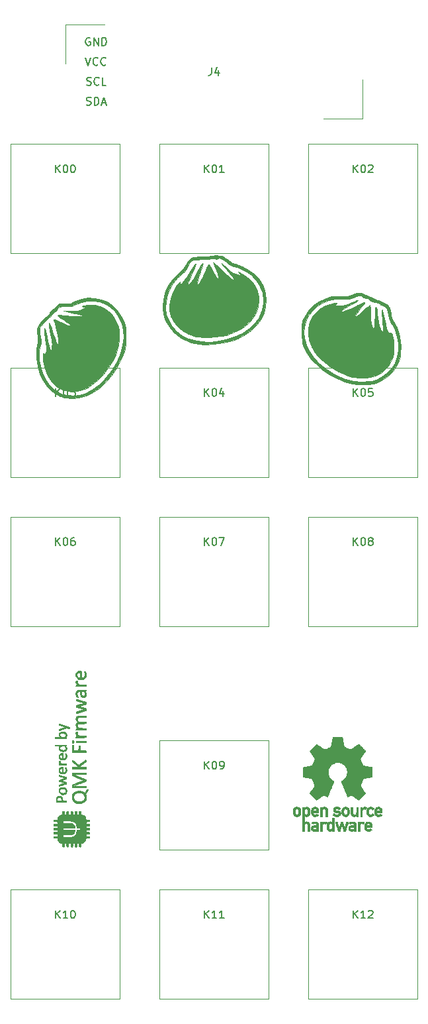
<source format=gto>
G04 #@! TF.GenerationSoftware,KiCad,Pcbnew,5.1.5+dfsg1-2build2*
G04 #@! TF.CreationDate,2020-05-17T18:00:09-07:00*
G04 #@! TF.ProjectId,triad_center,74726961-645f-4636-956e-7465722e6b69,rev?*
G04 #@! TF.SameCoordinates,Original*
G04 #@! TF.FileFunction,Legend,Top*
G04 #@! TF.FilePolarity,Positive*
%FSLAX46Y46*%
G04 Gerber Fmt 4.6, Leading zero omitted, Abs format (unit mm)*
G04 Created by KiCad (PCBNEW 5.1.5+dfsg1-2build2) date 2020-05-17 18:00:09*
%MOMM*%
%LPD*%
G04 APERTURE LIST*
%ADD10C,0.005000*%
%ADD11C,0.010000*%
%ADD12C,0.002500*%
%ADD13C,0.120000*%
%ADD14C,0.150000*%
G04 APERTURE END LIST*
D10*
G36*
X48345793Y-46057663D02*
G01*
X48550782Y-46217978D01*
X48872056Y-46507222D01*
X49315009Y-46929677D01*
X49384923Y-46997634D01*
X49897882Y-47485327D01*
X50308514Y-47850425D01*
X50611201Y-48088533D01*
X50800325Y-48195261D01*
X50870268Y-48166217D01*
X50870556Y-48159217D01*
X50836232Y-48071392D01*
X50726306Y-47904642D01*
X50530347Y-47645491D01*
X50237923Y-47280466D01*
X49838602Y-46796090D01*
X49520876Y-46415747D01*
X49350053Y-46199044D01*
X49307604Y-46111579D01*
X49388273Y-46150137D01*
X49586805Y-46311506D01*
X49897947Y-46592470D01*
X50063071Y-46747380D01*
X50448630Y-47093774D01*
X50762250Y-47326394D01*
X51051172Y-47477054D01*
X51250087Y-47546690D01*
X51589652Y-47635236D01*
X51762666Y-47646976D01*
X51775343Y-47579611D01*
X51633895Y-47430849D01*
X51612957Y-47412648D01*
X51387963Y-47219110D01*
X51750898Y-47362702D01*
X52461539Y-47741172D01*
X53065405Y-48259346D01*
X53544890Y-48891253D01*
X53882393Y-49610924D01*
X54060310Y-50392388D01*
X54083928Y-50804599D01*
X53994508Y-51649376D01*
X53731040Y-52435965D01*
X53300707Y-53156714D01*
X52710694Y-53803972D01*
X51968186Y-54370089D01*
X51080367Y-54847413D01*
X50054422Y-55228295D01*
X49882778Y-55278411D01*
X49239042Y-55420016D01*
X48502220Y-55517326D01*
X47731256Y-55567651D01*
X46985099Y-55568295D01*
X46322696Y-55516568D01*
X45978704Y-55456740D01*
X45106860Y-55175773D01*
X44342559Y-54760308D01*
X43699780Y-54224552D01*
X43192504Y-53582714D01*
X42834713Y-52849003D01*
X42644434Y-52068365D01*
X42635749Y-51568391D01*
X42718370Y-50983379D01*
X42875882Y-50363074D01*
X43091872Y-49757217D01*
X43349927Y-49215550D01*
X43633630Y-48787817D01*
X43777597Y-48634378D01*
X43924179Y-48512607D01*
X43977477Y-48493601D01*
X43969746Y-48512204D01*
X43972557Y-48650850D01*
X44009743Y-48687409D01*
X44152941Y-48671355D01*
X44359892Y-48507490D01*
X44612044Y-48217192D01*
X44890850Y-47821844D01*
X45177760Y-47342824D01*
X45180385Y-47338085D01*
X45389359Y-46969258D01*
X45579334Y-46649435D01*
X45722944Y-46423964D01*
X45773607Y-46355000D01*
X45926187Y-46204079D01*
X45989177Y-46208465D01*
X45962855Y-46358165D01*
X45847501Y-46643189D01*
X45760471Y-46825371D01*
X45508142Y-47351613D01*
X45291809Y-47835640D01*
X45122526Y-48249624D01*
X45011347Y-48565741D01*
X44969327Y-48756164D01*
X44977756Y-48795595D01*
X45094044Y-48793495D01*
X45272943Y-48644341D01*
X45496980Y-48371334D01*
X45748686Y-47997677D01*
X46010590Y-47546570D01*
X46207599Y-47162307D01*
X46410648Y-46758355D01*
X46592336Y-46424650D01*
X46734040Y-46193511D01*
X46817140Y-46097262D01*
X46821776Y-46096297D01*
X46875906Y-46103518D01*
X46902416Y-46142632D01*
X46895105Y-46239811D01*
X46847769Y-46421224D01*
X46754207Y-46713044D01*
X46608217Y-47141445D01*
X46499812Y-47454911D01*
X46349626Y-47902974D01*
X46230206Y-48287528D01*
X46151632Y-48573841D01*
X46123982Y-48727179D01*
X46126529Y-48741233D01*
X46242234Y-48800726D01*
X46402098Y-48683827D01*
X46602530Y-48396133D01*
X46839942Y-47943238D01*
X47110742Y-47330741D01*
X47245752Y-46996385D01*
X47389724Y-46653512D01*
X47518998Y-46385716D01*
X47612199Y-46235910D01*
X47632945Y-46219080D01*
X47710584Y-46284822D01*
X47845724Y-46486923D01*
X48016942Y-46790950D01*
X48144406Y-47041115D01*
X48340901Y-47421830D01*
X48528580Y-47750493D01*
X48680415Y-47981366D01*
X48742706Y-48053605D01*
X48851117Y-48140088D01*
X48893457Y-48120805D01*
X48883279Y-47965053D01*
X48857591Y-47793267D01*
X48780400Y-47455017D01*
X48635290Y-47018641D01*
X48412981Y-46457824D01*
X48263100Y-46106689D01*
X48251696Y-46021995D01*
X48345793Y-46057663D01*
G37*
X48345793Y-46057663D02*
X48550782Y-46217978D01*
X48872056Y-46507222D01*
X49315009Y-46929677D01*
X49384923Y-46997634D01*
X49897882Y-47485327D01*
X50308514Y-47850425D01*
X50611201Y-48088533D01*
X50800325Y-48195261D01*
X50870268Y-48166217D01*
X50870556Y-48159217D01*
X50836232Y-48071392D01*
X50726306Y-47904642D01*
X50530347Y-47645491D01*
X50237923Y-47280466D01*
X49838602Y-46796090D01*
X49520876Y-46415747D01*
X49350053Y-46199044D01*
X49307604Y-46111579D01*
X49388273Y-46150137D01*
X49586805Y-46311506D01*
X49897947Y-46592470D01*
X50063071Y-46747380D01*
X50448630Y-47093774D01*
X50762250Y-47326394D01*
X51051172Y-47477054D01*
X51250087Y-47546690D01*
X51589652Y-47635236D01*
X51762666Y-47646976D01*
X51775343Y-47579611D01*
X51633895Y-47430849D01*
X51612957Y-47412648D01*
X51387963Y-47219110D01*
X51750898Y-47362702D01*
X52461539Y-47741172D01*
X53065405Y-48259346D01*
X53544890Y-48891253D01*
X53882393Y-49610924D01*
X54060310Y-50392388D01*
X54083928Y-50804599D01*
X53994508Y-51649376D01*
X53731040Y-52435965D01*
X53300707Y-53156714D01*
X52710694Y-53803972D01*
X51968186Y-54370089D01*
X51080367Y-54847413D01*
X50054422Y-55228295D01*
X49882778Y-55278411D01*
X49239042Y-55420016D01*
X48502220Y-55517326D01*
X47731256Y-55567651D01*
X46985099Y-55568295D01*
X46322696Y-55516568D01*
X45978704Y-55456740D01*
X45106860Y-55175773D01*
X44342559Y-54760308D01*
X43699780Y-54224552D01*
X43192504Y-53582714D01*
X42834713Y-52849003D01*
X42644434Y-52068365D01*
X42635749Y-51568391D01*
X42718370Y-50983379D01*
X42875882Y-50363074D01*
X43091872Y-49757217D01*
X43349927Y-49215550D01*
X43633630Y-48787817D01*
X43777597Y-48634378D01*
X43924179Y-48512607D01*
X43977477Y-48493601D01*
X43969746Y-48512204D01*
X43972557Y-48650850D01*
X44009743Y-48687409D01*
X44152941Y-48671355D01*
X44359892Y-48507490D01*
X44612044Y-48217192D01*
X44890850Y-47821844D01*
X45177760Y-47342824D01*
X45180385Y-47338085D01*
X45389359Y-46969258D01*
X45579334Y-46649435D01*
X45722944Y-46423964D01*
X45773607Y-46355000D01*
X45926187Y-46204079D01*
X45989177Y-46208465D01*
X45962855Y-46358165D01*
X45847501Y-46643189D01*
X45760471Y-46825371D01*
X45508142Y-47351613D01*
X45291809Y-47835640D01*
X45122526Y-48249624D01*
X45011347Y-48565741D01*
X44969327Y-48756164D01*
X44977756Y-48795595D01*
X45094044Y-48793495D01*
X45272943Y-48644341D01*
X45496980Y-48371334D01*
X45748686Y-47997677D01*
X46010590Y-47546570D01*
X46207599Y-47162307D01*
X46410648Y-46758355D01*
X46592336Y-46424650D01*
X46734040Y-46193511D01*
X46817140Y-46097262D01*
X46821776Y-46096297D01*
X46875906Y-46103518D01*
X46902416Y-46142632D01*
X46895105Y-46239811D01*
X46847769Y-46421224D01*
X46754207Y-46713044D01*
X46608217Y-47141445D01*
X46499812Y-47454911D01*
X46349626Y-47902974D01*
X46230206Y-48287528D01*
X46151632Y-48573841D01*
X46123982Y-48727179D01*
X46126529Y-48741233D01*
X46242234Y-48800726D01*
X46402098Y-48683827D01*
X46602530Y-48396133D01*
X46839942Y-47943238D01*
X47110742Y-47330741D01*
X47245752Y-46996385D01*
X47389724Y-46653512D01*
X47518998Y-46385716D01*
X47612199Y-46235910D01*
X47632945Y-46219080D01*
X47710584Y-46284822D01*
X47845724Y-46486923D01*
X48016942Y-46790950D01*
X48144406Y-47041115D01*
X48340901Y-47421830D01*
X48528580Y-47750493D01*
X48680415Y-47981366D01*
X48742706Y-48053605D01*
X48851117Y-48140088D01*
X48893457Y-48120805D01*
X48883279Y-47965053D01*
X48857591Y-47793267D01*
X48780400Y-47455017D01*
X48635290Y-47018641D01*
X48412981Y-46457824D01*
X48263100Y-46106689D01*
X48251696Y-46021995D01*
X48345793Y-46057663D01*
G36*
X66741338Y-50868805D02*
G01*
X66611657Y-50961507D01*
X66378376Y-51087574D01*
X65906793Y-51336361D01*
X65470443Y-51585753D01*
X65092095Y-51820344D01*
X64794518Y-52024721D01*
X64600482Y-52183479D01*
X64532757Y-52281208D01*
X64579124Y-52305186D01*
X64770522Y-52266548D01*
X65092619Y-52160620D01*
X65506903Y-52002380D01*
X65974866Y-51806807D01*
X66457995Y-51588879D01*
X66624393Y-51509687D01*
X67001794Y-51332008D01*
X67320902Y-51190439D01*
X67541106Y-51102498D01*
X67615341Y-51082223D01*
X67607449Y-51147313D01*
X67496256Y-51321381D01*
X67303277Y-51572616D01*
X67197396Y-51700122D01*
X66820293Y-52167203D01*
X66572637Y-52520807D01*
X66451691Y-52755111D01*
X66454717Y-52864291D01*
X66578974Y-52842522D01*
X66821724Y-52683980D01*
X67180229Y-52382841D01*
X67415559Y-52164075D01*
X67725789Y-51876617D01*
X67992887Y-51645613D01*
X68184395Y-51498148D01*
X68261194Y-51458518D01*
X68315229Y-51539860D01*
X68350619Y-51789162D01*
X68368221Y-52214343D01*
X68370578Y-52469815D01*
X68390773Y-53198617D01*
X68447323Y-53754673D01*
X68539590Y-54133662D01*
X68641675Y-54309490D01*
X68724926Y-54366245D01*
X68787782Y-54333526D01*
X68834315Y-54191267D01*
X68868594Y-53919401D01*
X68894687Y-53497864D01*
X68914910Y-52962273D01*
X68941011Y-52348923D01*
X68974179Y-51923527D01*
X69014435Y-51686093D01*
X69061797Y-51636629D01*
X69116287Y-51775143D01*
X69177923Y-52101645D01*
X69246726Y-52616142D01*
X69303238Y-53127272D01*
X69375565Y-53627148D01*
X69478928Y-54082873D01*
X69601792Y-54460163D01*
X69732624Y-54724729D01*
X69859888Y-54842283D01*
X69881166Y-54845186D01*
X69921951Y-54815836D01*
X69946187Y-54714594D01*
X69953259Y-54521669D01*
X69942556Y-54217270D01*
X69913466Y-53781605D01*
X69865378Y-53194884D01*
X69811362Y-52587408D01*
X69790975Y-52240003D01*
X69804958Y-52064125D01*
X69846893Y-52047629D01*
X69910365Y-52178369D01*
X69988956Y-52444196D01*
X70076251Y-52832965D01*
X70148143Y-53224942D01*
X70283019Y-53918076D01*
X70425369Y-54430331D01*
X70578187Y-54768921D01*
X70744469Y-54941062D01*
X70870991Y-54966337D01*
X71013795Y-54993741D01*
X71116839Y-55138688D01*
X71182864Y-55326980D01*
X71323926Y-56031988D01*
X71358395Y-56799449D01*
X71290573Y-57568503D01*
X71124760Y-58278289D01*
X70942531Y-58727561D01*
X70654646Y-59177381D01*
X70264539Y-59628723D01*
X69829932Y-60022264D01*
X69419066Y-60293361D01*
X68703069Y-60567882D01*
X67890319Y-60725338D01*
X67035340Y-60760524D01*
X66192658Y-60668245D01*
X65977537Y-60621581D01*
X65505878Y-60474160D01*
X64935965Y-60244874D01*
X64323505Y-59960001D01*
X63724206Y-59645821D01*
X63193777Y-59328610D01*
X63088651Y-59258851D01*
X62736866Y-58994719D01*
X62332578Y-58653087D01*
X61948871Y-58296554D01*
X61852886Y-58200340D01*
X61253159Y-57478311D01*
X60812442Y-56717168D01*
X60528717Y-55935554D01*
X60399971Y-55152115D01*
X60424186Y-54385493D01*
X60599347Y-53654333D01*
X60923439Y-52977278D01*
X61394444Y-52372972D01*
X62010350Y-51860060D01*
X62572599Y-51543547D01*
X62858966Y-51427114D01*
X63172466Y-51326765D01*
X63480501Y-51248195D01*
X63750474Y-51197100D01*
X63949789Y-51179179D01*
X64045847Y-51200126D01*
X64006053Y-51265639D01*
X63949288Y-51302957D01*
X63817144Y-51387619D01*
X63808156Y-51436815D01*
X63945359Y-51473588D01*
X64152278Y-51506011D01*
X64493727Y-51536538D01*
X64821041Y-51511466D01*
X65183515Y-51419996D01*
X65630440Y-51251330D01*
X65953096Y-51111504D01*
X66313592Y-50960638D01*
X66576000Y-50869288D01*
X66724017Y-50838371D01*
X66741338Y-50868805D01*
G37*
X66741338Y-50868805D02*
X66611657Y-50961507D01*
X66378376Y-51087574D01*
X65906793Y-51336361D01*
X65470443Y-51585753D01*
X65092095Y-51820344D01*
X64794518Y-52024721D01*
X64600482Y-52183479D01*
X64532757Y-52281208D01*
X64579124Y-52305186D01*
X64770522Y-52266548D01*
X65092619Y-52160620D01*
X65506903Y-52002380D01*
X65974866Y-51806807D01*
X66457995Y-51588879D01*
X66624393Y-51509687D01*
X67001794Y-51332008D01*
X67320902Y-51190439D01*
X67541106Y-51102498D01*
X67615341Y-51082223D01*
X67607449Y-51147313D01*
X67496256Y-51321381D01*
X67303277Y-51572616D01*
X67197396Y-51700122D01*
X66820293Y-52167203D01*
X66572637Y-52520807D01*
X66451691Y-52755111D01*
X66454717Y-52864291D01*
X66578974Y-52842522D01*
X66821724Y-52683980D01*
X67180229Y-52382841D01*
X67415559Y-52164075D01*
X67725789Y-51876617D01*
X67992887Y-51645613D01*
X68184395Y-51498148D01*
X68261194Y-51458518D01*
X68315229Y-51539860D01*
X68350619Y-51789162D01*
X68368221Y-52214343D01*
X68370578Y-52469815D01*
X68390773Y-53198617D01*
X68447323Y-53754673D01*
X68539590Y-54133662D01*
X68641675Y-54309490D01*
X68724926Y-54366245D01*
X68787782Y-54333526D01*
X68834315Y-54191267D01*
X68868594Y-53919401D01*
X68894687Y-53497864D01*
X68914910Y-52962273D01*
X68941011Y-52348923D01*
X68974179Y-51923527D01*
X69014435Y-51686093D01*
X69061797Y-51636629D01*
X69116287Y-51775143D01*
X69177923Y-52101645D01*
X69246726Y-52616142D01*
X69303238Y-53127272D01*
X69375565Y-53627148D01*
X69478928Y-54082873D01*
X69601792Y-54460163D01*
X69732624Y-54724729D01*
X69859888Y-54842283D01*
X69881166Y-54845186D01*
X69921951Y-54815836D01*
X69946187Y-54714594D01*
X69953259Y-54521669D01*
X69942556Y-54217270D01*
X69913466Y-53781605D01*
X69865378Y-53194884D01*
X69811362Y-52587408D01*
X69790975Y-52240003D01*
X69804958Y-52064125D01*
X69846893Y-52047629D01*
X69910365Y-52178369D01*
X69988956Y-52444196D01*
X70076251Y-52832965D01*
X70148143Y-53224942D01*
X70283019Y-53918076D01*
X70425369Y-54430331D01*
X70578187Y-54768921D01*
X70744469Y-54941062D01*
X70870991Y-54966337D01*
X71013795Y-54993741D01*
X71116839Y-55138688D01*
X71182864Y-55326980D01*
X71323926Y-56031988D01*
X71358395Y-56799449D01*
X71290573Y-57568503D01*
X71124760Y-58278289D01*
X70942531Y-58727561D01*
X70654646Y-59177381D01*
X70264539Y-59628723D01*
X69829932Y-60022264D01*
X69419066Y-60293361D01*
X68703069Y-60567882D01*
X67890319Y-60725338D01*
X67035340Y-60760524D01*
X66192658Y-60668245D01*
X65977537Y-60621581D01*
X65505878Y-60474160D01*
X64935965Y-60244874D01*
X64323505Y-59960001D01*
X63724206Y-59645821D01*
X63193777Y-59328610D01*
X63088651Y-59258851D01*
X62736866Y-58994719D01*
X62332578Y-58653087D01*
X61948871Y-58296554D01*
X61852886Y-58200340D01*
X61253159Y-57478311D01*
X60812442Y-56717168D01*
X60528717Y-55935554D01*
X60399971Y-55152115D01*
X60424186Y-54385493D01*
X60599347Y-53654333D01*
X60923439Y-52977278D01*
X61394444Y-52372972D01*
X62010350Y-51860060D01*
X62572599Y-51543547D01*
X62858966Y-51427114D01*
X63172466Y-51326765D01*
X63480501Y-51248195D01*
X63750474Y-51197100D01*
X63949789Y-51179179D01*
X64045847Y-51200126D01*
X64006053Y-51265639D01*
X63949288Y-51302957D01*
X63817144Y-51387619D01*
X63808156Y-51436815D01*
X63945359Y-51473588D01*
X64152278Y-51506011D01*
X64493727Y-51536538D01*
X64821041Y-51511466D01*
X65183515Y-51419996D01*
X65630440Y-51251330D01*
X65953096Y-51111504D01*
X66313592Y-50960638D01*
X66576000Y-50869288D01*
X66724017Y-50838371D01*
X66741338Y-50868805D01*
G36*
X33064818Y-51433473D02*
G01*
X33396421Y-51471951D01*
X33689287Y-51554986D01*
X33957736Y-51668094D01*
X34645417Y-52085265D01*
X35235091Y-52646747D01*
X35703279Y-53324095D01*
X36026500Y-54088858D01*
X36063774Y-54219610D01*
X36149425Y-54710710D01*
X36186873Y-55308926D01*
X36176479Y-55939604D01*
X36118605Y-56528090D01*
X36050917Y-56871531D01*
X35751144Y-57761809D01*
X35321381Y-58646477D01*
X34784342Y-59498771D01*
X34162740Y-60291924D01*
X33479290Y-60999169D01*
X32756707Y-61593741D01*
X32017705Y-62048872D01*
X31456164Y-62286005D01*
X30788571Y-62451665D01*
X30141878Y-62508762D01*
X29635187Y-62462813D01*
X29029585Y-62280065D01*
X28432021Y-61997681D01*
X28059828Y-61754957D01*
X27632382Y-61330749D01*
X27244878Y-60756696D01*
X26914102Y-60069673D01*
X26656837Y-59306551D01*
X26489869Y-58504205D01*
X26457155Y-58234160D01*
X26425828Y-57880542D01*
X26421532Y-57682993D01*
X26448327Y-57610837D01*
X26510272Y-57633405D01*
X26534169Y-57652271D01*
X26661497Y-57718068D01*
X26757935Y-57626818D01*
X26781032Y-57585592D01*
X26864410Y-57279558D01*
X26867863Y-56818083D01*
X26791242Y-56194992D01*
X26740572Y-55911794D01*
X26675712Y-55519549D01*
X26629084Y-55133708D01*
X26602957Y-54792702D01*
X26599598Y-54534956D01*
X26621277Y-54398898D01*
X26651028Y-54395041D01*
X26691804Y-54502851D01*
X26761730Y-54754034D01*
X26850075Y-55108093D01*
X26923150Y-55422016D01*
X27082473Y-56109963D01*
X27211508Y-56622897D01*
X27315067Y-56970651D01*
X27397963Y-57163056D01*
X27465010Y-57209946D01*
X27521020Y-57121151D01*
X27570805Y-56906505D01*
X27590419Y-56785178D01*
X27601843Y-56469230D01*
X27556924Y-56024519D01*
X27453220Y-55429929D01*
X27408035Y-55208442D01*
X27292210Y-54643584D01*
X27216441Y-54237665D01*
X27178058Y-53966390D01*
X27174395Y-53805465D01*
X27202783Y-53730593D01*
X27244184Y-53716296D01*
X27301816Y-53800578D01*
X27400633Y-54030496D01*
X27527138Y-54371661D01*
X27667830Y-54789685D01*
X27678094Y-54821667D01*
X27828346Y-55277643D01*
X27973025Y-55692638D01*
X28095274Y-56019718D01*
X28175751Y-56207190D01*
X28276167Y-56389377D01*
X28333371Y-56416379D01*
X28388644Y-56301117D01*
X28397723Y-56276679D01*
X28429273Y-56054491D01*
X28399848Y-55708999D01*
X28306928Y-55225519D01*
X28147993Y-54589370D01*
X28042562Y-54207974D01*
X27941611Y-53829148D01*
X27871699Y-53522080D01*
X27841716Y-53328612D01*
X27846397Y-53284652D01*
X27946093Y-53303148D01*
X28174267Y-53393681D01*
X28493115Y-53540260D01*
X28741199Y-53663159D01*
X29230368Y-53901017D01*
X29574805Y-54041141D01*
X29788061Y-54087514D01*
X29883686Y-54044121D01*
X29892037Y-54001566D01*
X29819690Y-53901793D01*
X29629051Y-53730256D01*
X29359726Y-53517506D01*
X29051320Y-53294092D01*
X28743439Y-53090565D01*
X28598519Y-53003774D01*
X28364264Y-52843839D01*
X28308945Y-52739443D01*
X28430296Y-52697440D01*
X28692593Y-52719259D01*
X29039237Y-52762582D01*
X29458166Y-52798507D01*
X29913107Y-52826025D01*
X30367786Y-52844131D01*
X30785929Y-52851815D01*
X31131259Y-52848070D01*
X31367506Y-52831889D01*
X31458393Y-52802264D01*
X31456929Y-52796055D01*
X31336689Y-52729948D01*
X31053999Y-52637222D01*
X30631709Y-52523871D01*
X30092671Y-52395885D01*
X29459735Y-52259253D01*
X29233518Y-52213160D01*
X29099673Y-52178785D01*
X29129157Y-52160990D01*
X29329331Y-52159384D01*
X29707563Y-52173578D01*
X29849352Y-52180480D01*
X30324907Y-52200311D01*
X30664138Y-52199776D01*
X30918263Y-52173587D01*
X31138503Y-52116454D01*
X31376074Y-52023091D01*
X31376785Y-52022786D01*
X31669306Y-51873399D01*
X31796277Y-51753333D01*
X31753107Y-51672359D01*
X31556300Y-51640704D01*
X31422474Y-51630350D01*
X31450367Y-51594316D01*
X31585371Y-51533252D01*
X31787592Y-51485320D01*
X32116065Y-51448044D01*
X32508944Y-51427830D01*
X32620185Y-51426111D01*
X33064818Y-51433473D01*
G37*
X33064818Y-51433473D02*
X33396421Y-51471951D01*
X33689287Y-51554986D01*
X33957736Y-51668094D01*
X34645417Y-52085265D01*
X35235091Y-52646747D01*
X35703279Y-53324095D01*
X36026500Y-54088858D01*
X36063774Y-54219610D01*
X36149425Y-54710710D01*
X36186873Y-55308926D01*
X36176479Y-55939604D01*
X36118605Y-56528090D01*
X36050917Y-56871531D01*
X35751144Y-57761809D01*
X35321381Y-58646477D01*
X34784342Y-59498771D01*
X34162740Y-60291924D01*
X33479290Y-60999169D01*
X32756707Y-61593741D01*
X32017705Y-62048872D01*
X31456164Y-62286005D01*
X30788571Y-62451665D01*
X30141878Y-62508762D01*
X29635187Y-62462813D01*
X29029585Y-62280065D01*
X28432021Y-61997681D01*
X28059828Y-61754957D01*
X27632382Y-61330749D01*
X27244878Y-60756696D01*
X26914102Y-60069673D01*
X26656837Y-59306551D01*
X26489869Y-58504205D01*
X26457155Y-58234160D01*
X26425828Y-57880542D01*
X26421532Y-57682993D01*
X26448327Y-57610837D01*
X26510272Y-57633405D01*
X26534169Y-57652271D01*
X26661497Y-57718068D01*
X26757935Y-57626818D01*
X26781032Y-57585592D01*
X26864410Y-57279558D01*
X26867863Y-56818083D01*
X26791242Y-56194992D01*
X26740572Y-55911794D01*
X26675712Y-55519549D01*
X26629084Y-55133708D01*
X26602957Y-54792702D01*
X26599598Y-54534956D01*
X26621277Y-54398898D01*
X26651028Y-54395041D01*
X26691804Y-54502851D01*
X26761730Y-54754034D01*
X26850075Y-55108093D01*
X26923150Y-55422016D01*
X27082473Y-56109963D01*
X27211508Y-56622897D01*
X27315067Y-56970651D01*
X27397963Y-57163056D01*
X27465010Y-57209946D01*
X27521020Y-57121151D01*
X27570805Y-56906505D01*
X27590419Y-56785178D01*
X27601843Y-56469230D01*
X27556924Y-56024519D01*
X27453220Y-55429929D01*
X27408035Y-55208442D01*
X27292210Y-54643584D01*
X27216441Y-54237665D01*
X27178058Y-53966390D01*
X27174395Y-53805465D01*
X27202783Y-53730593D01*
X27244184Y-53716296D01*
X27301816Y-53800578D01*
X27400633Y-54030496D01*
X27527138Y-54371661D01*
X27667830Y-54789685D01*
X27678094Y-54821667D01*
X27828346Y-55277643D01*
X27973025Y-55692638D01*
X28095274Y-56019718D01*
X28175751Y-56207190D01*
X28276167Y-56389377D01*
X28333371Y-56416379D01*
X28388644Y-56301117D01*
X28397723Y-56276679D01*
X28429273Y-56054491D01*
X28399848Y-55708999D01*
X28306928Y-55225519D01*
X28147993Y-54589370D01*
X28042562Y-54207974D01*
X27941611Y-53829148D01*
X27871699Y-53522080D01*
X27841716Y-53328612D01*
X27846397Y-53284652D01*
X27946093Y-53303148D01*
X28174267Y-53393681D01*
X28493115Y-53540260D01*
X28741199Y-53663159D01*
X29230368Y-53901017D01*
X29574805Y-54041141D01*
X29788061Y-54087514D01*
X29883686Y-54044121D01*
X29892037Y-54001566D01*
X29819690Y-53901793D01*
X29629051Y-53730256D01*
X29359726Y-53517506D01*
X29051320Y-53294092D01*
X28743439Y-53090565D01*
X28598519Y-53003774D01*
X28364264Y-52843839D01*
X28308945Y-52739443D01*
X28430296Y-52697440D01*
X28692593Y-52719259D01*
X29039237Y-52762582D01*
X29458166Y-52798507D01*
X29913107Y-52826025D01*
X30367786Y-52844131D01*
X30785929Y-52851815D01*
X31131259Y-52848070D01*
X31367506Y-52831889D01*
X31458393Y-52802264D01*
X31456929Y-52796055D01*
X31336689Y-52729948D01*
X31053999Y-52637222D01*
X30631709Y-52523871D01*
X30092671Y-52395885D01*
X29459735Y-52259253D01*
X29233518Y-52213160D01*
X29099673Y-52178785D01*
X29129157Y-52160990D01*
X29329331Y-52159384D01*
X29707563Y-52173578D01*
X29849352Y-52180480D01*
X30324907Y-52200311D01*
X30664138Y-52199776D01*
X30918263Y-52173587D01*
X31138503Y-52116454D01*
X31376074Y-52023091D01*
X31376785Y-52022786D01*
X31669306Y-51873399D01*
X31796277Y-51753333D01*
X31753107Y-51672359D01*
X31556300Y-51640704D01*
X31422474Y-51630350D01*
X31450367Y-51594316D01*
X31585371Y-51533252D01*
X31787592Y-51485320D01*
X32116065Y-51448044D01*
X32508944Y-51427830D01*
X32620185Y-51426111D01*
X33064818Y-51433473D01*
G36*
X49030273Y-45115694D02*
G01*
X49415371Y-45196661D01*
X49777926Y-45379397D01*
X50179071Y-45687067D01*
X50259075Y-45756606D01*
X50694825Y-46047005D01*
X51103009Y-46200540D01*
X51928681Y-46480473D01*
X52711824Y-46900009D01*
X53419676Y-47432887D01*
X54019479Y-48052849D01*
X54478469Y-48733632D01*
X54614542Y-49015325D01*
X54898254Y-49896950D01*
X55002049Y-50776754D01*
X54933767Y-51640850D01*
X54701255Y-52475358D01*
X54312354Y-53266390D01*
X53774907Y-54000064D01*
X53096758Y-54662496D01*
X52285749Y-55239800D01*
X51349724Y-55718093D01*
X50688123Y-55966011D01*
X49494271Y-56278854D01*
X48290513Y-56447897D01*
X47119498Y-56469027D01*
X46307963Y-56388398D01*
X45424952Y-56206324D01*
X44674783Y-55945082D01*
X44011221Y-55583232D01*
X43388034Y-55099332D01*
X43244803Y-54967811D01*
X42614127Y-54252495D01*
X42153731Y-53463531D01*
X41866653Y-52613469D01*
X41768786Y-51819182D01*
X42118657Y-51819182D01*
X42234151Y-52632001D01*
X42498965Y-53388100D01*
X42903477Y-54076151D01*
X43438069Y-54684822D01*
X44093118Y-55202785D01*
X44859005Y-55618710D01*
X45726109Y-55921267D01*
X46684808Y-56099127D01*
X47725484Y-56140960D01*
X48633718Y-56065751D01*
X49849789Y-55833842D01*
X50950322Y-55488757D01*
X51926075Y-55036784D01*
X52767802Y-54484208D01*
X53466260Y-53837318D01*
X54012203Y-53102401D01*
X54396386Y-52285744D01*
X54454984Y-52106638D01*
X54564517Y-51686169D01*
X54617913Y-51292940D01*
X54624683Y-50838871D01*
X54616137Y-50613602D01*
X54584613Y-50163704D01*
X54527009Y-49820040D01*
X54422716Y-49500776D01*
X54251123Y-49124078D01*
X54230403Y-49081989D01*
X53745386Y-48300531D01*
X53124175Y-47646803D01*
X52361773Y-47115918D01*
X52057108Y-46956507D01*
X51646424Y-46771008D01*
X51234447Y-46607214D01*
X50895242Y-46494033D01*
X50826223Y-46476018D01*
X50391150Y-46309752D01*
X49976024Y-46006593D01*
X49924711Y-45959515D01*
X49589853Y-45694926D01*
X49263024Y-45520834D01*
X48983472Y-45452538D01*
X48790445Y-45505335D01*
X48781305Y-45513843D01*
X48609457Y-45559341D01*
X48400510Y-45509347D01*
X48125924Y-45457752D01*
X47940667Y-45518509D01*
X47731182Y-45589960D01*
X47449193Y-45620876D01*
X47413539Y-45620764D01*
X46711339Y-45618866D01*
X46176064Y-45643895D01*
X45788104Y-45698170D01*
X45527852Y-45784013D01*
X45419126Y-45856707D01*
X45284363Y-46022660D01*
X45106910Y-46298583D01*
X44925469Y-46624206D01*
X44747849Y-46930406D01*
X44575097Y-47165570D01*
X44443217Y-47281039D01*
X44438161Y-47282856D01*
X44224173Y-47409674D01*
X43941317Y-47657261D01*
X43622896Y-47988396D01*
X43302210Y-48365856D01*
X43012564Y-48752420D01*
X42787258Y-49110867D01*
X42764303Y-49153704D01*
X42374113Y-50068704D01*
X42162105Y-50960973D01*
X42118657Y-51819182D01*
X41768786Y-51819182D01*
X41755931Y-51714859D01*
X41824604Y-50780253D01*
X42030759Y-49953333D01*
X42193597Y-49499011D01*
X42371476Y-49101146D01*
X42585718Y-48730968D01*
X42857645Y-48359704D01*
X43208580Y-47958582D01*
X43659845Y-47498831D01*
X44232764Y-46951680D01*
X44306142Y-46883041D01*
X44454601Y-46707136D01*
X44644649Y-46433273D01*
X44789398Y-46198038D01*
X45074176Y-45772830D01*
X45361614Y-45501236D01*
X45692496Y-45352620D01*
X45978704Y-45304731D01*
X46282758Y-45272255D01*
X46532786Y-45236674D01*
X46588411Y-45226022D01*
X46816125Y-45216421D01*
X47058781Y-45248468D01*
X47366901Y-45268338D01*
X47625000Y-45230543D01*
X47865576Y-45183366D01*
X48214756Y-45140427D01*
X48561503Y-45113329D01*
X49030273Y-45115694D01*
G37*
X49030273Y-45115694D02*
X49415371Y-45196661D01*
X49777926Y-45379397D01*
X50179071Y-45687067D01*
X50259075Y-45756606D01*
X50694825Y-46047005D01*
X51103009Y-46200540D01*
X51928681Y-46480473D01*
X52711824Y-46900009D01*
X53419676Y-47432887D01*
X54019479Y-48052849D01*
X54478469Y-48733632D01*
X54614542Y-49015325D01*
X54898254Y-49896950D01*
X55002049Y-50776754D01*
X54933767Y-51640850D01*
X54701255Y-52475358D01*
X54312354Y-53266390D01*
X53774907Y-54000064D01*
X53096758Y-54662496D01*
X52285749Y-55239800D01*
X51349724Y-55718093D01*
X50688123Y-55966011D01*
X49494271Y-56278854D01*
X48290513Y-56447897D01*
X47119498Y-56469027D01*
X46307963Y-56388398D01*
X45424952Y-56206324D01*
X44674783Y-55945082D01*
X44011221Y-55583232D01*
X43388034Y-55099332D01*
X43244803Y-54967811D01*
X42614127Y-54252495D01*
X42153731Y-53463531D01*
X41866653Y-52613469D01*
X41768786Y-51819182D01*
X42118657Y-51819182D01*
X42234151Y-52632001D01*
X42498965Y-53388100D01*
X42903477Y-54076151D01*
X43438069Y-54684822D01*
X44093118Y-55202785D01*
X44859005Y-55618710D01*
X45726109Y-55921267D01*
X46684808Y-56099127D01*
X47725484Y-56140960D01*
X48633718Y-56065751D01*
X49849789Y-55833842D01*
X50950322Y-55488757D01*
X51926075Y-55036784D01*
X52767802Y-54484208D01*
X53466260Y-53837318D01*
X54012203Y-53102401D01*
X54396386Y-52285744D01*
X54454984Y-52106638D01*
X54564517Y-51686169D01*
X54617913Y-51292940D01*
X54624683Y-50838871D01*
X54616137Y-50613602D01*
X54584613Y-50163704D01*
X54527009Y-49820040D01*
X54422716Y-49500776D01*
X54251123Y-49124078D01*
X54230403Y-49081989D01*
X53745386Y-48300531D01*
X53124175Y-47646803D01*
X52361773Y-47115918D01*
X52057108Y-46956507D01*
X51646424Y-46771008D01*
X51234447Y-46607214D01*
X50895242Y-46494033D01*
X50826223Y-46476018D01*
X50391150Y-46309752D01*
X49976024Y-46006593D01*
X49924711Y-45959515D01*
X49589853Y-45694926D01*
X49263024Y-45520834D01*
X48983472Y-45452538D01*
X48790445Y-45505335D01*
X48781305Y-45513843D01*
X48609457Y-45559341D01*
X48400510Y-45509347D01*
X48125924Y-45457752D01*
X47940667Y-45518509D01*
X47731182Y-45589960D01*
X47449193Y-45620876D01*
X47413539Y-45620764D01*
X46711339Y-45618866D01*
X46176064Y-45643895D01*
X45788104Y-45698170D01*
X45527852Y-45784013D01*
X45419126Y-45856707D01*
X45284363Y-46022660D01*
X45106910Y-46298583D01*
X44925469Y-46624206D01*
X44747849Y-46930406D01*
X44575097Y-47165570D01*
X44443217Y-47281039D01*
X44438161Y-47282856D01*
X44224173Y-47409674D01*
X43941317Y-47657261D01*
X43622896Y-47988396D01*
X43302210Y-48365856D01*
X43012564Y-48752420D01*
X42787258Y-49110867D01*
X42764303Y-49153704D01*
X42374113Y-50068704D01*
X42162105Y-50960973D01*
X42118657Y-51819182D01*
X41768786Y-51819182D01*
X41755931Y-51714859D01*
X41824604Y-50780253D01*
X42030759Y-49953333D01*
X42193597Y-49499011D01*
X42371476Y-49101146D01*
X42585718Y-48730968D01*
X42857645Y-48359704D01*
X43208580Y-47958582D01*
X43659845Y-47498831D01*
X44232764Y-46951680D01*
X44306142Y-46883041D01*
X44454601Y-46707136D01*
X44644649Y-46433273D01*
X44789398Y-46198038D01*
X45074176Y-45772830D01*
X45361614Y-45501236D01*
X45692496Y-45352620D01*
X45978704Y-45304731D01*
X46282758Y-45272255D01*
X46532786Y-45236674D01*
X46588411Y-45226022D01*
X46816125Y-45216421D01*
X47058781Y-45248468D01*
X47366901Y-45268338D01*
X47625000Y-45230543D01*
X47865576Y-45183366D01*
X48214756Y-45140427D01*
X48561503Y-45113329D01*
X49030273Y-45115694D01*
G36*
X67186609Y-49900842D02*
G01*
X67445171Y-50015059D01*
X67500422Y-50047759D01*
X67744665Y-50172266D01*
X67946672Y-50235401D01*
X67970792Y-50237267D01*
X68137972Y-50288745D01*
X68387292Y-50418476D01*
X68547120Y-50519490D01*
X68834429Y-50681971D01*
X69104949Y-50783230D01*
X69216470Y-50800000D01*
X69475506Y-50858508D01*
X69711040Y-50988149D01*
X69919416Y-51120613D01*
X70086417Y-51176292D01*
X70087337Y-51176296D01*
X70311445Y-51254587D01*
X70548927Y-51453299D01*
X70743205Y-51718191D01*
X70810081Y-51869192D01*
X70885103Y-52145430D01*
X70962678Y-52505434D01*
X71000069Y-52714147D01*
X71100396Y-53106960D01*
X71251284Y-53451460D01*
X71315951Y-53551426D01*
X71750776Y-54270222D01*
X72044704Y-55085010D01*
X72202158Y-56011039D01*
X72233535Y-56717353D01*
X72212021Y-57415107D01*
X72136906Y-57990354D01*
X71995109Y-58504320D01*
X71773546Y-59018233D01*
X71718954Y-59125541D01*
X71238069Y-59852907D01*
X70612149Y-60483852D01*
X69868651Y-60997095D01*
X69035032Y-61371360D01*
X68685263Y-61476667D01*
X68118166Y-61573904D01*
X67443449Y-61611223D01*
X66731450Y-61589799D01*
X66052503Y-61510802D01*
X65650261Y-61426026D01*
X65026559Y-61223680D01*
X64322005Y-60931801D01*
X63600115Y-60581512D01*
X62924407Y-60203938D01*
X62358394Y-59830202D01*
X62292358Y-59780598D01*
X61469127Y-59077187D01*
X60773438Y-58330847D01*
X60222902Y-57563831D01*
X59835131Y-56798390D01*
X59753187Y-56572439D01*
X59666966Y-56254469D01*
X59611508Y-55898059D01*
X59581699Y-55454271D01*
X59572424Y-54874169D01*
X59572407Y-54842956D01*
X59572741Y-54767418D01*
X59832261Y-54767418D01*
X59888713Y-55623619D01*
X60113129Y-56471371D01*
X60499420Y-57298954D01*
X61041491Y-58094651D01*
X61733252Y-58846740D01*
X62568609Y-59543500D01*
X63541471Y-60173214D01*
X64087963Y-60464451D01*
X65159819Y-60915813D01*
X66206067Y-61185947D01*
X67242433Y-61277174D01*
X68284641Y-61191817D01*
X68603519Y-61131544D01*
X69311510Y-60893531D01*
X69999519Y-60501834D01*
X70625709Y-59989640D01*
X71148240Y-59390138D01*
X71469218Y-58858323D01*
X71754707Y-58075067D01*
X71899378Y-57219777D01*
X71906290Y-56334474D01*
X71778505Y-55461178D01*
X71519084Y-54641908D01*
X71131089Y-53918685D01*
X71106811Y-53883572D01*
X70873793Y-53508067D01*
X70729290Y-53144486D01*
X70634527Y-52694407D01*
X70632033Y-52678448D01*
X70552347Y-52228874D01*
X70464730Y-51928029D01*
X70346447Y-51737082D01*
X70174757Y-51617195D01*
X69966058Y-51541018D01*
X69734024Y-51457648D01*
X69602486Y-51383529D01*
X69591296Y-51364654D01*
X69511529Y-51277142D01*
X69320793Y-51180467D01*
X69091934Y-51105605D01*
X68927075Y-51082223D01*
X68624637Y-51003952D01*
X68285000Y-50787483D01*
X68155402Y-50673200D01*
X67908111Y-50543848D01*
X67750010Y-50542110D01*
X67488795Y-50503892D01*
X67368340Y-50410206D01*
X67168781Y-50276287D01*
X66892816Y-50252140D01*
X66513073Y-50339048D01*
X66171788Y-50466261D01*
X65868360Y-50579647D01*
X65602424Y-50641652D01*
X65303684Y-50661337D01*
X64901840Y-50647771D01*
X64807714Y-50642162D01*
X63900534Y-50666361D01*
X63027963Y-50843312D01*
X62215213Y-51159558D01*
X61487495Y-51601638D01*
X60870018Y-52156095D01*
X60387994Y-52809471D01*
X60247625Y-53076555D01*
X59949868Y-53914491D01*
X59832261Y-54767418D01*
X59572741Y-54767418D01*
X59574594Y-54347092D01*
X59586678Y-53991095D01*
X59616946Y-53726686D01*
X59673684Y-53505589D01*
X59765180Y-53279529D01*
X59882836Y-53034481D01*
X60385008Y-52219568D01*
X61023989Y-51532765D01*
X61795163Y-50978092D01*
X62693910Y-50559574D01*
X62746116Y-50540880D01*
X63086830Y-50430318D01*
X63394237Y-50359705D01*
X63728606Y-50321008D01*
X64150204Y-50306197D01*
X64511297Y-50305635D01*
X65019109Y-50302699D01*
X65394149Y-50282540D01*
X65691527Y-50237855D01*
X65966357Y-50161345D01*
X66173637Y-50085407D01*
X66604371Y-49934498D01*
X66924186Y-49873482D01*
X67186609Y-49900842D01*
G37*
X67186609Y-49900842D02*
X67445171Y-50015059D01*
X67500422Y-50047759D01*
X67744665Y-50172266D01*
X67946672Y-50235401D01*
X67970792Y-50237267D01*
X68137972Y-50288745D01*
X68387292Y-50418476D01*
X68547120Y-50519490D01*
X68834429Y-50681971D01*
X69104949Y-50783230D01*
X69216470Y-50800000D01*
X69475506Y-50858508D01*
X69711040Y-50988149D01*
X69919416Y-51120613D01*
X70086417Y-51176292D01*
X70087337Y-51176296D01*
X70311445Y-51254587D01*
X70548927Y-51453299D01*
X70743205Y-51718191D01*
X70810081Y-51869192D01*
X70885103Y-52145430D01*
X70962678Y-52505434D01*
X71000069Y-52714147D01*
X71100396Y-53106960D01*
X71251284Y-53451460D01*
X71315951Y-53551426D01*
X71750776Y-54270222D01*
X72044704Y-55085010D01*
X72202158Y-56011039D01*
X72233535Y-56717353D01*
X72212021Y-57415107D01*
X72136906Y-57990354D01*
X71995109Y-58504320D01*
X71773546Y-59018233D01*
X71718954Y-59125541D01*
X71238069Y-59852907D01*
X70612149Y-60483852D01*
X69868651Y-60997095D01*
X69035032Y-61371360D01*
X68685263Y-61476667D01*
X68118166Y-61573904D01*
X67443449Y-61611223D01*
X66731450Y-61589799D01*
X66052503Y-61510802D01*
X65650261Y-61426026D01*
X65026559Y-61223680D01*
X64322005Y-60931801D01*
X63600115Y-60581512D01*
X62924407Y-60203938D01*
X62358394Y-59830202D01*
X62292358Y-59780598D01*
X61469127Y-59077187D01*
X60773438Y-58330847D01*
X60222902Y-57563831D01*
X59835131Y-56798390D01*
X59753187Y-56572439D01*
X59666966Y-56254469D01*
X59611508Y-55898059D01*
X59581699Y-55454271D01*
X59572424Y-54874169D01*
X59572407Y-54842956D01*
X59572741Y-54767418D01*
X59832261Y-54767418D01*
X59888713Y-55623619D01*
X60113129Y-56471371D01*
X60499420Y-57298954D01*
X61041491Y-58094651D01*
X61733252Y-58846740D01*
X62568609Y-59543500D01*
X63541471Y-60173214D01*
X64087963Y-60464451D01*
X65159819Y-60915813D01*
X66206067Y-61185947D01*
X67242433Y-61277174D01*
X68284641Y-61191817D01*
X68603519Y-61131544D01*
X69311510Y-60893531D01*
X69999519Y-60501834D01*
X70625709Y-59989640D01*
X71148240Y-59390138D01*
X71469218Y-58858323D01*
X71754707Y-58075067D01*
X71899378Y-57219777D01*
X71906290Y-56334474D01*
X71778505Y-55461178D01*
X71519084Y-54641908D01*
X71131089Y-53918685D01*
X71106811Y-53883572D01*
X70873793Y-53508067D01*
X70729290Y-53144486D01*
X70634527Y-52694407D01*
X70632033Y-52678448D01*
X70552347Y-52228874D01*
X70464730Y-51928029D01*
X70346447Y-51737082D01*
X70174757Y-51617195D01*
X69966058Y-51541018D01*
X69734024Y-51457648D01*
X69602486Y-51383529D01*
X69591296Y-51364654D01*
X69511529Y-51277142D01*
X69320793Y-51180467D01*
X69091934Y-51105605D01*
X68927075Y-51082223D01*
X68624637Y-51003952D01*
X68285000Y-50787483D01*
X68155402Y-50673200D01*
X67908111Y-50543848D01*
X67750010Y-50542110D01*
X67488795Y-50503892D01*
X67368340Y-50410206D01*
X67168781Y-50276287D01*
X66892816Y-50252140D01*
X66513073Y-50339048D01*
X66171788Y-50466261D01*
X65868360Y-50579647D01*
X65602424Y-50641652D01*
X65303684Y-50661337D01*
X64901840Y-50647771D01*
X64807714Y-50642162D01*
X63900534Y-50666361D01*
X63027963Y-50843312D01*
X62215213Y-51159558D01*
X61487495Y-51601638D01*
X60870018Y-52156095D01*
X60387994Y-52809471D01*
X60247625Y-53076555D01*
X59949868Y-53914491D01*
X59832261Y-54767418D01*
X59572741Y-54767418D01*
X59574594Y-54347092D01*
X59586678Y-53991095D01*
X59616946Y-53726686D01*
X59673684Y-53505589D01*
X59765180Y-53279529D01*
X59882836Y-53034481D01*
X60385008Y-52219568D01*
X61023989Y-51532765D01*
X61795163Y-50978092D01*
X62693910Y-50559574D01*
X62746116Y-50540880D01*
X63086830Y-50430318D01*
X63394237Y-50359705D01*
X63728606Y-50321008D01*
X64150204Y-50306197D01*
X64511297Y-50305635D01*
X65019109Y-50302699D01*
X65394149Y-50282540D01*
X65691527Y-50237855D01*
X65966357Y-50161345D01*
X66173637Y-50085407D01*
X66604371Y-49934498D01*
X66924186Y-49873482D01*
X67186609Y-49900842D01*
G36*
X33044972Y-50533928D02*
G01*
X33863931Y-50704034D01*
X34631726Y-51029280D01*
X35330669Y-51501666D01*
X35943068Y-52113197D01*
X36451232Y-52855876D01*
X36837471Y-53721707D01*
X36911419Y-53951482D01*
X37016439Y-54466580D01*
X37071237Y-55096771D01*
X37075796Y-55775821D01*
X37030100Y-56437495D01*
X36934131Y-57015561D01*
X36912226Y-57102963D01*
X36699187Y-57735570D01*
X36385148Y-58449170D01*
X35998742Y-59188393D01*
X35568607Y-59897869D01*
X35185103Y-60442593D01*
X34431874Y-61319226D01*
X33628439Y-62050394D01*
X32788411Y-62629748D01*
X31925401Y-63050944D01*
X31053022Y-63307631D01*
X30184883Y-63393466D01*
X29334598Y-63302100D01*
X29149288Y-63257052D01*
X28319660Y-62940138D01*
X27582694Y-62467166D01*
X26947087Y-61850452D01*
X26421541Y-61102308D01*
X26014752Y-60235054D01*
X25735419Y-59261003D01*
X25594345Y-58223934D01*
X25586000Y-57824011D01*
X25942137Y-57824011D01*
X25981263Y-58541367D01*
X26086001Y-59244412D01*
X26252689Y-59871090D01*
X26271901Y-59925185D01*
X26678116Y-60834852D01*
X27177010Y-61583692D01*
X27774004Y-62177571D01*
X28474521Y-62622356D01*
X28948766Y-62820797D01*
X29635190Y-62978874D01*
X30391896Y-63015786D01*
X31147005Y-62933620D01*
X31821343Y-62737466D01*
X32694719Y-62286373D01*
X33544487Y-61666973D01*
X34348212Y-60899100D01*
X35083458Y-60002590D01*
X35349864Y-59617717D01*
X35945035Y-58589674D01*
X36378501Y-57565967D01*
X36650049Y-56559082D01*
X36759463Y-55581503D01*
X36706531Y-54645717D01*
X36491040Y-53764208D01*
X36112775Y-52949463D01*
X35571523Y-52213967D01*
X35478258Y-52113338D01*
X34894550Y-51584614D01*
X34293394Y-51221610D01*
X33630167Y-51003870D01*
X32860250Y-50910935D01*
X32855015Y-50910704D01*
X32061163Y-50925380D01*
X31352442Y-51055219D01*
X30654269Y-51315925D01*
X30441934Y-51418854D01*
X30138320Y-51552203D01*
X29867895Y-51605696D01*
X29532889Y-51595823D01*
X29444291Y-51587151D01*
X28975917Y-51585580D01*
X28595851Y-51677850D01*
X28337909Y-51852263D01*
X28253266Y-51999255D01*
X28130012Y-52168734D01*
X27995590Y-52258990D01*
X27786751Y-52410759D01*
X27688992Y-52534227D01*
X27551016Y-52720736D01*
X27349145Y-52934611D01*
X27324575Y-52957560D01*
X27083392Y-53185364D01*
X26861467Y-53404265D01*
X26854204Y-53411689D01*
X26651269Y-53616164D01*
X26404492Y-53860473D01*
X26340741Y-53922887D01*
X26143984Y-54147224D01*
X26055151Y-54369187D01*
X26035000Y-54669716D01*
X26057019Y-55052705D01*
X26112052Y-55465696D01*
X26134676Y-55582919D01*
X26183963Y-55916770D01*
X26164987Y-56224791D01*
X26075367Y-56594579D01*
X25972284Y-57154396D01*
X25942137Y-57824011D01*
X25586000Y-57824011D01*
X25580650Y-57567655D01*
X25644487Y-56969925D01*
X25698351Y-56699245D01*
X25780471Y-56281705D01*
X25809261Y-55961186D01*
X25787775Y-55655205D01*
X25745974Y-55413199D01*
X25669963Y-54883299D01*
X25690211Y-54462648D01*
X25822205Y-54090564D01*
X26081436Y-53706368D01*
X26225613Y-53534106D01*
X26477798Y-53259966D01*
X26701435Y-53044695D01*
X26855303Y-52927359D01*
X26874893Y-52918817D01*
X27017104Y-52812366D01*
X27191830Y-52602255D01*
X27262836Y-52495442D01*
X27410913Y-52273924D01*
X27523260Y-52138750D01*
X27553186Y-52119567D01*
X27646229Y-52057089D01*
X27829858Y-51896520D01*
X28042633Y-51693704D01*
X28472040Y-51270370D01*
X29232203Y-51270370D01*
X29669782Y-51258394D01*
X29993001Y-51213120D01*
X30274656Y-51120537D01*
X30458029Y-51034402D01*
X31324330Y-50691114D01*
X32192542Y-50526955D01*
X33044972Y-50533928D01*
G37*
X33044972Y-50533928D02*
X33863931Y-50704034D01*
X34631726Y-51029280D01*
X35330669Y-51501666D01*
X35943068Y-52113197D01*
X36451232Y-52855876D01*
X36837471Y-53721707D01*
X36911419Y-53951482D01*
X37016439Y-54466580D01*
X37071237Y-55096771D01*
X37075796Y-55775821D01*
X37030100Y-56437495D01*
X36934131Y-57015561D01*
X36912226Y-57102963D01*
X36699187Y-57735570D01*
X36385148Y-58449170D01*
X35998742Y-59188393D01*
X35568607Y-59897869D01*
X35185103Y-60442593D01*
X34431874Y-61319226D01*
X33628439Y-62050394D01*
X32788411Y-62629748D01*
X31925401Y-63050944D01*
X31053022Y-63307631D01*
X30184883Y-63393466D01*
X29334598Y-63302100D01*
X29149288Y-63257052D01*
X28319660Y-62940138D01*
X27582694Y-62467166D01*
X26947087Y-61850452D01*
X26421541Y-61102308D01*
X26014752Y-60235054D01*
X25735419Y-59261003D01*
X25594345Y-58223934D01*
X25586000Y-57824011D01*
X25942137Y-57824011D01*
X25981263Y-58541367D01*
X26086001Y-59244412D01*
X26252689Y-59871090D01*
X26271901Y-59925185D01*
X26678116Y-60834852D01*
X27177010Y-61583692D01*
X27774004Y-62177571D01*
X28474521Y-62622356D01*
X28948766Y-62820797D01*
X29635190Y-62978874D01*
X30391896Y-63015786D01*
X31147005Y-62933620D01*
X31821343Y-62737466D01*
X32694719Y-62286373D01*
X33544487Y-61666973D01*
X34348212Y-60899100D01*
X35083458Y-60002590D01*
X35349864Y-59617717D01*
X35945035Y-58589674D01*
X36378501Y-57565967D01*
X36650049Y-56559082D01*
X36759463Y-55581503D01*
X36706531Y-54645717D01*
X36491040Y-53764208D01*
X36112775Y-52949463D01*
X35571523Y-52213967D01*
X35478258Y-52113338D01*
X34894550Y-51584614D01*
X34293394Y-51221610D01*
X33630167Y-51003870D01*
X32860250Y-50910935D01*
X32855015Y-50910704D01*
X32061163Y-50925380D01*
X31352442Y-51055219D01*
X30654269Y-51315925D01*
X30441934Y-51418854D01*
X30138320Y-51552203D01*
X29867895Y-51605696D01*
X29532889Y-51595823D01*
X29444291Y-51587151D01*
X28975917Y-51585580D01*
X28595851Y-51677850D01*
X28337909Y-51852263D01*
X28253266Y-51999255D01*
X28130012Y-52168734D01*
X27995590Y-52258990D01*
X27786751Y-52410759D01*
X27688992Y-52534227D01*
X27551016Y-52720736D01*
X27349145Y-52934611D01*
X27324575Y-52957560D01*
X27083392Y-53185364D01*
X26861467Y-53404265D01*
X26854204Y-53411689D01*
X26651269Y-53616164D01*
X26404492Y-53860473D01*
X26340741Y-53922887D01*
X26143984Y-54147224D01*
X26055151Y-54369187D01*
X26035000Y-54669716D01*
X26057019Y-55052705D01*
X26112052Y-55465696D01*
X26134676Y-55582919D01*
X26183963Y-55916770D01*
X26164987Y-56224791D01*
X26075367Y-56594579D01*
X25972284Y-57154396D01*
X25942137Y-57824011D01*
X25586000Y-57824011D01*
X25580650Y-57567655D01*
X25644487Y-56969925D01*
X25698351Y-56699245D01*
X25780471Y-56281705D01*
X25809261Y-55961186D01*
X25787775Y-55655205D01*
X25745974Y-55413199D01*
X25669963Y-54883299D01*
X25690211Y-54462648D01*
X25822205Y-54090564D01*
X26081436Y-53706368D01*
X26225613Y-53534106D01*
X26477798Y-53259966D01*
X26701435Y-53044695D01*
X26855303Y-52927359D01*
X26874893Y-52918817D01*
X27017104Y-52812366D01*
X27191830Y-52602255D01*
X27262836Y-52495442D01*
X27410913Y-52273924D01*
X27523260Y-52138750D01*
X27553186Y-52119567D01*
X27646229Y-52057089D01*
X27829858Y-51896520D01*
X28042633Y-51693704D01*
X28472040Y-51270370D01*
X29232203Y-51270370D01*
X29669782Y-51258394D01*
X29993001Y-51213120D01*
X30274656Y-51120537D01*
X30458029Y-51034402D01*
X31324330Y-50691114D01*
X32192542Y-50526955D01*
X33044972Y-50533928D01*
D11*
G36*
X28303148Y-119290822D02*
G01*
X28297420Y-119149795D01*
X28291692Y-119008769D01*
X28067000Y-118999000D01*
X27842308Y-118989230D01*
X27842308Y-118774307D01*
X28303148Y-118763283D01*
X28297420Y-118622257D01*
X28291692Y-118481230D01*
X27842308Y-118461692D01*
X27842308Y-118246769D01*
X28303148Y-118235745D01*
X28297420Y-118094719D01*
X28291692Y-117953692D01*
X27842308Y-117934154D01*
X27842308Y-117719230D01*
X28072728Y-117713719D01*
X28303148Y-117708207D01*
X28297420Y-117567180D01*
X28291692Y-117426154D01*
X28067000Y-117416384D01*
X27842308Y-117406615D01*
X27842308Y-117191692D01*
X28071884Y-117186187D01*
X28301461Y-117180683D01*
X28301461Y-117087091D01*
X28319638Y-116947839D01*
X28371068Y-116822743D01*
X28451102Y-116716453D01*
X28555092Y-116633618D01*
X28678387Y-116578888D01*
X28816340Y-116556910D01*
X28831860Y-116556692D01*
X28925452Y-116556692D01*
X28930957Y-116327115D01*
X28936461Y-116097538D01*
X29042074Y-116091527D01*
X29118302Y-116092295D01*
X29158942Y-116105521D01*
X29163890Y-116111066D01*
X29170580Y-116140266D01*
X29175986Y-116199216D01*
X29179455Y-116278592D01*
X29180393Y-116346654D01*
X29180692Y-116556692D01*
X29452991Y-116556692D01*
X29458495Y-116327115D01*
X29464000Y-116097538D01*
X29569612Y-116091527D01*
X29645840Y-116092295D01*
X29686480Y-116105521D01*
X29691428Y-116111066D01*
X29698119Y-116140266D01*
X29703525Y-116199216D01*
X29706993Y-116278592D01*
X29707931Y-116346654D01*
X29708231Y-116556692D01*
X29980529Y-116556692D01*
X29986034Y-116327115D01*
X29991538Y-116097538D01*
X30101370Y-116091754D01*
X30153586Y-116090134D01*
X30190070Y-116095566D01*
X30213655Y-116113843D01*
X30227172Y-116150757D01*
X30233452Y-116212103D01*
X30235327Y-116303673D01*
X30235502Y-116366192D01*
X30235769Y-116556692D01*
X30508067Y-116556692D01*
X30519077Y-116097538D01*
X30628909Y-116091754D01*
X30681124Y-116090134D01*
X30717609Y-116095566D01*
X30741194Y-116113843D01*
X30754710Y-116150757D01*
X30760990Y-116212103D01*
X30762865Y-116303673D01*
X30763041Y-116366192D01*
X30763308Y-116556692D01*
X31035606Y-116556692D01*
X31041111Y-116327115D01*
X31046615Y-116097538D01*
X31156447Y-116091754D01*
X31208663Y-116090134D01*
X31245147Y-116095566D01*
X31268732Y-116113843D01*
X31282249Y-116150757D01*
X31288529Y-116212103D01*
X31290404Y-116303673D01*
X31290579Y-116366192D01*
X31290846Y-116556692D01*
X31393423Y-116556883D01*
X31527358Y-116575457D01*
X31648062Y-116627843D01*
X31751249Y-116709813D01*
X31832631Y-116817139D01*
X31887919Y-116945591D01*
X31911116Y-117067361D01*
X31921504Y-117181923D01*
X32131321Y-117181923D01*
X32236354Y-117183350D01*
X32308196Y-117189819D01*
X32352694Y-117204609D01*
X32375695Y-117230998D01*
X32383046Y-117272265D01*
X32381309Y-117322133D01*
X32375231Y-117406615D01*
X32150538Y-117416384D01*
X31925846Y-117426154D01*
X31920105Y-117567807D01*
X31914365Y-117709461D01*
X32127752Y-117709461D01*
X32233613Y-117710835D01*
X32306251Y-117717099D01*
X32351480Y-117731470D01*
X32375118Y-117757165D01*
X32382982Y-117797400D01*
X32381309Y-117849671D01*
X32375231Y-117934154D01*
X32145654Y-117939658D01*
X31916077Y-117945163D01*
X31916077Y-118237000D01*
X32128608Y-118237000D01*
X32234271Y-118238386D01*
X32306718Y-118244698D01*
X32351773Y-118259168D01*
X32375258Y-118285027D01*
X32382999Y-118325506D01*
X32381309Y-118377210D01*
X32375231Y-118461692D01*
X32145654Y-118467197D01*
X31916077Y-118472701D01*
X31916077Y-118764538D01*
X32128608Y-118764538D01*
X32234271Y-118765924D01*
X32306718Y-118772237D01*
X32351773Y-118786707D01*
X32375258Y-118812566D01*
X32382999Y-118853045D01*
X32381309Y-118904748D01*
X32375231Y-118989230D01*
X31916077Y-119000240D01*
X31916077Y-119292077D01*
X32127092Y-119292077D01*
X32239985Y-119294445D01*
X32317558Y-119301444D01*
X32358199Y-119312912D01*
X32361554Y-119315523D01*
X32375382Y-119347845D01*
X32383378Y-119400761D01*
X32384661Y-119457549D01*
X32378351Y-119501487D01*
X32371974Y-119513513D01*
X32348280Y-119518738D01*
X32293964Y-119522964D01*
X32217479Y-119525715D01*
X32140338Y-119526538D01*
X31921728Y-119526538D01*
X31909960Y-119652556D01*
X31878978Y-119803495D01*
X31817403Y-119930672D01*
X31726827Y-120032487D01*
X31608842Y-120107337D01*
X31465039Y-120153624D01*
X31401648Y-120163665D01*
X31290846Y-120176688D01*
X31290846Y-120370667D01*
X31289173Y-120478642D01*
X31282348Y-120553517D01*
X31267662Y-120601192D01*
X31242404Y-120627569D01*
X31203867Y-120638548D01*
X31167066Y-120640230D01*
X31109692Y-120635031D01*
X31067679Y-120622043D01*
X31060292Y-120616784D01*
X31048012Y-120583186D01*
X31040170Y-120512356D01*
X31036929Y-120405907D01*
X31036846Y-120382323D01*
X31036846Y-120171307D01*
X30763308Y-120171307D01*
X30763308Y-120367977D01*
X30761674Y-120476554D01*
X30754990Y-120552004D01*
X30740585Y-120600204D01*
X30715787Y-120627032D01*
X30677923Y-120638364D01*
X30639528Y-120640230D01*
X30582153Y-120635031D01*
X30540140Y-120622043D01*
X30532754Y-120616784D01*
X30520473Y-120583186D01*
X30512632Y-120512356D01*
X30509390Y-120405907D01*
X30509308Y-120382323D01*
X30509308Y-120171307D01*
X30235769Y-120171307D01*
X30235769Y-120367977D01*
X30234135Y-120476554D01*
X30227452Y-120552004D01*
X30213047Y-120600204D01*
X30188249Y-120627032D01*
X30150385Y-120638364D01*
X30111989Y-120640231D01*
X30054615Y-120635031D01*
X30012602Y-120622043D01*
X30005215Y-120616784D01*
X29992935Y-120583186D01*
X29985093Y-120512356D01*
X29981852Y-120405907D01*
X29981769Y-120382323D01*
X29981769Y-120171307D01*
X29731884Y-120171307D01*
X29731884Y-119386392D01*
X29870634Y-119386019D01*
X29979723Y-119383917D01*
X30063847Y-119379920D01*
X30127699Y-119373857D01*
X30175977Y-119365561D01*
X30188031Y-119362636D01*
X30344320Y-119302929D01*
X30477738Y-119212237D01*
X30587020Y-119092137D01*
X30670899Y-118944207D01*
X30728108Y-118770022D01*
X30747391Y-118666133D01*
X30769395Y-118510538D01*
X30967598Y-118510538D01*
X31079980Y-118507850D01*
X31154171Y-118499803D01*
X31189910Y-118486426D01*
X31190056Y-118486282D01*
X31204695Y-118449003D01*
X31209565Y-118379675D01*
X31208617Y-118344628D01*
X31202923Y-118227230D01*
X30983115Y-118221706D01*
X30887752Y-118218845D01*
X30824792Y-118215076D01*
X30787567Y-118209040D01*
X30769406Y-118199379D01*
X30763638Y-118184732D01*
X30763308Y-118176921D01*
X30756952Y-118111624D01*
X30740213Y-118023687D01*
X30716581Y-117927000D01*
X30689546Y-117835455D01*
X30662598Y-117762942D01*
X30655496Y-117747847D01*
X30587434Y-117643363D01*
X30495216Y-117542416D01*
X30392346Y-117458975D01*
X30352288Y-117434213D01*
X30295459Y-117404095D01*
X30241320Y-117380260D01*
X30184396Y-117361984D01*
X30119211Y-117348543D01*
X30040288Y-117339212D01*
X29942151Y-117333267D01*
X29819325Y-117329985D01*
X29666334Y-117328640D01*
X29552763Y-117328461D01*
X29035834Y-117328461D01*
X29021735Y-117396846D01*
X29015921Y-117466536D01*
X29021738Y-117533615D01*
X29035841Y-117602000D01*
X29552767Y-117613437D01*
X29722910Y-117618084D01*
X29869747Y-117623889D01*
X29989597Y-117630634D01*
X30078781Y-117638101D01*
X30133620Y-117646071D01*
X30142468Y-117648411D01*
X30256774Y-117705037D01*
X30355523Y-117792517D01*
X30433443Y-117904007D01*
X30485262Y-118032662D01*
X30501558Y-118114647D01*
X30514279Y-118216987D01*
X29775013Y-118222109D01*
X29035747Y-118227230D01*
X29021691Y-118295615D01*
X29015917Y-118365302D01*
X29021764Y-118432384D01*
X29035894Y-118500769D01*
X29774784Y-118505891D01*
X30513673Y-118511012D01*
X30500307Y-118603583D01*
X30462336Y-118750700D01*
X30395480Y-118877084D01*
X30302734Y-118978370D01*
X30196692Y-119045832D01*
X30167746Y-119058161D01*
X30136358Y-119067933D01*
X30097464Y-119075559D01*
X30046000Y-119081451D01*
X29976902Y-119086023D01*
X29885105Y-119089687D01*
X29765547Y-119092854D01*
X29613163Y-119095938D01*
X29572235Y-119096692D01*
X29035702Y-119106461D01*
X29021668Y-119174846D01*
X29015909Y-119244535D01*
X29021761Y-119311615D01*
X29035886Y-119380000D01*
X29558777Y-119385206D01*
X29731884Y-119386392D01*
X29731884Y-120171307D01*
X29708231Y-120171307D01*
X29708231Y-120367977D01*
X29706597Y-120476554D01*
X29699913Y-120552004D01*
X29685509Y-120600204D01*
X29660710Y-120627032D01*
X29622846Y-120638364D01*
X29584451Y-120640230D01*
X29527076Y-120635031D01*
X29485063Y-120622043D01*
X29477677Y-120616784D01*
X29465396Y-120583186D01*
X29457555Y-120512356D01*
X29454313Y-120405907D01*
X29454231Y-120382323D01*
X29454231Y-120171307D01*
X29180692Y-120171307D01*
X29180692Y-120367977D01*
X29179058Y-120476554D01*
X29172375Y-120552004D01*
X29157970Y-120600204D01*
X29133172Y-120627032D01*
X29095308Y-120638364D01*
X29056912Y-120640230D01*
X28999538Y-120635031D01*
X28957525Y-120622043D01*
X28950138Y-120616784D01*
X28937833Y-120583198D01*
X28929980Y-120512595D01*
X28926764Y-120406805D01*
X28926692Y-120385106D01*
X28926692Y-120176874D01*
X28809581Y-120164634D01*
X28691152Y-120144535D01*
X28595713Y-120108217D01*
X28508452Y-120049355D01*
X28478050Y-120023116D01*
X28391572Y-119926357D01*
X28335932Y-119816694D01*
X28306591Y-119684769D01*
X28304447Y-119665247D01*
X28291692Y-119536307D01*
X27842308Y-119516769D01*
X27842308Y-119301846D01*
X28303148Y-119290822D01*
G37*
X28303148Y-119290822D02*
X28297420Y-119149795D01*
X28291692Y-119008769D01*
X28067000Y-118999000D01*
X27842308Y-118989230D01*
X27842308Y-118774307D01*
X28303148Y-118763283D01*
X28297420Y-118622257D01*
X28291692Y-118481230D01*
X27842308Y-118461692D01*
X27842308Y-118246769D01*
X28303148Y-118235745D01*
X28297420Y-118094719D01*
X28291692Y-117953692D01*
X27842308Y-117934154D01*
X27842308Y-117719230D01*
X28072728Y-117713719D01*
X28303148Y-117708207D01*
X28297420Y-117567180D01*
X28291692Y-117426154D01*
X28067000Y-117416384D01*
X27842308Y-117406615D01*
X27842308Y-117191692D01*
X28071884Y-117186187D01*
X28301461Y-117180683D01*
X28301461Y-117087091D01*
X28319638Y-116947839D01*
X28371068Y-116822743D01*
X28451102Y-116716453D01*
X28555092Y-116633618D01*
X28678387Y-116578888D01*
X28816340Y-116556910D01*
X28831860Y-116556692D01*
X28925452Y-116556692D01*
X28930957Y-116327115D01*
X28936461Y-116097538D01*
X29042074Y-116091527D01*
X29118302Y-116092295D01*
X29158942Y-116105521D01*
X29163890Y-116111066D01*
X29170580Y-116140266D01*
X29175986Y-116199216D01*
X29179455Y-116278592D01*
X29180393Y-116346654D01*
X29180692Y-116556692D01*
X29452991Y-116556692D01*
X29458495Y-116327115D01*
X29464000Y-116097538D01*
X29569612Y-116091527D01*
X29645840Y-116092295D01*
X29686480Y-116105521D01*
X29691428Y-116111066D01*
X29698119Y-116140266D01*
X29703525Y-116199216D01*
X29706993Y-116278592D01*
X29707931Y-116346654D01*
X29708231Y-116556692D01*
X29980529Y-116556692D01*
X29986034Y-116327115D01*
X29991538Y-116097538D01*
X30101370Y-116091754D01*
X30153586Y-116090134D01*
X30190070Y-116095566D01*
X30213655Y-116113843D01*
X30227172Y-116150757D01*
X30233452Y-116212103D01*
X30235327Y-116303673D01*
X30235502Y-116366192D01*
X30235769Y-116556692D01*
X30508067Y-116556692D01*
X30519077Y-116097538D01*
X30628909Y-116091754D01*
X30681124Y-116090134D01*
X30717609Y-116095566D01*
X30741194Y-116113843D01*
X30754710Y-116150757D01*
X30760990Y-116212103D01*
X30762865Y-116303673D01*
X30763041Y-116366192D01*
X30763308Y-116556692D01*
X31035606Y-116556692D01*
X31041111Y-116327115D01*
X31046615Y-116097538D01*
X31156447Y-116091754D01*
X31208663Y-116090134D01*
X31245147Y-116095566D01*
X31268732Y-116113843D01*
X31282249Y-116150757D01*
X31288529Y-116212103D01*
X31290404Y-116303673D01*
X31290579Y-116366192D01*
X31290846Y-116556692D01*
X31393423Y-116556883D01*
X31527358Y-116575457D01*
X31648062Y-116627843D01*
X31751249Y-116709813D01*
X31832631Y-116817139D01*
X31887919Y-116945591D01*
X31911116Y-117067361D01*
X31921504Y-117181923D01*
X32131321Y-117181923D01*
X32236354Y-117183350D01*
X32308196Y-117189819D01*
X32352694Y-117204609D01*
X32375695Y-117230998D01*
X32383046Y-117272265D01*
X32381309Y-117322133D01*
X32375231Y-117406615D01*
X32150538Y-117416384D01*
X31925846Y-117426154D01*
X31920105Y-117567807D01*
X31914365Y-117709461D01*
X32127752Y-117709461D01*
X32233613Y-117710835D01*
X32306251Y-117717099D01*
X32351480Y-117731470D01*
X32375118Y-117757165D01*
X32382982Y-117797400D01*
X32381309Y-117849671D01*
X32375231Y-117934154D01*
X32145654Y-117939658D01*
X31916077Y-117945163D01*
X31916077Y-118237000D01*
X32128608Y-118237000D01*
X32234271Y-118238386D01*
X32306718Y-118244698D01*
X32351773Y-118259168D01*
X32375258Y-118285027D01*
X32382999Y-118325506D01*
X32381309Y-118377210D01*
X32375231Y-118461692D01*
X32145654Y-118467197D01*
X31916077Y-118472701D01*
X31916077Y-118764538D01*
X32128608Y-118764538D01*
X32234271Y-118765924D01*
X32306718Y-118772237D01*
X32351773Y-118786707D01*
X32375258Y-118812566D01*
X32382999Y-118853045D01*
X32381309Y-118904748D01*
X32375231Y-118989230D01*
X31916077Y-119000240D01*
X31916077Y-119292077D01*
X32127092Y-119292077D01*
X32239985Y-119294445D01*
X32317558Y-119301444D01*
X32358199Y-119312912D01*
X32361554Y-119315523D01*
X32375382Y-119347845D01*
X32383378Y-119400761D01*
X32384661Y-119457549D01*
X32378351Y-119501487D01*
X32371974Y-119513513D01*
X32348280Y-119518738D01*
X32293964Y-119522964D01*
X32217479Y-119525715D01*
X32140338Y-119526538D01*
X31921728Y-119526538D01*
X31909960Y-119652556D01*
X31878978Y-119803495D01*
X31817403Y-119930672D01*
X31726827Y-120032487D01*
X31608842Y-120107337D01*
X31465039Y-120153624D01*
X31401648Y-120163665D01*
X31290846Y-120176688D01*
X31290846Y-120370667D01*
X31289173Y-120478642D01*
X31282348Y-120553517D01*
X31267662Y-120601192D01*
X31242404Y-120627569D01*
X31203867Y-120638548D01*
X31167066Y-120640230D01*
X31109692Y-120635031D01*
X31067679Y-120622043D01*
X31060292Y-120616784D01*
X31048012Y-120583186D01*
X31040170Y-120512356D01*
X31036929Y-120405907D01*
X31036846Y-120382323D01*
X31036846Y-120171307D01*
X30763308Y-120171307D01*
X30763308Y-120367977D01*
X30761674Y-120476554D01*
X30754990Y-120552004D01*
X30740585Y-120600204D01*
X30715787Y-120627032D01*
X30677923Y-120638364D01*
X30639528Y-120640230D01*
X30582153Y-120635031D01*
X30540140Y-120622043D01*
X30532754Y-120616784D01*
X30520473Y-120583186D01*
X30512632Y-120512356D01*
X30509390Y-120405907D01*
X30509308Y-120382323D01*
X30509308Y-120171307D01*
X30235769Y-120171307D01*
X30235769Y-120367977D01*
X30234135Y-120476554D01*
X30227452Y-120552004D01*
X30213047Y-120600204D01*
X30188249Y-120627032D01*
X30150385Y-120638364D01*
X30111989Y-120640231D01*
X30054615Y-120635031D01*
X30012602Y-120622043D01*
X30005215Y-120616784D01*
X29992935Y-120583186D01*
X29985093Y-120512356D01*
X29981852Y-120405907D01*
X29981769Y-120382323D01*
X29981769Y-120171307D01*
X29731884Y-120171307D01*
X29731884Y-119386392D01*
X29870634Y-119386019D01*
X29979723Y-119383917D01*
X30063847Y-119379920D01*
X30127699Y-119373857D01*
X30175977Y-119365561D01*
X30188031Y-119362636D01*
X30344320Y-119302929D01*
X30477738Y-119212237D01*
X30587020Y-119092137D01*
X30670899Y-118944207D01*
X30728108Y-118770022D01*
X30747391Y-118666133D01*
X30769395Y-118510538D01*
X30967598Y-118510538D01*
X31079980Y-118507850D01*
X31154171Y-118499803D01*
X31189910Y-118486426D01*
X31190056Y-118486282D01*
X31204695Y-118449003D01*
X31209565Y-118379675D01*
X31208617Y-118344628D01*
X31202923Y-118227230D01*
X30983115Y-118221706D01*
X30887752Y-118218845D01*
X30824792Y-118215076D01*
X30787567Y-118209040D01*
X30769406Y-118199379D01*
X30763638Y-118184732D01*
X30763308Y-118176921D01*
X30756952Y-118111624D01*
X30740213Y-118023687D01*
X30716581Y-117927000D01*
X30689546Y-117835455D01*
X30662598Y-117762942D01*
X30655496Y-117747847D01*
X30587434Y-117643363D01*
X30495216Y-117542416D01*
X30392346Y-117458975D01*
X30352288Y-117434213D01*
X30295459Y-117404095D01*
X30241320Y-117380260D01*
X30184396Y-117361984D01*
X30119211Y-117348543D01*
X30040288Y-117339212D01*
X29942151Y-117333267D01*
X29819325Y-117329985D01*
X29666334Y-117328640D01*
X29552763Y-117328461D01*
X29035834Y-117328461D01*
X29021735Y-117396846D01*
X29015921Y-117466536D01*
X29021738Y-117533615D01*
X29035841Y-117602000D01*
X29552767Y-117613437D01*
X29722910Y-117618084D01*
X29869747Y-117623889D01*
X29989597Y-117630634D01*
X30078781Y-117638101D01*
X30133620Y-117646071D01*
X30142468Y-117648411D01*
X30256774Y-117705037D01*
X30355523Y-117792517D01*
X30433443Y-117904007D01*
X30485262Y-118032662D01*
X30501558Y-118114647D01*
X30514279Y-118216987D01*
X29775013Y-118222109D01*
X29035747Y-118227230D01*
X29021691Y-118295615D01*
X29015917Y-118365302D01*
X29021764Y-118432384D01*
X29035894Y-118500769D01*
X29774784Y-118505891D01*
X30513673Y-118511012D01*
X30500307Y-118603583D01*
X30462336Y-118750700D01*
X30395480Y-118877084D01*
X30302734Y-118978370D01*
X30196692Y-119045832D01*
X30167746Y-119058161D01*
X30136358Y-119067933D01*
X30097464Y-119075559D01*
X30046000Y-119081451D01*
X29976902Y-119086023D01*
X29885105Y-119089687D01*
X29765547Y-119092854D01*
X29613163Y-119095938D01*
X29572235Y-119096692D01*
X29035702Y-119106461D01*
X29021668Y-119174846D01*
X29015909Y-119244535D01*
X29021761Y-119311615D01*
X29035886Y-119380000D01*
X29558777Y-119385206D01*
X29731884Y-119386392D01*
X29731884Y-120171307D01*
X29708231Y-120171307D01*
X29708231Y-120367977D01*
X29706597Y-120476554D01*
X29699913Y-120552004D01*
X29685509Y-120600204D01*
X29660710Y-120627032D01*
X29622846Y-120638364D01*
X29584451Y-120640230D01*
X29527076Y-120635031D01*
X29485063Y-120622043D01*
X29477677Y-120616784D01*
X29465396Y-120583186D01*
X29457555Y-120512356D01*
X29454313Y-120405907D01*
X29454231Y-120382323D01*
X29454231Y-120171307D01*
X29180692Y-120171307D01*
X29180692Y-120367977D01*
X29179058Y-120476554D01*
X29172375Y-120552004D01*
X29157970Y-120600204D01*
X29133172Y-120627032D01*
X29095308Y-120638364D01*
X29056912Y-120640230D01*
X28999538Y-120635031D01*
X28957525Y-120622043D01*
X28950138Y-120616784D01*
X28937833Y-120583198D01*
X28929980Y-120512595D01*
X28926764Y-120406805D01*
X28926692Y-120385106D01*
X28926692Y-120176874D01*
X28809581Y-120164634D01*
X28691152Y-120144535D01*
X28595713Y-120108217D01*
X28508452Y-120049355D01*
X28478050Y-120023116D01*
X28391572Y-119926357D01*
X28335932Y-119816694D01*
X28306591Y-119684769D01*
X28304447Y-119665247D01*
X28291692Y-119536307D01*
X27842308Y-119516769D01*
X27842308Y-119301846D01*
X28303148Y-119290822D01*
G36*
X30168363Y-114109074D02*
G01*
X30201912Y-113969834D01*
X30260682Y-113848285D01*
X30293755Y-113800209D01*
X30382507Y-113700765D01*
X30485069Y-113625123D01*
X30613428Y-113564587D01*
X30624014Y-113560568D01*
X30672919Y-113544201D01*
X30723241Y-113532718D01*
X30783254Y-113525282D01*
X30861235Y-113521061D01*
X30965458Y-113519217D01*
X31036846Y-113518915D01*
X31157407Y-113519350D01*
X31247540Y-113521672D01*
X31315884Y-113526786D01*
X31371075Y-113535595D01*
X31421752Y-113549003D01*
X31465072Y-113563730D01*
X31545572Y-113597053D01*
X31624805Y-113636685D01*
X31672757Y-113665626D01*
X31755062Y-113722254D01*
X31833051Y-113610588D01*
X31883108Y-113534484D01*
X31932178Y-113452752D01*
X31961552Y-113398678D01*
X32009156Y-113324569D01*
X32062304Y-113286023D01*
X32127170Y-113279530D01*
X32160308Y-113285746D01*
X32193087Y-113298206D01*
X32205646Y-113320041D01*
X32199565Y-113360622D01*
X32181923Y-113414044D01*
X32132815Y-113523357D01*
X32059760Y-113647785D01*
X31968706Y-113777283D01*
X31960463Y-113788028D01*
X31872973Y-113901287D01*
X31918640Y-114002951D01*
X31948115Y-114100306D01*
X31963602Y-114221547D01*
X31965145Y-114354088D01*
X31952787Y-114485342D01*
X31926573Y-114602724D01*
X31916468Y-114632154D01*
X31849609Y-114757672D01*
X31752850Y-114869568D01*
X31635040Y-114959273D01*
X31524349Y-115011886D01*
X31426689Y-115036994D01*
X31302753Y-115055653D01*
X31164921Y-115067154D01*
X31056385Y-115069986D01*
X31056385Y-114826217D01*
X31216076Y-114822309D01*
X31344683Y-114807864D01*
X31449158Y-114781310D01*
X31536449Y-114741078D01*
X31588360Y-114706011D01*
X31675228Y-114615875D01*
X31734482Y-114503783D01*
X31764870Y-114376621D01*
X31765141Y-114241276D01*
X31734045Y-114104636D01*
X31708780Y-114043066D01*
X31644607Y-113943545D01*
X31553648Y-113863754D01*
X31430645Y-113799171D01*
X31420424Y-113794992D01*
X31371507Y-113777800D01*
X31319682Y-113766178D01*
X31255915Y-113759129D01*
X31171173Y-113755653D01*
X31056422Y-113754753D01*
X31056385Y-113754753D01*
X30898639Y-113759139D01*
X30772117Y-113773558D01*
X30669778Y-113800114D01*
X30584580Y-113840912D01*
X30509483Y-113898057D01*
X30479465Y-113927228D01*
X30411121Y-114016352D01*
X30370294Y-114118369D01*
X30353733Y-114242359D01*
X30353000Y-114280461D01*
X30362615Y-114407774D01*
X30394237Y-114511421D01*
X30452027Y-114602501D01*
X30489400Y-114644111D01*
X30567573Y-114713533D01*
X30651384Y-114763953D01*
X30748464Y-114797824D01*
X30866441Y-114817593D01*
X31012943Y-114825713D01*
X31056385Y-114826217D01*
X31056385Y-115069986D01*
X31025569Y-115070791D01*
X30897074Y-115065858D01*
X30799790Y-115053279D01*
X30619315Y-115001652D01*
X30467774Y-114923831D01*
X30345686Y-114820445D01*
X30253573Y-114692128D01*
X30191953Y-114539511D01*
X30161348Y-114363225D01*
X30157827Y-114273699D01*
X30168363Y-114109074D01*
G37*
X30168363Y-114109074D02*
X30201912Y-113969834D01*
X30260682Y-113848285D01*
X30293755Y-113800209D01*
X30382507Y-113700765D01*
X30485069Y-113625123D01*
X30613428Y-113564587D01*
X30624014Y-113560568D01*
X30672919Y-113544201D01*
X30723241Y-113532718D01*
X30783254Y-113525282D01*
X30861235Y-113521061D01*
X30965458Y-113519217D01*
X31036846Y-113518915D01*
X31157407Y-113519350D01*
X31247540Y-113521672D01*
X31315884Y-113526786D01*
X31371075Y-113535595D01*
X31421752Y-113549003D01*
X31465072Y-113563730D01*
X31545572Y-113597053D01*
X31624805Y-113636685D01*
X31672757Y-113665626D01*
X31755062Y-113722254D01*
X31833051Y-113610588D01*
X31883108Y-113534484D01*
X31932178Y-113452752D01*
X31961552Y-113398678D01*
X32009156Y-113324569D01*
X32062304Y-113286023D01*
X32127170Y-113279530D01*
X32160308Y-113285746D01*
X32193087Y-113298206D01*
X32205646Y-113320041D01*
X32199565Y-113360622D01*
X32181923Y-113414044D01*
X32132815Y-113523357D01*
X32059760Y-113647785D01*
X31968706Y-113777283D01*
X31960463Y-113788028D01*
X31872973Y-113901287D01*
X31918640Y-114002951D01*
X31948115Y-114100306D01*
X31963602Y-114221547D01*
X31965145Y-114354088D01*
X31952787Y-114485342D01*
X31926573Y-114602724D01*
X31916468Y-114632154D01*
X31849609Y-114757672D01*
X31752850Y-114869568D01*
X31635040Y-114959273D01*
X31524349Y-115011886D01*
X31426689Y-115036994D01*
X31302753Y-115055653D01*
X31164921Y-115067154D01*
X31056385Y-115069986D01*
X31056385Y-114826217D01*
X31216076Y-114822309D01*
X31344683Y-114807864D01*
X31449158Y-114781310D01*
X31536449Y-114741078D01*
X31588360Y-114706011D01*
X31675228Y-114615875D01*
X31734482Y-114503783D01*
X31764870Y-114376621D01*
X31765141Y-114241276D01*
X31734045Y-114104636D01*
X31708780Y-114043066D01*
X31644607Y-113943545D01*
X31553648Y-113863754D01*
X31430645Y-113799171D01*
X31420424Y-113794992D01*
X31371507Y-113777800D01*
X31319682Y-113766178D01*
X31255915Y-113759129D01*
X31171173Y-113755653D01*
X31056422Y-113754753D01*
X31056385Y-113754753D01*
X30898639Y-113759139D01*
X30772117Y-113773558D01*
X30669778Y-113800114D01*
X30584580Y-113840912D01*
X30509483Y-113898057D01*
X30479465Y-113927228D01*
X30411121Y-114016352D01*
X30370294Y-114118369D01*
X30353733Y-114242359D01*
X30353000Y-114280461D01*
X30362615Y-114407774D01*
X30394237Y-114511421D01*
X30452027Y-114602501D01*
X30489400Y-114644111D01*
X30567573Y-114713533D01*
X30651384Y-114763953D01*
X30748464Y-114797824D01*
X30866441Y-114817593D01*
X31012943Y-114825713D01*
X31056385Y-114826217D01*
X31056385Y-115069986D01*
X31025569Y-115070791D01*
X30897074Y-115065858D01*
X30799790Y-115053279D01*
X30619315Y-115001652D01*
X30467774Y-114923831D01*
X30345686Y-114820445D01*
X30253573Y-114692128D01*
X30191953Y-114539511D01*
X30161348Y-114363225D01*
X30157827Y-114273699D01*
X30168363Y-114109074D01*
G36*
X30631405Y-100930452D02*
G01*
X30648331Y-100838440D01*
X30688756Y-100754601D01*
X30755828Y-100677305D01*
X30837489Y-100618469D01*
X30894384Y-100595302D01*
X30945890Y-100587642D01*
X31034188Y-100582138D01*
X31157048Y-100578854D01*
X31312240Y-100577857D01*
X31460291Y-100578770D01*
X31945385Y-100584000D01*
X31945385Y-100662154D01*
X31943138Y-100712414D01*
X31929338Y-100735785D01*
X31893391Y-100744441D01*
X31872115Y-100746371D01*
X31825005Y-100752564D01*
X31800045Y-100760318D01*
X31798846Y-100762171D01*
X31810035Y-100781750D01*
X31838521Y-100820710D01*
X31858561Y-100846213D01*
X31925487Y-100957287D01*
X31963275Y-101082192D01*
X31969933Y-101210208D01*
X31946890Y-101321399D01*
X31892989Y-101432364D01*
X31821184Y-101509257D01*
X31728599Y-101553961D01*
X31612358Y-101568357D01*
X31595230Y-101567785D01*
X31595230Y-101350271D01*
X31642795Y-101338462D01*
X31718424Y-101297427D01*
X31770551Y-101231710D01*
X31796620Y-101149616D01*
X31794075Y-101059451D01*
X31760361Y-100969520D01*
X31757704Y-100965000D01*
X31716274Y-100904082D01*
X31670248Y-100847266D01*
X31666198Y-100842884D01*
X31635261Y-100814105D01*
X31602421Y-100797916D01*
X31555403Y-100790778D01*
X31481926Y-100789154D01*
X31343779Y-100789154D01*
X31354385Y-100981633D01*
X31365263Y-101104967D01*
X31384007Y-101195928D01*
X31413197Y-101260862D01*
X31455413Y-101306114D01*
X31496205Y-101330494D01*
X31547882Y-101349852D01*
X31595230Y-101350271D01*
X31595230Y-101567785D01*
X31571606Y-101566995D01*
X31459270Y-101545713D01*
X31368246Y-101496543D01*
X31297520Y-101417944D01*
X31246074Y-101308374D01*
X31212893Y-101166290D01*
X31197335Y-100999192D01*
X31188134Y-100789154D01*
X31117375Y-100789263D01*
X31006758Y-100801756D01*
X30914215Y-100836645D01*
X30860435Y-100877678D01*
X30820765Y-100946335D01*
X30803276Y-101038548D01*
X30808164Y-101145568D01*
X30835627Y-101258644D01*
X30850945Y-101298831D01*
X30879389Y-101369336D01*
X30902278Y-101431257D01*
X30914148Y-101469361D01*
X30917630Y-101497227D01*
X30904523Y-101509186D01*
X30865585Y-101510112D01*
X30840057Y-101508438D01*
X30781687Y-101499471D01*
X30745378Y-101477021D01*
X30718567Y-101438901D01*
X30672659Y-101332033D01*
X30641743Y-101202379D01*
X30627448Y-101063873D01*
X30631405Y-100930452D01*
G37*
X30631405Y-100930452D02*
X30648331Y-100838440D01*
X30688756Y-100754601D01*
X30755828Y-100677305D01*
X30837489Y-100618469D01*
X30894384Y-100595302D01*
X30945890Y-100587642D01*
X31034188Y-100582138D01*
X31157048Y-100578854D01*
X31312240Y-100577857D01*
X31460291Y-100578770D01*
X31945385Y-100584000D01*
X31945385Y-100662154D01*
X31943138Y-100712414D01*
X31929338Y-100735785D01*
X31893391Y-100744441D01*
X31872115Y-100746371D01*
X31825005Y-100752564D01*
X31800045Y-100760318D01*
X31798846Y-100762171D01*
X31810035Y-100781750D01*
X31838521Y-100820710D01*
X31858561Y-100846213D01*
X31925487Y-100957287D01*
X31963275Y-101082192D01*
X31969933Y-101210208D01*
X31946890Y-101321399D01*
X31892989Y-101432364D01*
X31821184Y-101509257D01*
X31728599Y-101553961D01*
X31612358Y-101568357D01*
X31595230Y-101567785D01*
X31595230Y-101350271D01*
X31642795Y-101338462D01*
X31718424Y-101297427D01*
X31770551Y-101231710D01*
X31796620Y-101149616D01*
X31794075Y-101059451D01*
X31760361Y-100969520D01*
X31757704Y-100965000D01*
X31716274Y-100904082D01*
X31670248Y-100847266D01*
X31666198Y-100842884D01*
X31635261Y-100814105D01*
X31602421Y-100797916D01*
X31555403Y-100790778D01*
X31481926Y-100789154D01*
X31343779Y-100789154D01*
X31354385Y-100981633D01*
X31365263Y-101104967D01*
X31384007Y-101195928D01*
X31413197Y-101260862D01*
X31455413Y-101306114D01*
X31496205Y-101330494D01*
X31547882Y-101349852D01*
X31595230Y-101350271D01*
X31595230Y-101567785D01*
X31571606Y-101566995D01*
X31459270Y-101545713D01*
X31368246Y-101496543D01*
X31297520Y-101417944D01*
X31246074Y-101308374D01*
X31212893Y-101166290D01*
X31197335Y-100999192D01*
X31188134Y-100789154D01*
X31117375Y-100789263D01*
X31006758Y-100801756D01*
X30914215Y-100836645D01*
X30860435Y-100877678D01*
X30820765Y-100946335D01*
X30803276Y-101038548D01*
X30808164Y-101145568D01*
X30835627Y-101258644D01*
X30850945Y-101298831D01*
X30879389Y-101369336D01*
X30902278Y-101431257D01*
X30914148Y-101469361D01*
X30917630Y-101497227D01*
X30904523Y-101509186D01*
X30865585Y-101510112D01*
X30840057Y-101508438D01*
X30781687Y-101499471D01*
X30745378Y-101477021D01*
X30718567Y-101438901D01*
X30672659Y-101332033D01*
X30641743Y-101202379D01*
X30627448Y-101063873D01*
X30631405Y-100930452D01*
G36*
X30636898Y-98578050D02*
G01*
X30675087Y-98446055D01*
X30744193Y-98337455D01*
X30843301Y-98253286D01*
X30971496Y-98194584D01*
X31127862Y-98162385D01*
X31134538Y-98161678D01*
X31197368Y-98155507D01*
X31245836Y-98154330D01*
X31281884Y-98162460D01*
X31307449Y-98184210D01*
X31324471Y-98223891D01*
X31334890Y-98285816D01*
X31340644Y-98374297D01*
X31343673Y-98493646D01*
X31345675Y-98631167D01*
X31351657Y-99055471D01*
X31458374Y-99044457D01*
X31579160Y-99017354D01*
X31671796Y-98963574D01*
X31736693Y-98882605D01*
X31774263Y-98773939D01*
X31784963Y-98639923D01*
X31775148Y-98517491D01*
X31751796Y-98398266D01*
X31742982Y-98367823D01*
X31724188Y-98302091D01*
X31713451Y-98251108D01*
X31713052Y-98226169D01*
X31740176Y-98213253D01*
X31787161Y-98210547D01*
X31836411Y-98217131D01*
X31870329Y-98232087D01*
X31872614Y-98234500D01*
X31903190Y-98292214D01*
X31928887Y-98378715D01*
X31948490Y-98483885D01*
X31960786Y-98597603D01*
X31964560Y-98709754D01*
X31958599Y-98810217D01*
X31948432Y-98866434D01*
X31899188Y-98999732D01*
X31825415Y-99105773D01*
X31725322Y-99185810D01*
X31597118Y-99241092D01*
X31439011Y-99272873D01*
X31356478Y-99279904D01*
X31177874Y-99276669D01*
X31173615Y-99275796D01*
X31173615Y-99055376D01*
X31173615Y-98385923D01*
X31100346Y-98386244D01*
X31013574Y-98402726D01*
X30927674Y-98445575D01*
X30858153Y-98505980D01*
X30836556Y-98536177D01*
X30808296Y-98615950D01*
X30800545Y-98712561D01*
X30813489Y-98809474D01*
X30832886Y-98864371D01*
X30887985Y-98939897D01*
X30969085Y-99001002D01*
X31063522Y-99038942D01*
X31094064Y-99044706D01*
X31173615Y-99055376D01*
X31173615Y-99275796D01*
X31024234Y-99245163D01*
X30892731Y-99184585D01*
X30814562Y-99126422D01*
X30730143Y-99039270D01*
X30674619Y-98947431D01*
X30642715Y-98839607D01*
X30630541Y-98732403D01*
X30636898Y-98578050D01*
G37*
X30636898Y-98578050D02*
X30675087Y-98446055D01*
X30744193Y-98337455D01*
X30843301Y-98253286D01*
X30971496Y-98194584D01*
X31127862Y-98162385D01*
X31134538Y-98161678D01*
X31197368Y-98155507D01*
X31245836Y-98154330D01*
X31281884Y-98162460D01*
X31307449Y-98184210D01*
X31324471Y-98223891D01*
X31334890Y-98285816D01*
X31340644Y-98374297D01*
X31343673Y-98493646D01*
X31345675Y-98631167D01*
X31351657Y-99055471D01*
X31458374Y-99044457D01*
X31579160Y-99017354D01*
X31671796Y-98963574D01*
X31736693Y-98882605D01*
X31774263Y-98773939D01*
X31784963Y-98639923D01*
X31775148Y-98517491D01*
X31751796Y-98398266D01*
X31742982Y-98367823D01*
X31724188Y-98302091D01*
X31713451Y-98251108D01*
X31713052Y-98226169D01*
X31740176Y-98213253D01*
X31787161Y-98210547D01*
X31836411Y-98217131D01*
X31870329Y-98232087D01*
X31872614Y-98234500D01*
X31903190Y-98292214D01*
X31928887Y-98378715D01*
X31948490Y-98483885D01*
X31960786Y-98597603D01*
X31964560Y-98709754D01*
X31958599Y-98810217D01*
X31948432Y-98866434D01*
X31899188Y-98999732D01*
X31825415Y-99105773D01*
X31725322Y-99185810D01*
X31597118Y-99241092D01*
X31439011Y-99272873D01*
X31356478Y-99279904D01*
X31177874Y-99276669D01*
X31173615Y-99275796D01*
X31173615Y-99055376D01*
X31173615Y-98385923D01*
X31100346Y-98386244D01*
X31013574Y-98402726D01*
X30927674Y-98445575D01*
X30858153Y-98505980D01*
X30836556Y-98536177D01*
X30808296Y-98615950D01*
X30800545Y-98712561D01*
X30813489Y-98809474D01*
X30832886Y-98864371D01*
X30887985Y-98939897D01*
X30969085Y-99001002D01*
X31063522Y-99038942D01*
X31094064Y-99044706D01*
X31173615Y-99055376D01*
X31173615Y-99275796D01*
X31024234Y-99245163D01*
X30892731Y-99184585D01*
X30814562Y-99126422D01*
X30730143Y-99039270D01*
X30674619Y-98947431D01*
X30642715Y-98839607D01*
X30630541Y-98732403D01*
X30636898Y-98578050D01*
G36*
X30183581Y-111250296D02*
G01*
X30202616Y-111201007D01*
X30207857Y-111194780D01*
X30219063Y-111187290D01*
X30238622Y-111181106D01*
X30269990Y-111176105D01*
X30316625Y-111172167D01*
X30381984Y-111169170D01*
X30469522Y-111166994D01*
X30582698Y-111165518D01*
X30724969Y-111164621D01*
X30899790Y-111164181D01*
X31084997Y-111164077D01*
X31292318Y-111163994D01*
X31463925Y-111164050D01*
X31603179Y-111164695D01*
X31713441Y-111166384D01*
X31798075Y-111169569D01*
X31860441Y-111174703D01*
X31903900Y-111182239D01*
X31931814Y-111192630D01*
X31947546Y-111206328D01*
X31954455Y-111223787D01*
X31955905Y-111245460D01*
X31955256Y-111271798D01*
X31955154Y-111281307D01*
X31955700Y-111310185D01*
X31955011Y-111333901D01*
X31949597Y-111352966D01*
X31935969Y-111367888D01*
X31910637Y-111379176D01*
X31870111Y-111387339D01*
X31810902Y-111392886D01*
X31729519Y-111396327D01*
X31622474Y-111398169D01*
X31486275Y-111398923D01*
X31317434Y-111399098D01*
X31147102Y-111399169D01*
X30362769Y-111399800D01*
X31144308Y-111714910D01*
X31309435Y-111781837D01*
X31463338Y-111844889D01*
X31602224Y-111902461D01*
X31722298Y-111952949D01*
X31819768Y-111994751D01*
X31890838Y-112026263D01*
X31931715Y-112045881D01*
X31940201Y-112051318D01*
X31949966Y-112084181D01*
X31954513Y-112135691D01*
X31954555Y-112141000D01*
X31950695Y-112193349D01*
X31941290Y-112229144D01*
X31940201Y-112230980D01*
X31919454Y-112242364D01*
X31866012Y-112266087D01*
X31783704Y-112300597D01*
X31676359Y-112344343D01*
X31547808Y-112395773D01*
X31401880Y-112453337D01*
X31242404Y-112515484D01*
X31144308Y-112553365D01*
X30362769Y-112854154D01*
X31945385Y-112873692D01*
X31951144Y-112961717D01*
X31949480Y-113025114D01*
X31937071Y-113068174D01*
X31932583Y-113074063D01*
X31907022Y-113080469D01*
X31847393Y-113085970D01*
X31758694Y-113090568D01*
X31645921Y-113094265D01*
X31514072Y-113097064D01*
X31368146Y-113098968D01*
X31213140Y-113099979D01*
X31054052Y-113100100D01*
X30895880Y-113099333D01*
X30743621Y-113097682D01*
X30602273Y-113095148D01*
X30476834Y-113091734D01*
X30372302Y-113087443D01*
X30293674Y-113082278D01*
X30245948Y-113076240D01*
X30235769Y-113073182D01*
X30208599Y-113055130D01*
X30192920Y-113028273D01*
X30184767Y-112981779D01*
X30181021Y-112923665D01*
X30182082Y-112820960D01*
X30198929Y-112747489D01*
X30235055Y-112695393D01*
X30293952Y-112656812D01*
X30301106Y-112653451D01*
X30338659Y-112637397D01*
X30407612Y-112609073D01*
X30502986Y-112570477D01*
X30619805Y-112523610D01*
X30753090Y-112470471D01*
X30897863Y-112413061D01*
X30993473Y-112375305D01*
X31137755Y-112317882D01*
X31269007Y-112264596D01*
X31383157Y-112217185D01*
X31476134Y-112177384D01*
X31543863Y-112146927D01*
X31582272Y-112127551D01*
X31589396Y-112121341D01*
X31568397Y-112111197D01*
X31515337Y-112088055D01*
X31434352Y-112053649D01*
X31329574Y-112009713D01*
X31205138Y-111957980D01*
X31065179Y-111900183D01*
X30913829Y-111838056D01*
X30913426Y-111837891D01*
X30720306Y-111758225D01*
X30561671Y-111691361D01*
X30435427Y-111636346D01*
X30339484Y-111592224D01*
X30271749Y-111558043D01*
X30230132Y-111532850D01*
X30214926Y-111519442D01*
X30191564Y-111468751D01*
X30178353Y-111397865D01*
X30175593Y-111320481D01*
X30183581Y-111250296D01*
G37*
X30183581Y-111250296D02*
X30202616Y-111201007D01*
X30207857Y-111194780D01*
X30219063Y-111187290D01*
X30238622Y-111181106D01*
X30269990Y-111176105D01*
X30316625Y-111172167D01*
X30381984Y-111169170D01*
X30469522Y-111166994D01*
X30582698Y-111165518D01*
X30724969Y-111164621D01*
X30899790Y-111164181D01*
X31084997Y-111164077D01*
X31292318Y-111163994D01*
X31463925Y-111164050D01*
X31603179Y-111164695D01*
X31713441Y-111166384D01*
X31798075Y-111169569D01*
X31860441Y-111174703D01*
X31903900Y-111182239D01*
X31931814Y-111192630D01*
X31947546Y-111206328D01*
X31954455Y-111223787D01*
X31955905Y-111245460D01*
X31955256Y-111271798D01*
X31955154Y-111281307D01*
X31955700Y-111310185D01*
X31955011Y-111333901D01*
X31949597Y-111352966D01*
X31935969Y-111367888D01*
X31910637Y-111379176D01*
X31870111Y-111387339D01*
X31810902Y-111392886D01*
X31729519Y-111396327D01*
X31622474Y-111398169D01*
X31486275Y-111398923D01*
X31317434Y-111399098D01*
X31147102Y-111399169D01*
X30362769Y-111399800D01*
X31144308Y-111714910D01*
X31309435Y-111781837D01*
X31463338Y-111844889D01*
X31602224Y-111902461D01*
X31722298Y-111952949D01*
X31819768Y-111994751D01*
X31890838Y-112026263D01*
X31931715Y-112045881D01*
X31940201Y-112051318D01*
X31949966Y-112084181D01*
X31954513Y-112135691D01*
X31954555Y-112141000D01*
X31950695Y-112193349D01*
X31941290Y-112229144D01*
X31940201Y-112230980D01*
X31919454Y-112242364D01*
X31866012Y-112266087D01*
X31783704Y-112300597D01*
X31676359Y-112344343D01*
X31547808Y-112395773D01*
X31401880Y-112453337D01*
X31242404Y-112515484D01*
X31144308Y-112553365D01*
X30362769Y-112854154D01*
X31945385Y-112873692D01*
X31951144Y-112961717D01*
X31949480Y-113025114D01*
X31937071Y-113068174D01*
X31932583Y-113074063D01*
X31907022Y-113080469D01*
X31847393Y-113085970D01*
X31758694Y-113090568D01*
X31645921Y-113094265D01*
X31514072Y-113097064D01*
X31368146Y-113098968D01*
X31213140Y-113099979D01*
X31054052Y-113100100D01*
X30895880Y-113099333D01*
X30743621Y-113097682D01*
X30602273Y-113095148D01*
X30476834Y-113091734D01*
X30372302Y-113087443D01*
X30293674Y-113082278D01*
X30245948Y-113076240D01*
X30235769Y-113073182D01*
X30208599Y-113055130D01*
X30192920Y-113028273D01*
X30184767Y-112981779D01*
X30181021Y-112923665D01*
X30182082Y-112820960D01*
X30198929Y-112747489D01*
X30235055Y-112695393D01*
X30293952Y-112656812D01*
X30301106Y-112653451D01*
X30338659Y-112637397D01*
X30407612Y-112609073D01*
X30502986Y-112570477D01*
X30619805Y-112523610D01*
X30753090Y-112470471D01*
X30897863Y-112413061D01*
X30993473Y-112375305D01*
X31137755Y-112317882D01*
X31269007Y-112264596D01*
X31383157Y-112217185D01*
X31476134Y-112177384D01*
X31543863Y-112146927D01*
X31582272Y-112127551D01*
X31589396Y-112121341D01*
X31568397Y-112111197D01*
X31515337Y-112088055D01*
X31434352Y-112053649D01*
X31329574Y-112009713D01*
X31205138Y-111957980D01*
X31065179Y-111900183D01*
X30913829Y-111838056D01*
X30913426Y-111837891D01*
X30720306Y-111758225D01*
X30561671Y-111691361D01*
X30435427Y-111636346D01*
X30339484Y-111592224D01*
X30271749Y-111558043D01*
X30230132Y-111532850D01*
X30214926Y-111519442D01*
X30191564Y-111468751D01*
X30178353Y-111397865D01*
X30175593Y-111320481D01*
X30183581Y-111250296D01*
G36*
X30588346Y-110456196D02*
G01*
X30999539Y-110450923D01*
X30588346Y-110124063D01*
X30177154Y-109797202D01*
X30177154Y-109690485D01*
X30180065Y-109629496D01*
X30187555Y-109586115D01*
X30194376Y-109573124D01*
X30208944Y-109571616D01*
X30233707Y-109581555D01*
X30271709Y-109605197D01*
X30325993Y-109644797D01*
X30399603Y-109702609D01*
X30495581Y-109780888D01*
X30616971Y-109881891D01*
X30661907Y-109919570D01*
X30757128Y-109998803D01*
X30842794Y-110068721D01*
X30914253Y-110125636D01*
X30966848Y-110165859D01*
X30995927Y-110185704D01*
X30999636Y-110187154D01*
X31019626Y-110175778D01*
X31066441Y-110143683D01*
X31135887Y-110093913D01*
X31223769Y-110029516D01*
X31325892Y-109953536D01*
X31438063Y-109869020D01*
X31446021Y-109862985D01*
X31586718Y-109757522D01*
X31704320Y-109672033D01*
X31797209Y-109607628D01*
X31863768Y-109565413D01*
X31902378Y-109546497D01*
X31909369Y-109545645D01*
X31938795Y-109567737D01*
X31951709Y-109618517D01*
X31954463Y-109663359D01*
X31950825Y-109701768D01*
X31937150Y-109737958D01*
X31909793Y-109776147D01*
X31865111Y-109820553D01*
X31799460Y-109875390D01*
X31709196Y-109944876D01*
X31598011Y-110027791D01*
X31489568Y-110108169D01*
X31383739Y-110186608D01*
X31287428Y-110257990D01*
X31207544Y-110317194D01*
X31150993Y-110359103D01*
X31144308Y-110364057D01*
X31027077Y-110450923D01*
X31945385Y-110470461D01*
X31951144Y-110558486D01*
X31949480Y-110621883D01*
X31937071Y-110664944D01*
X31932583Y-110670832D01*
X31917219Y-110677079D01*
X31882891Y-110682251D01*
X31826809Y-110686428D01*
X31746186Y-110689688D01*
X31638234Y-110692110D01*
X31500167Y-110693774D01*
X31329195Y-110694759D01*
X31122531Y-110695142D01*
X31073613Y-110695154D01*
X30895863Y-110694883D01*
X30729612Y-110694111D01*
X30579062Y-110692893D01*
X30448416Y-110691289D01*
X30341874Y-110689355D01*
X30263641Y-110687149D01*
X30217917Y-110684729D01*
X30208059Y-110683294D01*
X30188486Y-110663530D01*
X30178951Y-110618485D01*
X30177154Y-110566452D01*
X30177154Y-110461469D01*
X30588346Y-110456196D01*
G37*
X30588346Y-110456196D02*
X30999539Y-110450923D01*
X30588346Y-110124063D01*
X30177154Y-109797202D01*
X30177154Y-109690485D01*
X30180065Y-109629496D01*
X30187555Y-109586115D01*
X30194376Y-109573124D01*
X30208944Y-109571616D01*
X30233707Y-109581555D01*
X30271709Y-109605197D01*
X30325993Y-109644797D01*
X30399603Y-109702609D01*
X30495581Y-109780888D01*
X30616971Y-109881891D01*
X30661907Y-109919570D01*
X30757128Y-109998803D01*
X30842794Y-110068721D01*
X30914253Y-110125636D01*
X30966848Y-110165859D01*
X30995927Y-110185704D01*
X30999636Y-110187154D01*
X31019626Y-110175778D01*
X31066441Y-110143683D01*
X31135887Y-110093913D01*
X31223769Y-110029516D01*
X31325892Y-109953536D01*
X31438063Y-109869020D01*
X31446021Y-109862985D01*
X31586718Y-109757522D01*
X31704320Y-109672033D01*
X31797209Y-109607628D01*
X31863768Y-109565413D01*
X31902378Y-109546497D01*
X31909369Y-109545645D01*
X31938795Y-109567737D01*
X31951709Y-109618517D01*
X31954463Y-109663359D01*
X31950825Y-109701768D01*
X31937150Y-109737958D01*
X31909793Y-109776147D01*
X31865111Y-109820553D01*
X31799460Y-109875390D01*
X31709196Y-109944876D01*
X31598011Y-110027791D01*
X31489568Y-110108169D01*
X31383739Y-110186608D01*
X31287428Y-110257990D01*
X31207544Y-110317194D01*
X31150993Y-110359103D01*
X31144308Y-110364057D01*
X31027077Y-110450923D01*
X31945385Y-110470461D01*
X31951144Y-110558486D01*
X31949480Y-110621883D01*
X31937071Y-110664944D01*
X31932583Y-110670832D01*
X31917219Y-110677079D01*
X31882891Y-110682251D01*
X31826809Y-110686428D01*
X31746186Y-110689688D01*
X31638234Y-110692110D01*
X31500167Y-110693774D01*
X31329195Y-110694759D01*
X31122531Y-110695142D01*
X31073613Y-110695154D01*
X30895863Y-110694883D01*
X30729612Y-110694111D01*
X30579062Y-110692893D01*
X30448416Y-110691289D01*
X30341874Y-110689355D01*
X30263641Y-110687149D01*
X30217917Y-110684729D01*
X30208059Y-110683294D01*
X30188486Y-110663530D01*
X30178951Y-110618485D01*
X30177154Y-110566452D01*
X30177154Y-110461469D01*
X30588346Y-110456196D01*
G36*
X30181651Y-108103838D02*
G01*
X30186923Y-107676461D01*
X30362769Y-107676461D01*
X30368115Y-108013500D01*
X30373461Y-108350538D01*
X30977263Y-108350538D01*
X30982631Y-108033038D01*
X30988000Y-107715538D01*
X31163846Y-107715538D01*
X31169215Y-108033038D01*
X31174583Y-108350538D01*
X31541422Y-108350538D01*
X31687205Y-108351492D01*
X31796636Y-108354459D01*
X31872397Y-108359602D01*
X31917171Y-108367081D01*
X31931708Y-108373984D01*
X31945536Y-108406306D01*
X31953532Y-108459222D01*
X31954815Y-108516010D01*
X31948505Y-108559948D01*
X31942128Y-108571974D01*
X31920460Y-108574700D01*
X31863753Y-108577233D01*
X31776043Y-108579511D01*
X31661369Y-108581474D01*
X31523768Y-108583062D01*
X31367276Y-108584214D01*
X31195933Y-108584869D01*
X31075059Y-108585000D01*
X30863979Y-108584811D01*
X30688788Y-108584179D01*
X30546299Y-108583005D01*
X30433325Y-108581194D01*
X30346681Y-108578645D01*
X30283178Y-108575262D01*
X30239632Y-108570947D01*
X30212854Y-108565603D01*
X30199659Y-108559130D01*
X30198697Y-108558107D01*
X30190569Y-108532271D01*
X30184881Y-108475931D01*
X30181555Y-108386957D01*
X30180510Y-108263214D01*
X30181651Y-108103838D01*
G37*
X30181651Y-108103838D02*
X30186923Y-107676461D01*
X30362769Y-107676461D01*
X30368115Y-108013500D01*
X30373461Y-108350538D01*
X30977263Y-108350538D01*
X30982631Y-108033038D01*
X30988000Y-107715538D01*
X31163846Y-107715538D01*
X31169215Y-108033038D01*
X31174583Y-108350538D01*
X31541422Y-108350538D01*
X31687205Y-108351492D01*
X31796636Y-108354459D01*
X31872397Y-108359602D01*
X31917171Y-108367081D01*
X31931708Y-108373984D01*
X31945536Y-108406306D01*
X31953532Y-108459222D01*
X31954815Y-108516010D01*
X31948505Y-108559948D01*
X31942128Y-108571974D01*
X31920460Y-108574700D01*
X31863753Y-108577233D01*
X31776043Y-108579511D01*
X31661369Y-108581474D01*
X31523768Y-108583062D01*
X31367276Y-108584214D01*
X31195933Y-108584869D01*
X31075059Y-108585000D01*
X30863979Y-108584811D01*
X30688788Y-108584179D01*
X30546299Y-108583005D01*
X30433325Y-108581194D01*
X30346681Y-108578645D01*
X30283178Y-108575262D01*
X30239632Y-108570947D01*
X30212854Y-108565603D01*
X30199659Y-108559130D01*
X30198697Y-108558107D01*
X30190569Y-108532271D01*
X30184881Y-108475931D01*
X30181555Y-108386957D01*
X30180510Y-108263214D01*
X30181651Y-108103838D01*
G36*
X30649940Y-107212423D02*
G01*
X30655846Y-107109846D01*
X31289523Y-107104686D01*
X31472437Y-107103523D01*
X31619621Y-107103387D01*
X31734410Y-107104381D01*
X31820138Y-107106603D01*
X31880142Y-107110154D01*
X31917756Y-107115135D01*
X31936316Y-107121646D01*
X31938877Y-107124224D01*
X31949633Y-107160043D01*
X31954329Y-107212772D01*
X31952648Y-107264964D01*
X31944269Y-107299174D01*
X31942128Y-107301974D01*
X31920138Y-107305103D01*
X31863757Y-107307962D01*
X31777670Y-107310458D01*
X31666563Y-107312498D01*
X31535122Y-107313989D01*
X31388032Y-107314837D01*
X31286569Y-107315000D01*
X30644035Y-107315000D01*
X30649940Y-107212423D01*
G37*
X30649940Y-107212423D02*
X30655846Y-107109846D01*
X31289523Y-107104686D01*
X31472437Y-107103523D01*
X31619621Y-107103387D01*
X31734410Y-107104381D01*
X31820138Y-107106603D01*
X31880142Y-107110154D01*
X31917756Y-107115135D01*
X31936316Y-107121646D01*
X31938877Y-107124224D01*
X31949633Y-107160043D01*
X31954329Y-107212772D01*
X31952648Y-107264964D01*
X31944269Y-107299174D01*
X31942128Y-107301974D01*
X31920138Y-107305103D01*
X31863757Y-107307962D01*
X31777670Y-107310458D01*
X31666563Y-107312498D01*
X31535122Y-107313989D01*
X31388032Y-107314837D01*
X31286569Y-107315000D01*
X30644035Y-107315000D01*
X30649940Y-107212423D01*
G36*
X30630993Y-106055343D02*
G01*
X30648116Y-106003717D01*
X30683547Y-105976668D01*
X30742926Y-105967263D01*
X30766169Y-105966846D01*
X30865349Y-105966846D01*
X30850079Y-106040115D01*
X30836966Y-106135047D01*
X30845442Y-106210192D01*
X30879612Y-106275559D01*
X30943578Y-106341155D01*
X30988378Y-106377445D01*
X31089302Y-106455307D01*
X31510368Y-106455307D01*
X31653213Y-106455313D01*
X31761700Y-106456216D01*
X31840546Y-106459345D01*
X31894469Y-106466030D01*
X31928185Y-106477600D01*
X31946411Y-106495384D01*
X31953864Y-106520712D01*
X31955260Y-106554912D01*
X31955154Y-106580649D01*
X31951492Y-106628362D01*
X31942630Y-106656656D01*
X31942128Y-106657205D01*
X31920138Y-106660334D01*
X31863757Y-106663193D01*
X31777669Y-106665689D01*
X31666562Y-106667728D01*
X31535119Y-106669219D01*
X31388026Y-106670068D01*
X31286519Y-106670230D01*
X30643936Y-106670230D01*
X30649891Y-106577423D01*
X30655846Y-106484615D01*
X30753538Y-106474846D01*
X30851231Y-106465077D01*
X30794635Y-106426760D01*
X30708975Y-106349399D01*
X30651425Y-106255824D01*
X30627028Y-106154685D01*
X30626538Y-106138476D01*
X30630993Y-106055343D01*
G37*
X30630993Y-106055343D02*
X30648116Y-106003717D01*
X30683547Y-105976668D01*
X30742926Y-105967263D01*
X30766169Y-105966846D01*
X30865349Y-105966846D01*
X30850079Y-106040115D01*
X30836966Y-106135047D01*
X30845442Y-106210192D01*
X30879612Y-106275559D01*
X30943578Y-106341155D01*
X30988378Y-106377445D01*
X31089302Y-106455307D01*
X31510368Y-106455307D01*
X31653213Y-106455313D01*
X31761700Y-106456216D01*
X31840546Y-106459345D01*
X31894469Y-106466030D01*
X31928185Y-106477600D01*
X31946411Y-106495384D01*
X31953864Y-106520712D01*
X31955260Y-106554912D01*
X31955154Y-106580649D01*
X31951492Y-106628362D01*
X31942630Y-106656656D01*
X31942128Y-106657205D01*
X31920138Y-106660334D01*
X31863757Y-106663193D01*
X31777669Y-106665689D01*
X31666562Y-106667728D01*
X31535119Y-106669219D01*
X31388026Y-106670068D01*
X31286519Y-106670230D01*
X30643936Y-106670230D01*
X30649891Y-106577423D01*
X30655846Y-106484615D01*
X30753538Y-106474846D01*
X30851231Y-106465077D01*
X30794635Y-106426760D01*
X30708975Y-106349399D01*
X30651425Y-106255824D01*
X30627028Y-106154685D01*
X30626538Y-106138476D01*
X30630993Y-106055343D01*
G36*
X30630661Y-105055740D02*
G01*
X30654072Y-104932370D01*
X30708017Y-104833375D01*
X30792519Y-104758710D01*
X30799505Y-104754438D01*
X30865010Y-104715336D01*
X30786239Y-104629879D01*
X30704942Y-104530364D01*
X30654724Y-104438425D01*
X30631568Y-104344450D01*
X30630136Y-104256234D01*
X30652833Y-104132996D01*
X30704582Y-104035037D01*
X30786991Y-103959819D01*
X30835288Y-103932328D01*
X30865113Y-103918270D01*
X30893998Y-103907386D01*
X30927223Y-103899272D01*
X30970064Y-103893522D01*
X31027800Y-103889728D01*
X31105708Y-103887486D01*
X31209066Y-103886388D01*
X31343153Y-103886029D01*
X31437385Y-103886000D01*
X31945385Y-103886000D01*
X31945385Y-104081384D01*
X31476461Y-104091621D01*
X31313416Y-104095716D01*
X31184594Y-104100718D01*
X31085144Y-104107606D01*
X31010212Y-104117358D01*
X30954946Y-104130955D01*
X30914493Y-104149374D01*
X30884001Y-104173595D01*
X30858616Y-104204597D01*
X30849461Y-104218113D01*
X30818043Y-104299111D01*
X30824369Y-104387341D01*
X30868046Y-104481500D01*
X30948683Y-104580287D01*
X30962364Y-104593891D01*
X31047323Y-104676551D01*
X31945385Y-104687077D01*
X31945385Y-104882461D01*
X31486231Y-104893117D01*
X31320550Y-104897662D01*
X31189175Y-104903333D01*
X31087336Y-104911025D01*
X31010262Y-104921633D01*
X30953185Y-104936051D01*
X30911333Y-104955175D01*
X30879936Y-104979898D01*
X30854225Y-105011117D01*
X30853784Y-105011745D01*
X30828839Y-105075278D01*
X30823586Y-105154984D01*
X30838319Y-105233112D01*
X30849664Y-105259547D01*
X30879107Y-105302393D01*
X30925655Y-105357042D01*
X30962364Y-105394967D01*
X31047323Y-105477628D01*
X31945385Y-105488154D01*
X31951170Y-105576804D01*
X31951827Y-105633015D01*
X31946753Y-105671736D01*
X31943029Y-105679381D01*
X31920816Y-105682727D01*
X31864221Y-105685784D01*
X31777937Y-105688453D01*
X31666658Y-105690634D01*
X31535079Y-105692227D01*
X31387894Y-105693134D01*
X31286519Y-105693307D01*
X30643936Y-105693307D01*
X30649891Y-105600500D01*
X30655846Y-105507692D01*
X30844356Y-105495664D01*
X30765568Y-105410189D01*
X30689898Y-105314373D01*
X30646111Y-105221090D01*
X30629725Y-105118565D01*
X30630661Y-105055740D01*
G37*
X30630661Y-105055740D02*
X30654072Y-104932370D01*
X30708017Y-104833375D01*
X30792519Y-104758710D01*
X30799505Y-104754438D01*
X30865010Y-104715336D01*
X30786239Y-104629879D01*
X30704942Y-104530364D01*
X30654724Y-104438425D01*
X30631568Y-104344450D01*
X30630136Y-104256234D01*
X30652833Y-104132996D01*
X30704582Y-104035037D01*
X30786991Y-103959819D01*
X30835288Y-103932328D01*
X30865113Y-103918270D01*
X30893998Y-103907386D01*
X30927223Y-103899272D01*
X30970064Y-103893522D01*
X31027800Y-103889728D01*
X31105708Y-103887486D01*
X31209066Y-103886388D01*
X31343153Y-103886029D01*
X31437385Y-103886000D01*
X31945385Y-103886000D01*
X31945385Y-104081384D01*
X31476461Y-104091621D01*
X31313416Y-104095716D01*
X31184594Y-104100718D01*
X31085144Y-104107606D01*
X31010212Y-104117358D01*
X30954946Y-104130955D01*
X30914493Y-104149374D01*
X30884001Y-104173595D01*
X30858616Y-104204597D01*
X30849461Y-104218113D01*
X30818043Y-104299111D01*
X30824369Y-104387341D01*
X30868046Y-104481500D01*
X30948683Y-104580287D01*
X30962364Y-104593891D01*
X31047323Y-104676551D01*
X31945385Y-104687077D01*
X31945385Y-104882461D01*
X31486231Y-104893117D01*
X31320550Y-104897662D01*
X31189175Y-104903333D01*
X31087336Y-104911025D01*
X31010262Y-104921633D01*
X30953185Y-104936051D01*
X30911333Y-104955175D01*
X30879936Y-104979898D01*
X30854225Y-105011117D01*
X30853784Y-105011745D01*
X30828839Y-105075278D01*
X30823586Y-105154984D01*
X30838319Y-105233112D01*
X30849664Y-105259547D01*
X30879107Y-105302393D01*
X30925655Y-105357042D01*
X30962364Y-105394967D01*
X31047323Y-105477628D01*
X31945385Y-105488154D01*
X31951170Y-105576804D01*
X31951827Y-105633015D01*
X31946753Y-105671736D01*
X31943029Y-105679381D01*
X31920816Y-105682727D01*
X31864221Y-105685784D01*
X31777937Y-105688453D01*
X31666658Y-105690634D01*
X31535079Y-105692227D01*
X31387894Y-105693134D01*
X31286519Y-105693307D01*
X30643936Y-105693307D01*
X30649891Y-105600500D01*
X30655846Y-105507692D01*
X30844356Y-105495664D01*
X30765568Y-105410189D01*
X30689898Y-105314373D01*
X30646111Y-105221090D01*
X30629725Y-105118565D01*
X30630661Y-105055740D01*
G36*
X30807269Y-103341446D02*
G01*
X30879791Y-103319791D01*
X30980046Y-103290202D01*
X31098219Y-103255560D01*
X31224491Y-103218743D01*
X31325038Y-103189574D01*
X31436174Y-103156870D01*
X31533174Y-103127289D01*
X31610256Y-103102677D01*
X31661641Y-103084885D01*
X31681548Y-103075760D01*
X31681615Y-103075529D01*
X31663531Y-103067826D01*
X31612513Y-103051573D01*
X31533418Y-103028176D01*
X31431099Y-102999038D01*
X31310413Y-102965564D01*
X31176215Y-102929159D01*
X31168731Y-102927151D01*
X30655846Y-102789634D01*
X30655846Y-102577376D01*
X31173615Y-102426912D01*
X31309227Y-102387512D01*
X31432273Y-102351781D01*
X31537852Y-102321140D01*
X31621061Y-102297012D01*
X31676997Y-102280818D01*
X31700758Y-102273982D01*
X31701154Y-102273873D01*
X31686242Y-102267983D01*
X31639027Y-102252953D01*
X31564782Y-102230379D01*
X31468778Y-102201854D01*
X31356285Y-102168974D01*
X31310385Y-102155690D01*
X31181641Y-102118443D01*
X31056670Y-102082130D01*
X30943578Y-102049119D01*
X30850477Y-102021777D01*
X30785474Y-102002472D01*
X30777961Y-102000209D01*
X30646077Y-101960337D01*
X30646077Y-101864360D01*
X30649398Y-101806537D01*
X30657853Y-101766692D01*
X30663797Y-101757431D01*
X30685803Y-101760458D01*
X30739698Y-101773752D01*
X30820145Y-101795690D01*
X30921811Y-101824649D01*
X31039358Y-101859009D01*
X31167451Y-101897145D01*
X31300755Y-101937437D01*
X31433934Y-101978261D01*
X31561652Y-102017995D01*
X31678574Y-102055017D01*
X31779364Y-102087704D01*
X31858687Y-102114435D01*
X31911206Y-102133587D01*
X31930731Y-102142650D01*
X31945337Y-102172927D01*
X31953937Y-102229025D01*
X31955154Y-102262965D01*
X31950612Y-102327577D01*
X31939039Y-102379277D01*
X31930731Y-102396204D01*
X31904139Y-102411833D01*
X31844137Y-102435736D01*
X31755143Y-102466401D01*
X31641580Y-102502316D01*
X31507867Y-102541969D01*
X31486451Y-102548116D01*
X31363442Y-102583579D01*
X31252352Y-102616180D01*
X31158952Y-102644179D01*
X31089009Y-102665837D01*
X31048294Y-102679413D01*
X31041023Y-102682435D01*
X31051497Y-102691368D01*
X31095582Y-102708587D01*
X31169017Y-102732737D01*
X31267544Y-102762461D01*
X31386904Y-102796402D01*
X31470534Y-102819246D01*
X31598216Y-102854368D01*
X31713263Y-102887451D01*
X31810293Y-102916829D01*
X31883924Y-102940839D01*
X31928775Y-102957814D01*
X31940086Y-102964488D01*
X31949556Y-103000177D01*
X31953855Y-103058591D01*
X31953072Y-103123734D01*
X31947295Y-103179610D01*
X31938750Y-103207519D01*
X31917326Y-103218456D01*
X31863825Y-103238819D01*
X31783633Y-103266916D01*
X31682134Y-103301051D01*
X31564712Y-103339530D01*
X31436753Y-103380659D01*
X31303641Y-103422745D01*
X31170761Y-103464093D01*
X31043497Y-103503009D01*
X30927234Y-103537798D01*
X30827357Y-103566767D01*
X30749251Y-103588221D01*
X30698300Y-103600467D01*
X30682720Y-103602692D01*
X30661340Y-103597206D01*
X30650260Y-103574676D01*
X30646342Y-103525999D01*
X30646077Y-103496413D01*
X30646077Y-103390134D01*
X30807269Y-103341446D01*
G37*
X30807269Y-103341446D02*
X30879791Y-103319791D01*
X30980046Y-103290202D01*
X31098219Y-103255560D01*
X31224491Y-103218743D01*
X31325038Y-103189574D01*
X31436174Y-103156870D01*
X31533174Y-103127289D01*
X31610256Y-103102677D01*
X31661641Y-103084885D01*
X31681548Y-103075760D01*
X31681615Y-103075529D01*
X31663531Y-103067826D01*
X31612513Y-103051573D01*
X31533418Y-103028176D01*
X31431099Y-102999038D01*
X31310413Y-102965564D01*
X31176215Y-102929159D01*
X31168731Y-102927151D01*
X30655846Y-102789634D01*
X30655846Y-102577376D01*
X31173615Y-102426912D01*
X31309227Y-102387512D01*
X31432273Y-102351781D01*
X31537852Y-102321140D01*
X31621061Y-102297012D01*
X31676997Y-102280818D01*
X31700758Y-102273982D01*
X31701154Y-102273873D01*
X31686242Y-102267983D01*
X31639027Y-102252953D01*
X31564782Y-102230379D01*
X31468778Y-102201854D01*
X31356285Y-102168974D01*
X31310385Y-102155690D01*
X31181641Y-102118443D01*
X31056670Y-102082130D01*
X30943578Y-102049119D01*
X30850477Y-102021777D01*
X30785474Y-102002472D01*
X30777961Y-102000209D01*
X30646077Y-101960337D01*
X30646077Y-101864360D01*
X30649398Y-101806537D01*
X30657853Y-101766692D01*
X30663797Y-101757431D01*
X30685803Y-101760458D01*
X30739698Y-101773752D01*
X30820145Y-101795690D01*
X30921811Y-101824649D01*
X31039358Y-101859009D01*
X31167451Y-101897145D01*
X31300755Y-101937437D01*
X31433934Y-101978261D01*
X31561652Y-102017995D01*
X31678574Y-102055017D01*
X31779364Y-102087704D01*
X31858687Y-102114435D01*
X31911206Y-102133587D01*
X31930731Y-102142650D01*
X31945337Y-102172927D01*
X31953937Y-102229025D01*
X31955154Y-102262965D01*
X31950612Y-102327577D01*
X31939039Y-102379277D01*
X31930731Y-102396204D01*
X31904139Y-102411833D01*
X31844137Y-102435736D01*
X31755143Y-102466401D01*
X31641580Y-102502316D01*
X31507867Y-102541969D01*
X31486451Y-102548116D01*
X31363442Y-102583579D01*
X31252352Y-102616180D01*
X31158952Y-102644179D01*
X31089009Y-102665837D01*
X31048294Y-102679413D01*
X31041023Y-102682435D01*
X31051497Y-102691368D01*
X31095582Y-102708587D01*
X31169017Y-102732737D01*
X31267544Y-102762461D01*
X31386904Y-102796402D01*
X31470534Y-102819246D01*
X31598216Y-102854368D01*
X31713263Y-102887451D01*
X31810293Y-102916829D01*
X31883924Y-102940839D01*
X31928775Y-102957814D01*
X31940086Y-102964488D01*
X31949556Y-103000177D01*
X31953855Y-103058591D01*
X31953072Y-103123734D01*
X31947295Y-103179610D01*
X31938750Y-103207519D01*
X31917326Y-103218456D01*
X31863825Y-103238819D01*
X31783633Y-103266916D01*
X31682134Y-103301051D01*
X31564712Y-103339530D01*
X31436753Y-103380659D01*
X31303641Y-103422745D01*
X31170761Y-103464093D01*
X31043497Y-103503009D01*
X30927234Y-103537798D01*
X30827357Y-103566767D01*
X30749251Y-103588221D01*
X30698300Y-103600467D01*
X30682720Y-103602692D01*
X30661340Y-103597206D01*
X30650260Y-103574676D01*
X30646342Y-103525999D01*
X30646077Y-103496413D01*
X30646077Y-103390134D01*
X30807269Y-103341446D01*
G36*
X30638853Y-99484961D02*
G01*
X30650493Y-99459200D01*
X30674645Y-99446009D01*
X30722001Y-99441369D01*
X30755817Y-99441000D01*
X30820487Y-99443303D01*
X30852592Y-99455881D01*
X30858604Y-99487233D01*
X30844994Y-99545862D01*
X30842447Y-99554795D01*
X30837742Y-99638960D01*
X30871754Y-99724062D01*
X30944602Y-99810309D01*
X31027077Y-99877516D01*
X31048663Y-99891410D01*
X31073456Y-99902084D01*
X31106962Y-99910124D01*
X31154684Y-99916116D01*
X31222129Y-99920645D01*
X31314802Y-99924296D01*
X31438207Y-99927654D01*
X31515538Y-99929461D01*
X31945385Y-99939230D01*
X31951170Y-100027881D01*
X31951827Y-100084092D01*
X31946753Y-100122813D01*
X31943029Y-100130458D01*
X31920816Y-100133804D01*
X31864221Y-100136861D01*
X31777937Y-100139529D01*
X31666658Y-100141710D01*
X31535079Y-100143304D01*
X31387894Y-100144211D01*
X31286519Y-100144384D01*
X30643936Y-100144384D01*
X30649891Y-100051577D01*
X30655846Y-99958769D01*
X30752632Y-99949000D01*
X30849418Y-99939230D01*
X30787447Y-99887285D01*
X30695423Y-99790201D01*
X30641379Y-99685335D01*
X30625539Y-99573295D01*
X30638853Y-99484961D01*
G37*
X30638853Y-99484961D02*
X30650493Y-99459200D01*
X30674645Y-99446009D01*
X30722001Y-99441369D01*
X30755817Y-99441000D01*
X30820487Y-99443303D01*
X30852592Y-99455881D01*
X30858604Y-99487233D01*
X30844994Y-99545862D01*
X30842447Y-99554795D01*
X30837742Y-99638960D01*
X30871754Y-99724062D01*
X30944602Y-99810309D01*
X31027077Y-99877516D01*
X31048663Y-99891410D01*
X31073456Y-99902084D01*
X31106962Y-99910124D01*
X31154684Y-99916116D01*
X31222129Y-99920645D01*
X31314802Y-99924296D01*
X31438207Y-99927654D01*
X31515538Y-99929461D01*
X31945385Y-99939230D01*
X31951170Y-100027881D01*
X31951827Y-100084092D01*
X31946753Y-100122813D01*
X31943029Y-100130458D01*
X31920816Y-100133804D01*
X31864221Y-100136861D01*
X31777937Y-100139529D01*
X31666658Y-100141710D01*
X31535079Y-100143304D01*
X31387894Y-100144211D01*
X31286519Y-100144384D01*
X30643936Y-100144384D01*
X30649891Y-100051577D01*
X30655846Y-99958769D01*
X30752632Y-99949000D01*
X30849418Y-99939230D01*
X30787447Y-99887285D01*
X30695423Y-99790201D01*
X30641379Y-99685335D01*
X30625539Y-99573295D01*
X30638853Y-99484961D01*
G36*
X30140966Y-107160476D02*
G01*
X30154769Y-107113016D01*
X30161523Y-107103984D01*
X30201982Y-107085805D01*
X30260789Y-107081433D01*
X30319989Y-107090214D01*
X30361374Y-107111241D01*
X30384073Y-107156581D01*
X30391288Y-107219549D01*
X30383017Y-107281894D01*
X30361374Y-107323373D01*
X30320987Y-107344876D01*
X30266250Y-107354072D01*
X30265077Y-107354077D01*
X30210300Y-107345237D01*
X30169338Y-107323920D01*
X30168780Y-107323373D01*
X30148533Y-107282642D01*
X30139074Y-107222681D01*
X30140966Y-107160476D01*
G37*
X30140966Y-107160476D02*
X30154769Y-107113016D01*
X30161523Y-107103984D01*
X30201982Y-107085805D01*
X30260789Y-107081433D01*
X30319989Y-107090214D01*
X30361374Y-107111241D01*
X30384073Y-107156581D01*
X30391288Y-107219549D01*
X30383017Y-107281894D01*
X30361374Y-107323373D01*
X30320987Y-107344876D01*
X30266250Y-107354072D01*
X30265077Y-107354077D01*
X30210300Y-107345237D01*
X30169338Y-107323920D01*
X30168780Y-107323373D01*
X30148533Y-107282642D01*
X30139074Y-107222681D01*
X30140966Y-107160476D01*
G36*
X28468927Y-104938200D02*
G01*
X28487752Y-104918575D01*
X28510837Y-104922813D01*
X28565488Y-104938616D01*
X28646549Y-104964188D01*
X28748862Y-104997734D01*
X28867273Y-105037458D01*
X28996624Y-105081567D01*
X29131758Y-105128264D01*
X29267520Y-105175755D01*
X29398754Y-105222245D01*
X29520302Y-105265937D01*
X29627008Y-105305038D01*
X29713717Y-105337752D01*
X29775270Y-105362283D01*
X29806514Y-105376838D01*
X29808749Y-105378466D01*
X29825399Y-105412994D01*
X29834588Y-105465450D01*
X29833835Y-105515005D01*
X29827405Y-105534953D01*
X29812969Y-105545557D01*
X29785365Y-105544846D01*
X29737746Y-105531317D01*
X29663265Y-105503467D01*
X29637785Y-105493348D01*
X29540097Y-105457234D01*
X29474090Y-105439972D01*
X29437538Y-105440996D01*
X29435538Y-105442011D01*
X29398882Y-105459335D01*
X29334232Y-105485869D01*
X29247657Y-105519443D01*
X29145226Y-105557890D01*
X29033010Y-105599040D01*
X28917076Y-105640723D01*
X28803495Y-105680771D01*
X28698336Y-105717015D01*
X28607667Y-105747285D01*
X28537559Y-105769414D01*
X28494080Y-105781231D01*
X28483075Y-105782399D01*
X28463512Y-105755578D01*
X28461465Y-105698349D01*
X28467538Y-105624923D01*
X28853147Y-105488154D01*
X28967962Y-105446884D01*
X29069190Y-105409452D01*
X29151421Y-105377945D01*
X29209244Y-105354450D01*
X29237250Y-105341055D01*
X29239032Y-105339277D01*
X29221483Y-105329670D01*
X29172389Y-105309963D01*
X29097339Y-105282214D01*
X29001926Y-105248481D01*
X28891740Y-105210823D01*
X28872961Y-105204520D01*
X28758919Y-105165809D01*
X28656842Y-105130153D01*
X28572834Y-105099768D01*
X28512999Y-105076865D01*
X28483439Y-105063659D01*
X28482192Y-105062813D01*
X28462755Y-105028828D01*
X28458563Y-104981348D01*
X28468927Y-104938200D01*
G37*
X28468927Y-104938200D02*
X28487752Y-104918575D01*
X28510837Y-104922813D01*
X28565488Y-104938616D01*
X28646549Y-104964188D01*
X28748862Y-104997734D01*
X28867273Y-105037458D01*
X28996624Y-105081567D01*
X29131758Y-105128264D01*
X29267520Y-105175755D01*
X29398754Y-105222245D01*
X29520302Y-105265937D01*
X29627008Y-105305038D01*
X29713717Y-105337752D01*
X29775270Y-105362283D01*
X29806514Y-105376838D01*
X29808749Y-105378466D01*
X29825399Y-105412994D01*
X29834588Y-105465450D01*
X29833835Y-105515005D01*
X29827405Y-105534953D01*
X29812969Y-105545557D01*
X29785365Y-105544846D01*
X29737746Y-105531317D01*
X29663265Y-105503467D01*
X29637785Y-105493348D01*
X29540097Y-105457234D01*
X29474090Y-105439972D01*
X29437538Y-105440996D01*
X29435538Y-105442011D01*
X29398882Y-105459335D01*
X29334232Y-105485869D01*
X29247657Y-105519443D01*
X29145226Y-105557890D01*
X29033010Y-105599040D01*
X28917076Y-105640723D01*
X28803495Y-105680771D01*
X28698336Y-105717015D01*
X28607667Y-105747285D01*
X28537559Y-105769414D01*
X28494080Y-105781231D01*
X28483075Y-105782399D01*
X28463512Y-105755578D01*
X28461465Y-105698349D01*
X28467538Y-105624923D01*
X28853147Y-105488154D01*
X28967962Y-105446884D01*
X29069190Y-105409452D01*
X29151421Y-105377945D01*
X29209244Y-105354450D01*
X29237250Y-105341055D01*
X29239032Y-105339277D01*
X29221483Y-105329670D01*
X29172389Y-105309963D01*
X29097339Y-105282214D01*
X29001926Y-105248481D01*
X28891740Y-105210823D01*
X28872961Y-105204520D01*
X28758919Y-105165809D01*
X28656842Y-105130153D01*
X28572834Y-105099768D01*
X28512999Y-105076865D01*
X28483439Y-105063659D01*
X28482192Y-105062813D01*
X28462755Y-105028828D01*
X28458563Y-104981348D01*
X28468927Y-104938200D01*
G36*
X28466745Y-113351037D02*
G01*
X28509322Y-113235285D01*
X28580948Y-113145658D01*
X28681637Y-113082143D01*
X28811403Y-113044727D01*
X28970261Y-113033398D01*
X28970369Y-113033400D01*
X29119384Y-113049943D01*
X29245482Y-113095394D01*
X29346400Y-113168252D01*
X29419870Y-113267018D01*
X29454681Y-113353956D01*
X29470443Y-113451481D01*
X29469900Y-113561848D01*
X29453644Y-113663943D01*
X29445269Y-113691275D01*
X29388812Y-113795234D01*
X29303021Y-113873778D01*
X29188650Y-113926430D01*
X29046451Y-113952713D01*
X29031310Y-113953835D01*
X28970026Y-113952727D01*
X28970026Y-113782200D01*
X29091201Y-113773416D01*
X29183727Y-113745244D01*
X29254344Y-113694870D01*
X29292649Y-113647456D01*
X29330448Y-113558092D01*
X29334394Y-113461742D01*
X29304475Y-113370287D01*
X29292972Y-113351446D01*
X29235406Y-113283354D01*
X29166643Y-113239264D01*
X29078245Y-113215592D01*
X28961775Y-113208754D01*
X28957049Y-113208776D01*
X28823823Y-113218967D01*
X28723155Y-113248761D01*
X28652877Y-113299843D01*
X28610823Y-113373894D01*
X28594825Y-113472599D01*
X28594538Y-113490289D01*
X28608893Y-113596449D01*
X28652452Y-113678142D01*
X28725959Y-113735944D01*
X28830159Y-113770435D01*
X28965795Y-113782192D01*
X28970026Y-113782200D01*
X28970026Y-113952727D01*
X28868271Y-113950886D01*
X28730359Y-113919810D01*
X28618809Y-113861590D01*
X28534853Y-113777210D01*
X28479726Y-113667654D01*
X28454662Y-113533905D01*
X28453203Y-113492926D01*
X28466745Y-113351037D01*
G37*
X28466745Y-113351037D02*
X28509322Y-113235285D01*
X28580948Y-113145658D01*
X28681637Y-113082143D01*
X28811403Y-113044727D01*
X28970261Y-113033398D01*
X28970369Y-113033400D01*
X29119384Y-113049943D01*
X29245482Y-113095394D01*
X29346400Y-113168252D01*
X29419870Y-113267018D01*
X29454681Y-113353956D01*
X29470443Y-113451481D01*
X29469900Y-113561848D01*
X29453644Y-113663943D01*
X29445269Y-113691275D01*
X29388812Y-113795234D01*
X29303021Y-113873778D01*
X29188650Y-113926430D01*
X29046451Y-113952713D01*
X29031310Y-113953835D01*
X28970026Y-113952727D01*
X28970026Y-113782200D01*
X29091201Y-113773416D01*
X29183727Y-113745244D01*
X29254344Y-113694870D01*
X29292649Y-113647456D01*
X29330448Y-113558092D01*
X29334394Y-113461742D01*
X29304475Y-113370287D01*
X29292972Y-113351446D01*
X29235406Y-113283354D01*
X29166643Y-113239264D01*
X29078245Y-113215592D01*
X28961775Y-113208754D01*
X28957049Y-113208776D01*
X28823823Y-113218967D01*
X28723155Y-113248761D01*
X28652877Y-113299843D01*
X28610823Y-113373894D01*
X28594825Y-113472599D01*
X28594538Y-113490289D01*
X28608893Y-113596449D01*
X28652452Y-113678142D01*
X28725959Y-113735944D01*
X28830159Y-113770435D01*
X28965795Y-113782192D01*
X28970026Y-113782200D01*
X28970026Y-113952727D01*
X28868271Y-113950886D01*
X28730359Y-113919810D01*
X28618809Y-113861590D01*
X28534853Y-113777210D01*
X28479726Y-113667654D01*
X28454662Y-113533905D01*
X28453203Y-113492926D01*
X28466745Y-113351037D01*
G36*
X28467295Y-110739013D02*
G01*
X28513951Y-110632116D01*
X28589168Y-110550702D01*
X28690808Y-110496922D01*
X28816732Y-110472928D01*
X28846416Y-110471870D01*
X28975538Y-110470461D01*
X28980884Y-110807500D01*
X28982959Y-110929421D01*
X28985250Y-111017699D01*
X28988542Y-111077761D01*
X28993625Y-111115037D01*
X29001284Y-111134954D01*
X29012307Y-111142943D01*
X29027480Y-111144430D01*
X29029730Y-111144429D01*
X29129757Y-111128354D01*
X29221842Y-111085252D01*
X29268822Y-111046631D01*
X29301740Y-111006120D01*
X29320640Y-110961835D01*
X29330567Y-110899346D01*
X29333418Y-110861978D01*
X29328538Y-110721855D01*
X29309899Y-110643914D01*
X29287236Y-110571781D01*
X29280836Y-110528579D01*
X29292105Y-110507095D01*
X29322448Y-110500118D01*
X29337997Y-110499769D01*
X29379971Y-110505775D01*
X29407493Y-110530749D01*
X29428454Y-110573038D01*
X29444060Y-110627637D01*
X29457588Y-110706217D01*
X29466567Y-110793684D01*
X29467675Y-110812384D01*
X29470540Y-110899654D01*
X29467248Y-110961836D01*
X29455757Y-111012704D01*
X29434028Y-111066031D01*
X29428325Y-111078098D01*
X29358934Y-111180294D01*
X29262156Y-111254865D01*
X29138507Y-111301541D01*
X28988508Y-111320053D01*
X28963347Y-111320384D01*
X28831230Y-111307173D01*
X28831230Y-111144012D01*
X28850745Y-111132625D01*
X28861764Y-111100096D01*
X28866715Y-111041328D01*
X28868027Y-110951222D01*
X28868077Y-110890538D01*
X28868077Y-110636538D01*
X28804577Y-110636611D01*
X28717940Y-110654253D01*
X28647877Y-110702364D01*
X28599541Y-110774039D01*
X28578087Y-110862376D01*
X28582484Y-110934077D01*
X28613397Y-111006391D01*
X28671931Y-111072280D01*
X28747032Y-111119732D01*
X28757003Y-111123757D01*
X28800792Y-111139357D01*
X28831230Y-111144012D01*
X28831230Y-111307173D01*
X28813282Y-111305378D01*
X28685737Y-111261857D01*
X28583261Y-111192066D01*
X28508402Y-111098251D01*
X28463708Y-110982655D01*
X28451339Y-110869241D01*
X28467295Y-110739013D01*
G37*
X28467295Y-110739013D02*
X28513951Y-110632116D01*
X28589168Y-110550702D01*
X28690808Y-110496922D01*
X28816732Y-110472928D01*
X28846416Y-110471870D01*
X28975538Y-110470461D01*
X28980884Y-110807500D01*
X28982959Y-110929421D01*
X28985250Y-111017699D01*
X28988542Y-111077761D01*
X28993625Y-111115037D01*
X29001284Y-111134954D01*
X29012307Y-111142943D01*
X29027480Y-111144430D01*
X29029730Y-111144429D01*
X29129757Y-111128354D01*
X29221842Y-111085252D01*
X29268822Y-111046631D01*
X29301740Y-111006120D01*
X29320640Y-110961835D01*
X29330567Y-110899346D01*
X29333418Y-110861978D01*
X29328538Y-110721855D01*
X29309899Y-110643914D01*
X29287236Y-110571781D01*
X29280836Y-110528579D01*
X29292105Y-110507095D01*
X29322448Y-110500118D01*
X29337997Y-110499769D01*
X29379971Y-110505775D01*
X29407493Y-110530749D01*
X29428454Y-110573038D01*
X29444060Y-110627637D01*
X29457588Y-110706217D01*
X29466567Y-110793684D01*
X29467675Y-110812384D01*
X29470540Y-110899654D01*
X29467248Y-110961836D01*
X29455757Y-111012704D01*
X29434028Y-111066031D01*
X29428325Y-111078098D01*
X29358934Y-111180294D01*
X29262156Y-111254865D01*
X29138507Y-111301541D01*
X28988508Y-111320053D01*
X28963347Y-111320384D01*
X28831230Y-111307173D01*
X28831230Y-111144012D01*
X28850745Y-111132625D01*
X28861764Y-111100096D01*
X28866715Y-111041328D01*
X28868027Y-110951222D01*
X28868077Y-110890538D01*
X28868077Y-110636538D01*
X28804577Y-110636611D01*
X28717940Y-110654253D01*
X28647877Y-110702364D01*
X28599541Y-110774039D01*
X28578087Y-110862376D01*
X28582484Y-110934077D01*
X28613397Y-111006391D01*
X28671931Y-111072280D01*
X28747032Y-111119732D01*
X28757003Y-111123757D01*
X28800792Y-111139357D01*
X28831230Y-111144012D01*
X28831230Y-111307173D01*
X28813282Y-111305378D01*
X28685737Y-111261857D01*
X28583261Y-111192066D01*
X28508402Y-111098251D01*
X28463708Y-110982655D01*
X28451339Y-110869241D01*
X28467295Y-110739013D01*
G36*
X28459261Y-108987421D02*
G01*
X28495550Y-108875555D01*
X28558806Y-108789342D01*
X28651212Y-108726821D01*
X28774950Y-108686033D01*
X28800828Y-108680828D01*
X28864234Y-108669380D01*
X28911065Y-108664998D01*
X28943932Y-108672382D01*
X28965447Y-108696233D01*
X28978222Y-108741251D01*
X28984868Y-108812137D01*
X28987996Y-108913590D01*
X28989736Y-109020850D01*
X28995077Y-109356664D01*
X29073231Y-109350285D01*
X29175534Y-109325418D01*
X29254352Y-109271661D01*
X29308114Y-109192477D01*
X29335247Y-109091329D01*
X29334181Y-108971681D01*
X29304495Y-108840533D01*
X29286157Y-108764131D01*
X29290860Y-108718952D01*
X29318862Y-108704471D01*
X29364758Y-108717508D01*
X29404537Y-108755013D01*
X29436395Y-108822142D01*
X29459025Y-108910004D01*
X29471118Y-109009710D01*
X29471369Y-109112370D01*
X29458468Y-109209094D01*
X29444408Y-109259077D01*
X29400029Y-109339552D01*
X29331057Y-109415452D01*
X29250145Y-109474806D01*
X29188050Y-109501597D01*
X29131161Y-109511841D01*
X29051348Y-109519358D01*
X28964744Y-109522688D01*
X28954619Y-109522737D01*
X28868077Y-109520614D01*
X28868077Y-109362423D01*
X28868077Y-109100711D01*
X28867102Y-108988257D01*
X28863905Y-108910476D01*
X28858080Y-108863010D01*
X28849219Y-108841497D01*
X28843654Y-108839109D01*
X28774280Y-108850888D01*
X28700331Y-108880132D01*
X28642007Y-108918511D01*
X28635447Y-108924973D01*
X28597471Y-108989771D01*
X28579473Y-109072571D01*
X28584066Y-109156365D01*
X28594596Y-109190830D01*
X28642171Y-109259777D01*
X28716887Y-109315314D01*
X28801187Y-109347337D01*
X28868077Y-109362423D01*
X28868077Y-109520614D01*
X28865914Y-109520560D01*
X28800518Y-109511757D01*
X28742815Y-109493144D01*
X28691829Y-109469115D01*
X28580778Y-109393257D01*
X28502858Y-109297269D01*
X28459131Y-109183351D01*
X28450660Y-109053705D01*
X28459261Y-108987421D01*
G37*
X28459261Y-108987421D02*
X28495550Y-108875555D01*
X28558806Y-108789342D01*
X28651212Y-108726821D01*
X28774950Y-108686033D01*
X28800828Y-108680828D01*
X28864234Y-108669380D01*
X28911065Y-108664998D01*
X28943932Y-108672382D01*
X28965447Y-108696233D01*
X28978222Y-108741251D01*
X28984868Y-108812137D01*
X28987996Y-108913590D01*
X28989736Y-109020850D01*
X28995077Y-109356664D01*
X29073231Y-109350285D01*
X29175534Y-109325418D01*
X29254352Y-109271661D01*
X29308114Y-109192477D01*
X29335247Y-109091329D01*
X29334181Y-108971681D01*
X29304495Y-108840533D01*
X29286157Y-108764131D01*
X29290860Y-108718952D01*
X29318862Y-108704471D01*
X29364758Y-108717508D01*
X29404537Y-108755013D01*
X29436395Y-108822142D01*
X29459025Y-108910004D01*
X29471118Y-109009710D01*
X29471369Y-109112370D01*
X29458468Y-109209094D01*
X29444408Y-109259077D01*
X29400029Y-109339552D01*
X29331057Y-109415452D01*
X29250145Y-109474806D01*
X29188050Y-109501597D01*
X29131161Y-109511841D01*
X29051348Y-109519358D01*
X28964744Y-109522688D01*
X28954619Y-109522737D01*
X28868077Y-109520614D01*
X28868077Y-109362423D01*
X28868077Y-109100711D01*
X28867102Y-108988257D01*
X28863905Y-108910476D01*
X28858080Y-108863010D01*
X28849219Y-108841497D01*
X28843654Y-108839109D01*
X28774280Y-108850888D01*
X28700331Y-108880132D01*
X28642007Y-108918511D01*
X28635447Y-108924973D01*
X28597471Y-108989771D01*
X28579473Y-109072571D01*
X28584066Y-109156365D01*
X28594596Y-109190830D01*
X28642171Y-109259777D01*
X28716887Y-109315314D01*
X28801187Y-109347337D01*
X28868077Y-109362423D01*
X28868077Y-109520614D01*
X28865914Y-109520560D01*
X28800518Y-109511757D01*
X28742815Y-109493144D01*
X28691829Y-109469115D01*
X28580778Y-109393257D01*
X28502858Y-109297269D01*
X28459131Y-109183351D01*
X28450660Y-109053705D01*
X28459261Y-108987421D01*
G36*
X29454231Y-107608077D02*
G01*
X29454231Y-107675282D01*
X29450962Y-107720015D01*
X29433344Y-107740230D01*
X29389657Y-107747953D01*
X29382814Y-107748551D01*
X29311397Y-107754615D01*
X29360527Y-107813230D01*
X29435063Y-107925171D01*
X29470594Y-108036828D01*
X29467184Y-108148627D01*
X29428303Y-108254657D01*
X29388571Y-108314640D01*
X29335237Y-108361063D01*
X29271825Y-108397680D01*
X29210543Y-108426518D01*
X29156106Y-108443740D01*
X29094173Y-108452269D01*
X29010402Y-108455032D01*
X28990021Y-108455148D01*
X28959991Y-108453139D01*
X28959991Y-108285221D01*
X29048542Y-108280077D01*
X29161105Y-108254708D01*
X29248020Y-108209122D01*
X29306153Y-108146901D01*
X29332368Y-108071627D01*
X29323532Y-107986882D01*
X29318333Y-107971832D01*
X29294494Y-107929090D01*
X29254305Y-107874326D01*
X29228137Y-107843560D01*
X29156607Y-107764384D01*
X28974863Y-107764384D01*
X28891277Y-107765651D01*
X28820291Y-107769043D01*
X28772604Y-107773948D01*
X28761222Y-107776625D01*
X28732179Y-107798295D01*
X28691343Y-107841051D01*
X28661931Y-107877127D01*
X28611084Y-107966952D01*
X28596296Y-108051392D01*
X28614616Y-108127374D01*
X28663096Y-108191822D01*
X28738785Y-108241662D01*
X28838733Y-108273820D01*
X28959991Y-108285221D01*
X28959991Y-108453139D01*
X28826610Y-108444214D01*
X28693002Y-108409627D01*
X28587215Y-108350466D01*
X28507266Y-108265808D01*
X28478032Y-108216911D01*
X28455435Y-108139412D01*
X28453798Y-108047412D01*
X28470858Y-107954293D01*
X28504356Y-107873438D01*
X28544404Y-107824069D01*
X28569669Y-107795595D01*
X28575000Y-107781530D01*
X28556608Y-107775468D01*
X28506011Y-107770348D01*
X28430078Y-107766584D01*
X28335677Y-107764592D01*
X28291692Y-107764384D01*
X28008385Y-107764384D01*
X28008385Y-107608077D01*
X29454231Y-107608077D01*
G37*
X29454231Y-107608077D02*
X29454231Y-107675282D01*
X29450962Y-107720015D01*
X29433344Y-107740230D01*
X29389657Y-107747953D01*
X29382814Y-107748551D01*
X29311397Y-107754615D01*
X29360527Y-107813230D01*
X29435063Y-107925171D01*
X29470594Y-108036828D01*
X29467184Y-108148627D01*
X29428303Y-108254657D01*
X29388571Y-108314640D01*
X29335237Y-108361063D01*
X29271825Y-108397680D01*
X29210543Y-108426518D01*
X29156106Y-108443740D01*
X29094173Y-108452269D01*
X29010402Y-108455032D01*
X28990021Y-108455148D01*
X28959991Y-108453139D01*
X28959991Y-108285221D01*
X29048542Y-108280077D01*
X29161105Y-108254708D01*
X29248020Y-108209122D01*
X29306153Y-108146901D01*
X29332368Y-108071627D01*
X29323532Y-107986882D01*
X29318333Y-107971832D01*
X29294494Y-107929090D01*
X29254305Y-107874326D01*
X29228137Y-107843560D01*
X29156607Y-107764384D01*
X28974863Y-107764384D01*
X28891277Y-107765651D01*
X28820291Y-107769043D01*
X28772604Y-107773948D01*
X28761222Y-107776625D01*
X28732179Y-107798295D01*
X28691343Y-107841051D01*
X28661931Y-107877127D01*
X28611084Y-107966952D01*
X28596296Y-108051392D01*
X28614616Y-108127374D01*
X28663096Y-108191822D01*
X28738785Y-108241662D01*
X28838733Y-108273820D01*
X28959991Y-108285221D01*
X28959991Y-108453139D01*
X28826610Y-108444214D01*
X28693002Y-108409627D01*
X28587215Y-108350466D01*
X28507266Y-108265808D01*
X28478032Y-108216911D01*
X28455435Y-108139412D01*
X28453798Y-108047412D01*
X28470858Y-107954293D01*
X28504356Y-107873438D01*
X28544404Y-107824069D01*
X28569669Y-107795595D01*
X28575000Y-107781530D01*
X28556608Y-107775468D01*
X28506011Y-107770348D01*
X28430078Y-107766584D01*
X28335677Y-107764592D01*
X28291692Y-107764384D01*
X28008385Y-107764384D01*
X28008385Y-107608077D01*
X29454231Y-107608077D01*
G36*
X28012146Y-106704423D02*
G01*
X28018154Y-106621384D01*
X28306845Y-106615975D01*
X28595536Y-106610565D01*
X28538051Y-106537821D01*
X28474928Y-106430946D01*
X28450346Y-106319251D01*
X28458789Y-106226064D01*
X28486238Y-106137987D01*
X28528223Y-106073783D01*
X28593972Y-106022155D01*
X28650191Y-105991766D01*
X28708687Y-105965372D01*
X28761385Y-105949171D01*
X28821331Y-105940776D01*
X28901568Y-105937799D01*
X28946231Y-105937590D01*
X29043285Y-105940601D01*
X29130659Y-105948701D01*
X29195359Y-105960568D01*
X29206791Y-105964081D01*
X29291340Y-106007251D01*
X29369895Y-106070417D01*
X29429460Y-106142133D01*
X29447372Y-106175952D01*
X29467100Y-106255091D01*
X29471248Y-106347422D01*
X29459468Y-106432058D01*
X29452031Y-106454724D01*
X29427125Y-106502641D01*
X29391000Y-106557569D01*
X29384885Y-106565766D01*
X29350092Y-106614012D01*
X29341074Y-106639388D01*
X29358750Y-106649180D01*
X29395615Y-106650692D01*
X29434997Y-106654504D01*
X29451149Y-106673840D01*
X29454231Y-106719077D01*
X29454231Y-106787461D01*
X28758512Y-106787461D01*
X28758512Y-106611615D01*
X29177219Y-106611615D01*
X29230738Y-106548115D01*
X29296501Y-106451493D01*
X29326618Y-106361259D01*
X29320718Y-106279790D01*
X29283037Y-106214484D01*
X29212563Y-106160467D01*
X29119326Y-106124413D01*
X29012626Y-106106199D01*
X28901764Y-106105705D01*
X28796038Y-106122809D01*
X28704750Y-106157388D01*
X28637198Y-106209321D01*
X28626435Y-106223079D01*
X28600711Y-106288017D01*
X28596469Y-106366359D01*
X28614615Y-106438287D01*
X28616421Y-106441938D01*
X28643692Y-106483062D01*
X28684943Y-106533429D01*
X28698408Y-106548115D01*
X28758512Y-106611615D01*
X28758512Y-106787461D01*
X28006138Y-106787461D01*
X28012146Y-106704423D01*
G37*
X28012146Y-106704423D02*
X28018154Y-106621384D01*
X28306845Y-106615975D01*
X28595536Y-106610565D01*
X28538051Y-106537821D01*
X28474928Y-106430946D01*
X28450346Y-106319251D01*
X28458789Y-106226064D01*
X28486238Y-106137987D01*
X28528223Y-106073783D01*
X28593972Y-106022155D01*
X28650191Y-105991766D01*
X28708687Y-105965372D01*
X28761385Y-105949171D01*
X28821331Y-105940776D01*
X28901568Y-105937799D01*
X28946231Y-105937590D01*
X29043285Y-105940601D01*
X29130659Y-105948701D01*
X29195359Y-105960568D01*
X29206791Y-105964081D01*
X29291340Y-106007251D01*
X29369895Y-106070417D01*
X29429460Y-106142133D01*
X29447372Y-106175952D01*
X29467100Y-106255091D01*
X29471248Y-106347422D01*
X29459468Y-106432058D01*
X29452031Y-106454724D01*
X29427125Y-106502641D01*
X29391000Y-106557569D01*
X29384885Y-106565766D01*
X29350092Y-106614012D01*
X29341074Y-106639388D01*
X29358750Y-106649180D01*
X29395615Y-106650692D01*
X29434997Y-106654504D01*
X29451149Y-106673840D01*
X29454231Y-106719077D01*
X29454231Y-106787461D01*
X28758512Y-106787461D01*
X28758512Y-106611615D01*
X29177219Y-106611615D01*
X29230738Y-106548115D01*
X29296501Y-106451493D01*
X29326618Y-106361259D01*
X29320718Y-106279790D01*
X29283037Y-106214484D01*
X29212563Y-106160467D01*
X29119326Y-106124413D01*
X29012626Y-106106199D01*
X28901764Y-106105705D01*
X28796038Y-106122809D01*
X28704750Y-106157388D01*
X28637198Y-106209321D01*
X28626435Y-106223079D01*
X28600711Y-106288017D01*
X28596469Y-106366359D01*
X28614615Y-106438287D01*
X28616421Y-106441938D01*
X28643692Y-106483062D01*
X28684943Y-106533429D01*
X28698408Y-106548115D01*
X28758512Y-106611615D01*
X28758512Y-106787461D01*
X28006138Y-106787461D01*
X28012146Y-106704423D01*
G36*
X28107883Y-114692927D02*
G01*
X28109708Y-114627117D01*
X28116257Y-114514042D01*
X28127118Y-114429682D01*
X28143973Y-114363765D01*
X28158983Y-114325843D01*
X28219626Y-114233714D01*
X28301475Y-114168641D01*
X28397970Y-114130186D01*
X28502550Y-114117908D01*
X28608656Y-114131371D01*
X28709726Y-114170134D01*
X28799200Y-114233758D01*
X28870517Y-114321805D01*
X28897485Y-114375253D01*
X28913860Y-114431108D01*
X28928679Y-114510563D01*
X28939169Y-114598160D01*
X28940455Y-114614599D01*
X28952035Y-114778692D01*
X29454231Y-114778692D01*
X29454231Y-114935000D01*
X28793979Y-114935000D01*
X28793979Y-114779821D01*
X28787066Y-114611678D01*
X28783045Y-114529857D01*
X28776711Y-114476260D01*
X28764382Y-114440056D01*
X28742378Y-114410416D01*
X28707171Y-114376652D01*
X28661883Y-114338747D01*
X28621590Y-114318677D01*
X28570320Y-114310889D01*
X28514718Y-114309769D01*
X28445238Y-114311820D01*
X28399713Y-114321489D01*
X28363090Y-114344051D01*
X28330791Y-114374224D01*
X28293574Y-114416868D01*
X28271340Y-114461207D01*
X28258116Y-114521958D01*
X28252617Y-114566794D01*
X28244177Y-114644503D01*
X28241846Y-114699295D01*
X28251018Y-114735301D01*
X28277087Y-114756654D01*
X28325445Y-114767486D01*
X28401487Y-114771930D01*
X28510606Y-114774118D01*
X28523540Y-114774372D01*
X28793979Y-114779821D01*
X28793979Y-114935000D01*
X28126360Y-114935000D01*
X28114062Y-114886002D01*
X28109670Y-114846477D01*
X28107551Y-114778572D01*
X28107883Y-114692927D01*
G37*
X28107883Y-114692927D02*
X28109708Y-114627117D01*
X28116257Y-114514042D01*
X28127118Y-114429682D01*
X28143973Y-114363765D01*
X28158983Y-114325843D01*
X28219626Y-114233714D01*
X28301475Y-114168641D01*
X28397970Y-114130186D01*
X28502550Y-114117908D01*
X28608656Y-114131371D01*
X28709726Y-114170134D01*
X28799200Y-114233758D01*
X28870517Y-114321805D01*
X28897485Y-114375253D01*
X28913860Y-114431108D01*
X28928679Y-114510563D01*
X28939169Y-114598160D01*
X28940455Y-114614599D01*
X28952035Y-114778692D01*
X29454231Y-114778692D01*
X29454231Y-114935000D01*
X28793979Y-114935000D01*
X28793979Y-114779821D01*
X28787066Y-114611678D01*
X28783045Y-114529857D01*
X28776711Y-114476260D01*
X28764382Y-114440056D01*
X28742378Y-114410416D01*
X28707171Y-114376652D01*
X28661883Y-114338747D01*
X28621590Y-114318677D01*
X28570320Y-114310889D01*
X28514718Y-114309769D01*
X28445238Y-114311820D01*
X28399713Y-114321489D01*
X28363090Y-114344051D01*
X28330791Y-114374224D01*
X28293574Y-114416868D01*
X28271340Y-114461207D01*
X28258116Y-114521958D01*
X28252617Y-114566794D01*
X28244177Y-114644503D01*
X28241846Y-114699295D01*
X28251018Y-114735301D01*
X28277087Y-114756654D01*
X28325445Y-114767486D01*
X28401487Y-114771930D01*
X28510606Y-114774118D01*
X28523540Y-114774372D01*
X28793979Y-114779821D01*
X28793979Y-114935000D01*
X28126360Y-114935000D01*
X28114062Y-114886002D01*
X28109670Y-114846477D01*
X28107551Y-114778572D01*
X28107883Y-114692927D01*
G36*
X28467701Y-112746030D02*
G01*
X28487910Y-112712962D01*
X28491961Y-112710295D01*
X28521007Y-112699250D01*
X28581049Y-112679586D01*
X28665491Y-112653353D01*
X28767739Y-112622602D01*
X28877846Y-112590350D01*
X28989391Y-112557616D01*
X29087928Y-112527799D01*
X29167313Y-112502832D01*
X29221402Y-112484646D01*
X29244052Y-112475174D01*
X29244064Y-112475163D01*
X29230793Y-112466255D01*
X29185184Y-112449500D01*
X29112782Y-112426643D01*
X29019130Y-112399430D01*
X28909773Y-112369607D01*
X28903885Y-112368051D01*
X28762317Y-112330720D01*
X28654064Y-112301707D01*
X28574753Y-112279012D01*
X28520008Y-112260637D01*
X28485455Y-112244585D01*
X28466719Y-112228857D01*
X28459424Y-112211455D01*
X28459197Y-112190382D01*
X28461472Y-112165992D01*
X28467538Y-112093224D01*
X28780154Y-112001637D01*
X28891890Y-111969073D01*
X28997070Y-111938733D01*
X29087103Y-111913070D01*
X29153397Y-111894542D01*
X29178184Y-111887876D01*
X29226886Y-111872940D01*
X29252919Y-111860368D01*
X29254263Y-111856366D01*
X29233511Y-111848350D01*
X29180901Y-111831315D01*
X29102139Y-111807014D01*
X29002931Y-111777200D01*
X28888983Y-111743626D01*
X28856233Y-111734087D01*
X28467538Y-111621144D01*
X28461231Y-111556203D01*
X28461744Y-111506656D01*
X28471566Y-111474721D01*
X28472502Y-111473682D01*
X28496034Y-111474045D01*
X28552787Y-111485728D01*
X28638906Y-111507713D01*
X28750532Y-111538986D01*
X28883810Y-111578529D01*
X28964075Y-111603167D01*
X29093241Y-111643136D01*
X29209714Y-111678975D01*
X29308415Y-111709137D01*
X29384262Y-111732075D01*
X29432174Y-111746241D01*
X29447125Y-111750230D01*
X29451083Y-111767895D01*
X29451952Y-111813589D01*
X29450321Y-111860910D01*
X29444461Y-111971590D01*
X29097965Y-112069632D01*
X28989312Y-112101104D01*
X28895802Y-112129586D01*
X28823074Y-112153245D01*
X28776763Y-112170248D01*
X28762504Y-112178760D01*
X28784089Y-112187174D01*
X28837195Y-112203695D01*
X28915552Y-112226493D01*
X29012891Y-112253740D01*
X29109001Y-112279870D01*
X29444461Y-112369895D01*
X29450321Y-112480140D01*
X29452162Y-112539808D01*
X29450849Y-112579841D01*
X29447876Y-112590384D01*
X29427708Y-112595893D01*
X29375279Y-112611398D01*
X29295663Y-112635364D01*
X29193935Y-112666257D01*
X29075170Y-112702542D01*
X28965290Y-112736272D01*
X28835635Y-112775571D01*
X28718191Y-112810058D01*
X28618138Y-112838302D01*
X28540655Y-112858872D01*
X28490923Y-112870337D01*
X28474389Y-112871888D01*
X28459064Y-112842752D01*
X28457460Y-112795046D01*
X28467701Y-112746030D01*
G37*
X28467701Y-112746030D02*
X28487910Y-112712962D01*
X28491961Y-112710295D01*
X28521007Y-112699250D01*
X28581049Y-112679586D01*
X28665491Y-112653353D01*
X28767739Y-112622602D01*
X28877846Y-112590350D01*
X28989391Y-112557616D01*
X29087928Y-112527799D01*
X29167313Y-112502832D01*
X29221402Y-112484646D01*
X29244052Y-112475174D01*
X29244064Y-112475163D01*
X29230793Y-112466255D01*
X29185184Y-112449500D01*
X29112782Y-112426643D01*
X29019130Y-112399430D01*
X28909773Y-112369607D01*
X28903885Y-112368051D01*
X28762317Y-112330720D01*
X28654064Y-112301707D01*
X28574753Y-112279012D01*
X28520008Y-112260637D01*
X28485455Y-112244585D01*
X28466719Y-112228857D01*
X28459424Y-112211455D01*
X28459197Y-112190382D01*
X28461472Y-112165992D01*
X28467538Y-112093224D01*
X28780154Y-112001637D01*
X28891890Y-111969073D01*
X28997070Y-111938733D01*
X29087103Y-111913070D01*
X29153397Y-111894542D01*
X29178184Y-111887876D01*
X29226886Y-111872940D01*
X29252919Y-111860368D01*
X29254263Y-111856366D01*
X29233511Y-111848350D01*
X29180901Y-111831315D01*
X29102139Y-111807014D01*
X29002931Y-111777200D01*
X28888983Y-111743626D01*
X28856233Y-111734087D01*
X28467538Y-111621144D01*
X28461231Y-111556203D01*
X28461744Y-111506656D01*
X28471566Y-111474721D01*
X28472502Y-111473682D01*
X28496034Y-111474045D01*
X28552787Y-111485728D01*
X28638906Y-111507713D01*
X28750532Y-111538986D01*
X28883810Y-111578529D01*
X28964075Y-111603167D01*
X29093241Y-111643136D01*
X29209714Y-111678975D01*
X29308415Y-111709137D01*
X29384262Y-111732075D01*
X29432174Y-111746241D01*
X29447125Y-111750230D01*
X29451083Y-111767895D01*
X29451952Y-111813589D01*
X29450321Y-111860910D01*
X29444461Y-111971590D01*
X29097965Y-112069632D01*
X28989312Y-112101104D01*
X28895802Y-112129586D01*
X28823074Y-112153245D01*
X28776763Y-112170248D01*
X28762504Y-112178760D01*
X28784089Y-112187174D01*
X28837195Y-112203695D01*
X28915552Y-112226493D01*
X29012891Y-112253740D01*
X29109001Y-112279870D01*
X29444461Y-112369895D01*
X29450321Y-112480140D01*
X29452162Y-112539808D01*
X29450849Y-112579841D01*
X29447876Y-112590384D01*
X29427708Y-112595893D01*
X29375279Y-112611398D01*
X29295663Y-112635364D01*
X29193935Y-112666257D01*
X29075170Y-112702542D01*
X28965290Y-112736272D01*
X28835635Y-112775571D01*
X28718191Y-112810058D01*
X28618138Y-112838302D01*
X28540655Y-112858872D01*
X28490923Y-112870337D01*
X28474389Y-112871888D01*
X28459064Y-112842752D01*
X28457460Y-112795046D01*
X28467701Y-112746030D01*
G36*
X28454645Y-109708128D02*
G01*
X28473537Y-109665686D01*
X28509180Y-109647242D01*
X28534811Y-109643538D01*
X28593801Y-109644924D01*
X28621123Y-109666677D01*
X28620650Y-109712932D01*
X28616207Y-109730343D01*
X28612477Y-109809689D01*
X28647205Y-109885621D01*
X28719844Y-109957059D01*
X28737830Y-109969997D01*
X28826271Y-110030846D01*
X29454231Y-110030846D01*
X29454231Y-110187825D01*
X28960885Y-110182604D01*
X28467538Y-110177384D01*
X28467538Y-110109000D01*
X28470771Y-110063821D01*
X28488139Y-110042298D01*
X28531151Y-110032209D01*
X28541128Y-110030846D01*
X28614717Y-110021077D01*
X28546686Y-109967050D01*
X28485342Y-109896435D01*
X28452231Y-109810295D01*
X28451701Y-109720861D01*
X28454645Y-109708128D01*
G37*
X28454645Y-109708128D02*
X28473537Y-109665686D01*
X28509180Y-109647242D01*
X28534811Y-109643538D01*
X28593801Y-109644924D01*
X28621123Y-109666677D01*
X28620650Y-109712932D01*
X28616207Y-109730343D01*
X28612477Y-109809689D01*
X28647205Y-109885621D01*
X28719844Y-109957059D01*
X28737830Y-109969997D01*
X28826271Y-110030846D01*
X29454231Y-110030846D01*
X29454231Y-110187825D01*
X28960885Y-110182604D01*
X28467538Y-110177384D01*
X28467538Y-110109000D01*
X28470771Y-110063821D01*
X28488139Y-110042298D01*
X28531151Y-110032209D01*
X28541128Y-110030846D01*
X28614717Y-110021077D01*
X28546686Y-109967050D01*
X28485342Y-109896435D01*
X28452231Y-109810295D01*
X28451701Y-109720861D01*
X28454645Y-109708128D01*
D12*
G36*
X64734823Y-106683097D02*
G01*
X64748511Y-106698736D01*
X64755029Y-106710022D01*
X64755117Y-106710802D01*
X64756598Y-106720237D01*
X64760837Y-106744279D01*
X64767525Y-106781282D01*
X64776357Y-106829603D01*
X64787026Y-106887597D01*
X64799224Y-106953620D01*
X64812645Y-107026027D01*
X64826982Y-107103174D01*
X64841928Y-107183418D01*
X64857175Y-107265113D01*
X64872418Y-107346616D01*
X64887349Y-107426283D01*
X64901661Y-107502468D01*
X64915048Y-107573529D01*
X64927202Y-107637820D01*
X64937816Y-107693697D01*
X64946584Y-107739517D01*
X64953199Y-107773634D01*
X64957354Y-107794405D01*
X64957593Y-107795549D01*
X64965749Y-107827455D01*
X64975146Y-107854165D01*
X64983906Y-107870448D01*
X64984850Y-107871477D01*
X64998222Y-107880598D01*
X65022858Y-107893995D01*
X65054763Y-107909578D01*
X65077578Y-107919924D01*
X65110132Y-107933986D01*
X65153180Y-107952209D01*
X65204775Y-107973796D01*
X65262976Y-107997958D01*
X65325838Y-108023900D01*
X65391417Y-108050831D01*
X65457770Y-108077958D01*
X65522952Y-108104488D01*
X65585019Y-108129629D01*
X65642027Y-108152588D01*
X65692033Y-108172573D01*
X65733093Y-108188791D01*
X65763263Y-108200450D01*
X65780599Y-108206758D01*
X65782722Y-108207412D01*
X65815521Y-108210370D01*
X65835878Y-108204652D01*
X65846465Y-108199388D01*
X65862701Y-108189998D01*
X65885331Y-108175985D01*
X65915101Y-108156848D01*
X65952756Y-108132090D01*
X65999040Y-108101211D01*
X66054700Y-108063712D01*
X66120480Y-108019095D01*
X66197125Y-107966861D01*
X66285381Y-107906510D01*
X66385993Y-107837543D01*
X66457656Y-107788349D01*
X66541154Y-107731162D01*
X66612081Y-107682956D01*
X66671355Y-107643141D01*
X66719893Y-107611129D01*
X66758611Y-107586331D01*
X66788427Y-107568161D01*
X66810257Y-107556027D01*
X66825019Y-107549344D01*
X66833044Y-107547503D01*
X66839099Y-107548639D01*
X66847279Y-107552578D01*
X66858429Y-107560112D01*
X66873395Y-107572036D01*
X66893023Y-107589143D01*
X66918157Y-107612227D01*
X66949643Y-107642081D01*
X66988328Y-107679500D01*
X67035056Y-107725276D01*
X67090672Y-107780203D01*
X67156024Y-107845075D01*
X67231954Y-107920686D01*
X67253643Y-107942310D01*
X67321177Y-108009798D01*
X67385554Y-108074401D01*
X67445764Y-108135088D01*
X67500798Y-108190828D01*
X67549645Y-108240590D01*
X67591295Y-108283344D01*
X67624738Y-108318059D01*
X67648963Y-108343703D01*
X67662961Y-108359247D01*
X67665803Y-108362899D01*
X67676672Y-108383274D01*
X67681970Y-108399387D01*
X67682070Y-108400906D01*
X67677512Y-108409886D01*
X67664417Y-108431156D01*
X67643654Y-108463407D01*
X67616094Y-108505329D01*
X67582605Y-108555612D01*
X67544057Y-108612947D01*
X67501319Y-108676023D01*
X67455261Y-108743530D01*
X67435412Y-108772488D01*
X67364145Y-108876290D01*
X67301637Y-108967323D01*
X67247320Y-109046473D01*
X67200631Y-109114629D01*
X67161003Y-109172678D01*
X67127870Y-109221507D01*
X67100669Y-109262005D01*
X67078831Y-109295060D01*
X67061792Y-109321558D01*
X67048986Y-109342387D01*
X67039848Y-109358435D01*
X67033813Y-109370590D01*
X67030313Y-109379739D01*
X67028785Y-109386769D01*
X67028662Y-109392569D01*
X67029379Y-109398026D01*
X67030369Y-109404028D01*
X67030787Y-109407483D01*
X67034676Y-109421722D01*
X67044470Y-109449301D01*
X67059409Y-109488422D01*
X67078734Y-109537289D01*
X67101687Y-109594108D01*
X67127509Y-109657081D01*
X67155441Y-109724413D01*
X67184724Y-109794308D01*
X67214599Y-109864970D01*
X67244307Y-109934602D01*
X67273090Y-110001410D01*
X67300189Y-110063597D01*
X67324843Y-110119367D01*
X67346296Y-110166924D01*
X67363788Y-110204473D01*
X67376559Y-110230217D01*
X67383269Y-110241651D01*
X67386523Y-110245874D01*
X67390138Y-110249694D01*
X67395199Y-110253345D01*
X67402791Y-110257062D01*
X67413998Y-110261077D01*
X67429907Y-110265625D01*
X67451600Y-110270941D01*
X67480164Y-110277257D01*
X67516683Y-110284807D01*
X67562243Y-110293827D01*
X67617928Y-110304550D01*
X67684824Y-110317209D01*
X67764014Y-110332038D01*
X67856584Y-110349273D01*
X67963619Y-110369145D01*
X68041738Y-110383639D01*
X68143261Y-110402503D01*
X68229774Y-110418666D01*
X68302533Y-110432404D01*
X68362792Y-110443995D01*
X68411808Y-110453717D01*
X68450836Y-110461845D01*
X68481132Y-110468659D01*
X68503952Y-110474434D01*
X68520551Y-110479448D01*
X68532184Y-110483978D01*
X68540109Y-110488301D01*
X68545580Y-110492695D01*
X68548167Y-110495435D01*
X68566771Y-110516719D01*
X68566771Y-111090439D01*
X68566771Y-111664159D01*
X68548167Y-111685697D01*
X68543855Y-111690057D01*
X68537991Y-111694207D01*
X68529399Y-111698406D01*
X68516897Y-111702909D01*
X68499307Y-111707975D01*
X68475451Y-111713861D01*
X68444147Y-111720824D01*
X68404219Y-111729122D01*
X68354486Y-111739013D01*
X68293769Y-111750753D01*
X68220889Y-111764599D01*
X68134667Y-111780810D01*
X68033923Y-111799643D01*
X67980537Y-111809601D01*
X67867197Y-111830809D01*
X67769168Y-111849330D01*
X67685475Y-111865364D01*
X67615148Y-111879117D01*
X67557213Y-111890789D01*
X67510699Y-111900583D01*
X67474633Y-111908703D01*
X67448043Y-111915350D01*
X67429956Y-111920728D01*
X67419401Y-111925039D01*
X67416285Y-111927191D01*
X67409352Y-111938748D01*
X67397237Y-111964039D01*
X67380628Y-112001338D01*
X67360211Y-112048919D01*
X67336671Y-112105055D01*
X67310696Y-112168021D01*
X67282971Y-112236090D01*
X67254183Y-112307536D01*
X67225018Y-112380632D01*
X67196163Y-112453652D01*
X67168303Y-112524870D01*
X67142125Y-112592561D01*
X67118315Y-112654996D01*
X67097560Y-112710451D01*
X67080546Y-112757199D01*
X67067958Y-112793513D01*
X67060485Y-112817668D01*
X67058648Y-112826767D01*
X67059064Y-112834208D01*
X67061065Y-112842986D01*
X67065314Y-112854138D01*
X67072472Y-112868701D01*
X67083201Y-112887714D01*
X67098163Y-112912215D01*
X67118021Y-112943241D01*
X67143436Y-112981830D01*
X67175071Y-113029020D01*
X67213587Y-113085850D01*
X67259646Y-113153355D01*
X67313910Y-113232576D01*
X67364755Y-113306659D01*
X67417677Y-113383868D01*
X67467880Y-113457389D01*
X67514568Y-113526038D01*
X67556943Y-113588628D01*
X67594209Y-113643974D01*
X67625568Y-113690893D01*
X67650224Y-113728198D01*
X67667379Y-113754703D01*
X67676237Y-113769226D01*
X67677255Y-113771333D01*
X67677461Y-113793040D01*
X67670663Y-113812340D01*
X67662842Y-113821991D01*
X67644272Y-113842272D01*
X67615945Y-113872167D01*
X67578853Y-113910659D01*
X67533988Y-113956733D01*
X67482341Y-114009372D01*
X67424905Y-114067561D01*
X67362670Y-114130283D01*
X67296629Y-114196521D01*
X67258694Y-114234433D01*
X67179914Y-114313005D01*
X67111932Y-114380650D01*
X67053890Y-114438171D01*
X67004931Y-114486373D01*
X66964197Y-114526058D01*
X66930828Y-114558029D01*
X66903969Y-114583092D01*
X66882761Y-114602047D01*
X66866346Y-114615698D01*
X66853865Y-114624850D01*
X66844462Y-114630306D01*
X66837279Y-114632868D01*
X66832674Y-114633375D01*
X66823817Y-114631601D01*
X66810159Y-114625830D01*
X66790639Y-114615385D01*
X66764198Y-114599593D01*
X66729774Y-114577778D01*
X66686308Y-114549265D01*
X66632739Y-114513380D01*
X66568007Y-114469446D01*
X66491051Y-114416789D01*
X66473205Y-114404537D01*
X66372957Y-114335692D01*
X66285423Y-114275622D01*
X66209695Y-114223732D01*
X66144863Y-114179422D01*
X66090020Y-114142097D01*
X66044255Y-114111158D01*
X66006660Y-114086008D01*
X65976327Y-114066049D01*
X65952346Y-114050685D01*
X65933808Y-114039318D01*
X65919805Y-114031351D01*
X65909428Y-114026185D01*
X65901767Y-114023224D01*
X65895915Y-114021871D01*
X65890961Y-114021528D01*
X65890491Y-114021526D01*
X65877033Y-114025397D01*
X65851002Y-114036407D01*
X65814277Y-114053650D01*
X65768736Y-114076223D01*
X65716253Y-114103220D01*
X65667509Y-114129013D01*
X65613935Y-114157312D01*
X65564231Y-114182820D01*
X65520504Y-114204516D01*
X65484863Y-114221375D01*
X65459417Y-114232376D01*
X65446273Y-114236493D01*
X65446020Y-114236500D01*
X65424013Y-114229085D01*
X65413215Y-114217896D01*
X65409085Y-114208816D01*
X65399107Y-114185582D01*
X65383749Y-114149324D01*
X65363480Y-114101169D01*
X65338770Y-114042247D01*
X65310086Y-113973686D01*
X65277897Y-113896616D01*
X65242673Y-113812166D01*
X65204881Y-113721463D01*
X65164989Y-113625637D01*
X65123468Y-113525817D01*
X65080785Y-113423131D01*
X65037409Y-113318709D01*
X64993810Y-113213678D01*
X64950454Y-113109169D01*
X64907811Y-113006310D01*
X64866350Y-112906229D01*
X64826539Y-112810056D01*
X64788847Y-112718919D01*
X64753742Y-112633947D01*
X64721694Y-112556269D01*
X64693171Y-112487014D01*
X64668640Y-112427310D01*
X64648572Y-112378287D01*
X64633435Y-112341073D01*
X64623697Y-112316797D01*
X64620256Y-112307864D01*
X64618788Y-112285899D01*
X64630871Y-112263288D01*
X64657420Y-112238801D01*
X64686264Y-112219159D01*
X64708596Y-112205061D01*
X64729125Y-112191645D01*
X64750529Y-112177021D01*
X64775486Y-112159301D01*
X64806675Y-112136595D01*
X64846775Y-112107012D01*
X64876876Y-112084693D01*
X64980803Y-111997442D01*
X65074687Y-111898070D01*
X65157492Y-111788324D01*
X65228183Y-111669951D01*
X65285724Y-111544698D01*
X65329080Y-111414311D01*
X65357214Y-111280538D01*
X65358410Y-111272340D01*
X65363043Y-111225380D01*
X65365713Y-111167074D01*
X65366471Y-111102480D01*
X65365364Y-111036653D01*
X65362443Y-110974651D01*
X65357757Y-110921531D01*
X65354790Y-110900023D01*
X65324186Y-110761171D01*
X65278945Y-110629128D01*
X65219828Y-110504681D01*
X65147597Y-110388612D01*
X65063015Y-110281708D01*
X64966844Y-110184753D01*
X64859846Y-110098531D01*
X64742783Y-110023829D01*
X64616417Y-109961430D01*
X64481510Y-109912120D01*
X64366511Y-109882314D01*
X64320291Y-109875100D01*
X64261915Y-109870030D01*
X64195623Y-109867101D01*
X64125652Y-109866314D01*
X64056244Y-109867669D01*
X63991640Y-109871167D01*
X63936078Y-109876807D01*
X63903489Y-109882314D01*
X63759631Y-109920935D01*
X63624561Y-109973296D01*
X63498646Y-110039202D01*
X63382256Y-110118458D01*
X63275760Y-110210870D01*
X63268755Y-110217757D01*
X63171013Y-110325593D01*
X63088239Y-110440429D01*
X63020524Y-110562046D01*
X62967960Y-110690222D01*
X62930637Y-110824739D01*
X62908648Y-110965374D01*
X62902040Y-111102841D01*
X62907145Y-111224241D01*
X62922743Y-111337418D01*
X62949865Y-111447712D01*
X62989537Y-111560459D01*
X62990919Y-111563902D01*
X63044114Y-111676420D01*
X63111270Y-111786362D01*
X63189894Y-111890493D01*
X63277497Y-111985580D01*
X63371584Y-112068388D01*
X63391058Y-112083264D01*
X63441870Y-112120966D01*
X63481829Y-112150260D01*
X63513236Y-112172759D01*
X63538393Y-112190074D01*
X63559601Y-112203816D01*
X63579163Y-112215597D01*
X63584244Y-112218526D01*
X63616865Y-112238632D01*
X63636870Y-112255374D01*
X63646912Y-112271729D01*
X63649647Y-112290674D01*
X63649638Y-112291840D01*
X63646506Y-112301699D01*
X63637483Y-112325696D01*
X63623033Y-112362701D01*
X63603621Y-112411586D01*
X63579712Y-112471221D01*
X63551772Y-112540478D01*
X63520263Y-112618227D01*
X63485652Y-112703341D01*
X63448403Y-112794689D01*
X63408980Y-112891143D01*
X63367848Y-112991573D01*
X63325473Y-113094852D01*
X63282319Y-113199851D01*
X63238850Y-113305439D01*
X63195531Y-113410489D01*
X63152827Y-113513871D01*
X63111203Y-113614457D01*
X63071124Y-113711117D01*
X63033054Y-113802723D01*
X62997457Y-113888145D01*
X62964800Y-113966256D01*
X62935545Y-114035925D01*
X62910160Y-114096024D01*
X62889106Y-114145425D01*
X62872851Y-114182997D01*
X62861857Y-114207612D01*
X62856758Y-114217896D01*
X62839377Y-114232932D01*
X62824752Y-114236500D01*
X62812279Y-114232701D01*
X62787456Y-114222001D01*
X62752437Y-114205442D01*
X62709373Y-114184070D01*
X62660418Y-114158927D01*
X62611994Y-114133346D01*
X62559022Y-114105331D01*
X62509527Y-114079792D01*
X62465764Y-114057840D01*
X62429989Y-114040590D01*
X62404458Y-114029157D01*
X62392150Y-114024769D01*
X62386215Y-114023699D01*
X62380179Y-114023364D01*
X62373106Y-114024358D01*
X62364064Y-114027279D01*
X62352118Y-114032721D01*
X62336333Y-114041279D01*
X62315776Y-114053548D01*
X62289512Y-114070126D01*
X62256607Y-114091605D01*
X62216127Y-114118583D01*
X62167138Y-114151655D01*
X62108705Y-114191415D01*
X62039895Y-114238459D01*
X61959774Y-114293383D01*
X61867406Y-114356783D01*
X61817936Y-114390750D01*
X61736182Y-114446760D01*
X61666903Y-114493924D01*
X61609047Y-114532912D01*
X61561564Y-114564395D01*
X61523405Y-114589042D01*
X61493519Y-114607524D01*
X61470857Y-114620510D01*
X61454368Y-114628673D01*
X61443002Y-114632680D01*
X61437796Y-114633375D01*
X61431726Y-114632575D01*
X61424248Y-114629637D01*
X61414499Y-114623756D01*
X61401618Y-114614124D01*
X61384744Y-114599938D01*
X61363015Y-114580390D01*
X61335568Y-114554674D01*
X61301543Y-114521985D01*
X61260079Y-114481517D01*
X61210313Y-114432464D01*
X61151384Y-114374019D01*
X61082430Y-114305377D01*
X61011306Y-114234433D01*
X60943581Y-114166680D01*
X60879111Y-114101881D01*
X60818888Y-114041051D01*
X60763906Y-113985205D01*
X60715154Y-113935362D01*
X60673625Y-113892536D01*
X60640311Y-113857744D01*
X60616203Y-113832001D01*
X60602292Y-113816324D01*
X60599337Y-113812340D01*
X60591686Y-113787624D01*
X60592838Y-113770999D01*
X60598416Y-113761189D01*
X60612592Y-113738957D01*
X60634566Y-113705489D01*
X60663542Y-113661972D01*
X60698721Y-113609592D01*
X60739305Y-113549536D01*
X60784496Y-113482990D01*
X60833497Y-113411141D01*
X60885510Y-113335176D01*
X60905316Y-113306324D01*
X60966850Y-113216682D01*
X61019631Y-113139598D01*
X61064320Y-113074038D01*
X61101579Y-113018967D01*
X61132069Y-112973348D01*
X61156452Y-112936146D01*
X61175390Y-112906327D01*
X61189544Y-112882853D01*
X61199576Y-112864692D01*
X61206149Y-112850805D01*
X61209923Y-112840160D01*
X61211560Y-112831719D01*
X61211791Y-112826767D01*
X61209376Y-112812599D01*
X61202103Y-112787637D01*
X61189730Y-112751232D01*
X61172017Y-112702735D01*
X61148720Y-112641498D01*
X61119600Y-112566871D01*
X61084414Y-112478206D01*
X61051771Y-112396819D01*
X61012609Y-112299637D01*
X60979053Y-112216666D01*
X60950584Y-112146756D01*
X60926684Y-112088756D01*
X60906832Y-112041519D01*
X60890509Y-112003893D01*
X60877196Y-111974729D01*
X60866374Y-111952878D01*
X60857524Y-111937190D01*
X60850126Y-111926516D01*
X60843661Y-111919705D01*
X60837609Y-111915609D01*
X60833609Y-111913841D01*
X60822502Y-111911173D01*
X60796534Y-111905773D01*
X60757104Y-111897911D01*
X60705615Y-111887856D01*
X60643465Y-111875878D01*
X60572055Y-111862246D01*
X60492786Y-111847229D01*
X60407057Y-111831096D01*
X60316271Y-111814117D01*
X60277871Y-111806966D01*
X60171000Y-111787066D01*
X60079199Y-111769899D01*
X60001278Y-111755202D01*
X59936042Y-111742717D01*
X59882299Y-111732183D01*
X59838858Y-111723340D01*
X59804525Y-111715927D01*
X59778108Y-111709684D01*
X59758414Y-111704351D01*
X59744251Y-111699667D01*
X59734426Y-111695372D01*
X59727748Y-111691206D01*
X59723023Y-111686909D01*
X59721833Y-111685583D01*
X59703229Y-111664159D01*
X59703229Y-110516719D01*
X59721833Y-110495572D01*
X59726478Y-110491027D01*
X59732899Y-110486700D01*
X59742352Y-110482314D01*
X59756091Y-110477591D01*
X59775372Y-110472256D01*
X59801449Y-110466030D01*
X59835577Y-110458638D01*
X59879011Y-110449801D01*
X59933006Y-110439243D01*
X59998818Y-110426689D01*
X60077700Y-110411859D01*
X60170909Y-110394477D01*
X60228262Y-110383817D01*
X60345403Y-110362053D01*
X60447371Y-110343074D01*
X60535247Y-110326651D01*
X60610117Y-110312554D01*
X60673066Y-110300553D01*
X60725176Y-110290419D01*
X60767533Y-110281920D01*
X60801221Y-110274828D01*
X60827324Y-110268912D01*
X60846927Y-110263942D01*
X60861114Y-110259688D01*
X60870969Y-110255921D01*
X60877576Y-110252411D01*
X60882020Y-110248927D01*
X60885385Y-110245240D01*
X60886145Y-110244308D01*
X60893017Y-110232239D01*
X60905461Y-110206681D01*
X60922711Y-110169417D01*
X60944002Y-110122231D01*
X60968566Y-110066906D01*
X60995637Y-110005227D01*
X61024448Y-109938976D01*
X61054233Y-109869939D01*
X61084226Y-109799897D01*
X61113660Y-109730635D01*
X61141769Y-109663937D01*
X61167785Y-109601586D01*
X61190944Y-109545367D01*
X61210477Y-109497062D01*
X61225620Y-109458455D01*
X61235605Y-109431329D01*
X61236055Y-109430012D01*
X61243618Y-109405292D01*
X61245095Y-109388833D01*
X61240465Y-109373509D01*
X61235873Y-109364083D01*
X61228955Y-109352854D01*
X61213471Y-109329204D01*
X61190231Y-109294331D01*
X61160047Y-109249434D01*
X61123730Y-109195712D01*
X61082092Y-109134365D01*
X61035943Y-109066591D01*
X60986094Y-108993588D01*
X60933358Y-108916555D01*
X60907837Y-108879345D01*
X60854282Y-108801097D01*
X60803490Y-108726478D01*
X60756242Y-108656660D01*
X60713320Y-108592820D01*
X60675507Y-108536133D01*
X60643584Y-108487773D01*
X60618334Y-108448915D01*
X60600538Y-108420735D01*
X60590978Y-108404408D01*
X60589537Y-108401090D01*
X60590038Y-108395950D01*
X60593639Y-108388335D01*
X60601097Y-108377445D01*
X60613172Y-108362476D01*
X60630619Y-108342626D01*
X60654198Y-108317094D01*
X60684665Y-108285078D01*
X60722779Y-108245775D01*
X60769297Y-108198383D01*
X60824977Y-108142101D01*
X60890576Y-108076125D01*
X60966853Y-107999655D01*
X61002188Y-107964283D01*
X61084666Y-107881843D01*
X61156303Y-107810473D01*
X61217851Y-107749459D01*
X61270066Y-107698080D01*
X61313701Y-107655621D01*
X61349510Y-107621364D01*
X61378249Y-107594591D01*
X61400671Y-107574586D01*
X61417530Y-107560631D01*
X61429580Y-107552008D01*
X61437577Y-107548001D01*
X61440395Y-107547503D01*
X61451066Y-107551417D01*
X61472697Y-107563303D01*
X61505624Y-107583380D01*
X61550178Y-107611865D01*
X61606694Y-107648975D01*
X61675503Y-107694928D01*
X61756941Y-107749943D01*
X61851339Y-107814236D01*
X61903527Y-107849946D01*
X62001141Y-107916805D01*
X62086082Y-107974901D01*
X62159297Y-108024845D01*
X62221734Y-108067248D01*
X62274344Y-108102719D01*
X62318075Y-108131870D01*
X62353874Y-108155311D01*
X62382692Y-108173653D01*
X62405477Y-108187506D01*
X62423177Y-108197481D01*
X62436742Y-108204188D01*
X62447121Y-108208239D01*
X62455261Y-108210243D01*
X62462113Y-108210812D01*
X62464241Y-108210789D01*
X62473105Y-108209513D01*
X62487095Y-108205791D01*
X62507277Y-108199207D01*
X62534715Y-108189349D01*
X62570474Y-108175803D01*
X62615617Y-108158155D01*
X62671210Y-108135992D01*
X62738317Y-108108900D01*
X62818002Y-108076467D01*
X62911330Y-108038278D01*
X62965045Y-108016237D01*
X63041090Y-107984998D01*
X63103318Y-107959368D01*
X63153214Y-107938682D01*
X63192262Y-107922273D01*
X63221945Y-107909476D01*
X63243747Y-107899626D01*
X63259151Y-107892057D01*
X63269643Y-107886105D01*
X63276706Y-107881102D01*
X63281822Y-107876384D01*
X63285305Y-107872600D01*
X63293051Y-107857854D01*
X63302256Y-107831204D01*
X63311520Y-107797036D01*
X63316604Y-107774377D01*
X63321249Y-107751108D01*
X63328290Y-107714802D01*
X63337419Y-107667118D01*
X63348325Y-107609716D01*
X63360699Y-107544257D01*
X63374231Y-107472402D01*
X63388612Y-107395809D01*
X63403532Y-107316140D01*
X63418681Y-107235055D01*
X63433751Y-107154213D01*
X63448430Y-107075276D01*
X63462410Y-106999903D01*
X63475381Y-106929754D01*
X63487034Y-106866491D01*
X63497058Y-106811772D01*
X63505145Y-106767258D01*
X63510985Y-106734610D01*
X63514267Y-106715488D01*
X63514883Y-106711113D01*
X63520235Y-106700549D01*
X63533309Y-106684997D01*
X63535177Y-106683097D01*
X63555472Y-106662802D01*
X64714528Y-106662802D01*
X64734823Y-106683097D01*
G37*
X64734823Y-106683097D02*
X64748511Y-106698736D01*
X64755029Y-106710022D01*
X64755117Y-106710802D01*
X64756598Y-106720237D01*
X64760837Y-106744279D01*
X64767525Y-106781282D01*
X64776357Y-106829603D01*
X64787026Y-106887597D01*
X64799224Y-106953620D01*
X64812645Y-107026027D01*
X64826982Y-107103174D01*
X64841928Y-107183418D01*
X64857175Y-107265113D01*
X64872418Y-107346616D01*
X64887349Y-107426283D01*
X64901661Y-107502468D01*
X64915048Y-107573529D01*
X64927202Y-107637820D01*
X64937816Y-107693697D01*
X64946584Y-107739517D01*
X64953199Y-107773634D01*
X64957354Y-107794405D01*
X64957593Y-107795549D01*
X64965749Y-107827455D01*
X64975146Y-107854165D01*
X64983906Y-107870448D01*
X64984850Y-107871477D01*
X64998222Y-107880598D01*
X65022858Y-107893995D01*
X65054763Y-107909578D01*
X65077578Y-107919924D01*
X65110132Y-107933986D01*
X65153180Y-107952209D01*
X65204775Y-107973796D01*
X65262976Y-107997958D01*
X65325838Y-108023900D01*
X65391417Y-108050831D01*
X65457770Y-108077958D01*
X65522952Y-108104488D01*
X65585019Y-108129629D01*
X65642027Y-108152588D01*
X65692033Y-108172573D01*
X65733093Y-108188791D01*
X65763263Y-108200450D01*
X65780599Y-108206758D01*
X65782722Y-108207412D01*
X65815521Y-108210370D01*
X65835878Y-108204652D01*
X65846465Y-108199388D01*
X65862701Y-108189998D01*
X65885331Y-108175985D01*
X65915101Y-108156848D01*
X65952756Y-108132090D01*
X65999040Y-108101211D01*
X66054700Y-108063712D01*
X66120480Y-108019095D01*
X66197125Y-107966861D01*
X66285381Y-107906510D01*
X66385993Y-107837543D01*
X66457656Y-107788349D01*
X66541154Y-107731162D01*
X66612081Y-107682956D01*
X66671355Y-107643141D01*
X66719893Y-107611129D01*
X66758611Y-107586331D01*
X66788427Y-107568161D01*
X66810257Y-107556027D01*
X66825019Y-107549344D01*
X66833044Y-107547503D01*
X66839099Y-107548639D01*
X66847279Y-107552578D01*
X66858429Y-107560112D01*
X66873395Y-107572036D01*
X66893023Y-107589143D01*
X66918157Y-107612227D01*
X66949643Y-107642081D01*
X66988328Y-107679500D01*
X67035056Y-107725276D01*
X67090672Y-107780203D01*
X67156024Y-107845075D01*
X67231954Y-107920686D01*
X67253643Y-107942310D01*
X67321177Y-108009798D01*
X67385554Y-108074401D01*
X67445764Y-108135088D01*
X67500798Y-108190828D01*
X67549645Y-108240590D01*
X67591295Y-108283344D01*
X67624738Y-108318059D01*
X67648963Y-108343703D01*
X67662961Y-108359247D01*
X67665803Y-108362899D01*
X67676672Y-108383274D01*
X67681970Y-108399387D01*
X67682070Y-108400906D01*
X67677512Y-108409886D01*
X67664417Y-108431156D01*
X67643654Y-108463407D01*
X67616094Y-108505329D01*
X67582605Y-108555612D01*
X67544057Y-108612947D01*
X67501319Y-108676023D01*
X67455261Y-108743530D01*
X67435412Y-108772488D01*
X67364145Y-108876290D01*
X67301637Y-108967323D01*
X67247320Y-109046473D01*
X67200631Y-109114629D01*
X67161003Y-109172678D01*
X67127870Y-109221507D01*
X67100669Y-109262005D01*
X67078831Y-109295060D01*
X67061792Y-109321558D01*
X67048986Y-109342387D01*
X67039848Y-109358435D01*
X67033813Y-109370590D01*
X67030313Y-109379739D01*
X67028785Y-109386769D01*
X67028662Y-109392569D01*
X67029379Y-109398026D01*
X67030369Y-109404028D01*
X67030787Y-109407483D01*
X67034676Y-109421722D01*
X67044470Y-109449301D01*
X67059409Y-109488422D01*
X67078734Y-109537289D01*
X67101687Y-109594108D01*
X67127509Y-109657081D01*
X67155441Y-109724413D01*
X67184724Y-109794308D01*
X67214599Y-109864970D01*
X67244307Y-109934602D01*
X67273090Y-110001410D01*
X67300189Y-110063597D01*
X67324843Y-110119367D01*
X67346296Y-110166924D01*
X67363788Y-110204473D01*
X67376559Y-110230217D01*
X67383269Y-110241651D01*
X67386523Y-110245874D01*
X67390138Y-110249694D01*
X67395199Y-110253345D01*
X67402791Y-110257062D01*
X67413998Y-110261077D01*
X67429907Y-110265625D01*
X67451600Y-110270941D01*
X67480164Y-110277257D01*
X67516683Y-110284807D01*
X67562243Y-110293827D01*
X67617928Y-110304550D01*
X67684824Y-110317209D01*
X67764014Y-110332038D01*
X67856584Y-110349273D01*
X67963619Y-110369145D01*
X68041738Y-110383639D01*
X68143261Y-110402503D01*
X68229774Y-110418666D01*
X68302533Y-110432404D01*
X68362792Y-110443995D01*
X68411808Y-110453717D01*
X68450836Y-110461845D01*
X68481132Y-110468659D01*
X68503952Y-110474434D01*
X68520551Y-110479448D01*
X68532184Y-110483978D01*
X68540109Y-110488301D01*
X68545580Y-110492695D01*
X68548167Y-110495435D01*
X68566771Y-110516719D01*
X68566771Y-111090439D01*
X68566771Y-111664159D01*
X68548167Y-111685697D01*
X68543855Y-111690057D01*
X68537991Y-111694207D01*
X68529399Y-111698406D01*
X68516897Y-111702909D01*
X68499307Y-111707975D01*
X68475451Y-111713861D01*
X68444147Y-111720824D01*
X68404219Y-111729122D01*
X68354486Y-111739013D01*
X68293769Y-111750753D01*
X68220889Y-111764599D01*
X68134667Y-111780810D01*
X68033923Y-111799643D01*
X67980537Y-111809601D01*
X67867197Y-111830809D01*
X67769168Y-111849330D01*
X67685475Y-111865364D01*
X67615148Y-111879117D01*
X67557213Y-111890789D01*
X67510699Y-111900583D01*
X67474633Y-111908703D01*
X67448043Y-111915350D01*
X67429956Y-111920728D01*
X67419401Y-111925039D01*
X67416285Y-111927191D01*
X67409352Y-111938748D01*
X67397237Y-111964039D01*
X67380628Y-112001338D01*
X67360211Y-112048919D01*
X67336671Y-112105055D01*
X67310696Y-112168021D01*
X67282971Y-112236090D01*
X67254183Y-112307536D01*
X67225018Y-112380632D01*
X67196163Y-112453652D01*
X67168303Y-112524870D01*
X67142125Y-112592561D01*
X67118315Y-112654996D01*
X67097560Y-112710451D01*
X67080546Y-112757199D01*
X67067958Y-112793513D01*
X67060485Y-112817668D01*
X67058648Y-112826767D01*
X67059064Y-112834208D01*
X67061065Y-112842986D01*
X67065314Y-112854138D01*
X67072472Y-112868701D01*
X67083201Y-112887714D01*
X67098163Y-112912215D01*
X67118021Y-112943241D01*
X67143436Y-112981830D01*
X67175071Y-113029020D01*
X67213587Y-113085850D01*
X67259646Y-113153355D01*
X67313910Y-113232576D01*
X67364755Y-113306659D01*
X67417677Y-113383868D01*
X67467880Y-113457389D01*
X67514568Y-113526038D01*
X67556943Y-113588628D01*
X67594209Y-113643974D01*
X67625568Y-113690893D01*
X67650224Y-113728198D01*
X67667379Y-113754703D01*
X67676237Y-113769226D01*
X67677255Y-113771333D01*
X67677461Y-113793040D01*
X67670663Y-113812340D01*
X67662842Y-113821991D01*
X67644272Y-113842272D01*
X67615945Y-113872167D01*
X67578853Y-113910659D01*
X67533988Y-113956733D01*
X67482341Y-114009372D01*
X67424905Y-114067561D01*
X67362670Y-114130283D01*
X67296629Y-114196521D01*
X67258694Y-114234433D01*
X67179914Y-114313005D01*
X67111932Y-114380650D01*
X67053890Y-114438171D01*
X67004931Y-114486373D01*
X66964197Y-114526058D01*
X66930828Y-114558029D01*
X66903969Y-114583092D01*
X66882761Y-114602047D01*
X66866346Y-114615698D01*
X66853865Y-114624850D01*
X66844462Y-114630306D01*
X66837279Y-114632868D01*
X66832674Y-114633375D01*
X66823817Y-114631601D01*
X66810159Y-114625830D01*
X66790639Y-114615385D01*
X66764198Y-114599593D01*
X66729774Y-114577778D01*
X66686308Y-114549265D01*
X66632739Y-114513380D01*
X66568007Y-114469446D01*
X66491051Y-114416789D01*
X66473205Y-114404537D01*
X66372957Y-114335692D01*
X66285423Y-114275622D01*
X66209695Y-114223732D01*
X66144863Y-114179422D01*
X66090020Y-114142097D01*
X66044255Y-114111158D01*
X66006660Y-114086008D01*
X65976327Y-114066049D01*
X65952346Y-114050685D01*
X65933808Y-114039318D01*
X65919805Y-114031351D01*
X65909428Y-114026185D01*
X65901767Y-114023224D01*
X65895915Y-114021871D01*
X65890961Y-114021528D01*
X65890491Y-114021526D01*
X65877033Y-114025397D01*
X65851002Y-114036407D01*
X65814277Y-114053650D01*
X65768736Y-114076223D01*
X65716253Y-114103220D01*
X65667509Y-114129013D01*
X65613935Y-114157312D01*
X65564231Y-114182820D01*
X65520504Y-114204516D01*
X65484863Y-114221375D01*
X65459417Y-114232376D01*
X65446273Y-114236493D01*
X65446020Y-114236500D01*
X65424013Y-114229085D01*
X65413215Y-114217896D01*
X65409085Y-114208816D01*
X65399107Y-114185582D01*
X65383749Y-114149324D01*
X65363480Y-114101169D01*
X65338770Y-114042247D01*
X65310086Y-113973686D01*
X65277897Y-113896616D01*
X65242673Y-113812166D01*
X65204881Y-113721463D01*
X65164989Y-113625637D01*
X65123468Y-113525817D01*
X65080785Y-113423131D01*
X65037409Y-113318709D01*
X64993810Y-113213678D01*
X64950454Y-113109169D01*
X64907811Y-113006310D01*
X64866350Y-112906229D01*
X64826539Y-112810056D01*
X64788847Y-112718919D01*
X64753742Y-112633947D01*
X64721694Y-112556269D01*
X64693171Y-112487014D01*
X64668640Y-112427310D01*
X64648572Y-112378287D01*
X64633435Y-112341073D01*
X64623697Y-112316797D01*
X64620256Y-112307864D01*
X64618788Y-112285899D01*
X64630871Y-112263288D01*
X64657420Y-112238801D01*
X64686264Y-112219159D01*
X64708596Y-112205061D01*
X64729125Y-112191645D01*
X64750529Y-112177021D01*
X64775486Y-112159301D01*
X64806675Y-112136595D01*
X64846775Y-112107012D01*
X64876876Y-112084693D01*
X64980803Y-111997442D01*
X65074687Y-111898070D01*
X65157492Y-111788324D01*
X65228183Y-111669951D01*
X65285724Y-111544698D01*
X65329080Y-111414311D01*
X65357214Y-111280538D01*
X65358410Y-111272340D01*
X65363043Y-111225380D01*
X65365713Y-111167074D01*
X65366471Y-111102480D01*
X65365364Y-111036653D01*
X65362443Y-110974651D01*
X65357757Y-110921531D01*
X65354790Y-110900023D01*
X65324186Y-110761171D01*
X65278945Y-110629128D01*
X65219828Y-110504681D01*
X65147597Y-110388612D01*
X65063015Y-110281708D01*
X64966844Y-110184753D01*
X64859846Y-110098531D01*
X64742783Y-110023829D01*
X64616417Y-109961430D01*
X64481510Y-109912120D01*
X64366511Y-109882314D01*
X64320291Y-109875100D01*
X64261915Y-109870030D01*
X64195623Y-109867101D01*
X64125652Y-109866314D01*
X64056244Y-109867669D01*
X63991640Y-109871167D01*
X63936078Y-109876807D01*
X63903489Y-109882314D01*
X63759631Y-109920935D01*
X63624561Y-109973296D01*
X63498646Y-110039202D01*
X63382256Y-110118458D01*
X63275760Y-110210870D01*
X63268755Y-110217757D01*
X63171013Y-110325593D01*
X63088239Y-110440429D01*
X63020524Y-110562046D01*
X62967960Y-110690222D01*
X62930637Y-110824739D01*
X62908648Y-110965374D01*
X62902040Y-111102841D01*
X62907145Y-111224241D01*
X62922743Y-111337418D01*
X62949865Y-111447712D01*
X62989537Y-111560459D01*
X62990919Y-111563902D01*
X63044114Y-111676420D01*
X63111270Y-111786362D01*
X63189894Y-111890493D01*
X63277497Y-111985580D01*
X63371584Y-112068388D01*
X63391058Y-112083264D01*
X63441870Y-112120966D01*
X63481829Y-112150260D01*
X63513236Y-112172759D01*
X63538393Y-112190074D01*
X63559601Y-112203816D01*
X63579163Y-112215597D01*
X63584244Y-112218526D01*
X63616865Y-112238632D01*
X63636870Y-112255374D01*
X63646912Y-112271729D01*
X63649647Y-112290674D01*
X63649638Y-112291840D01*
X63646506Y-112301699D01*
X63637483Y-112325696D01*
X63623033Y-112362701D01*
X63603621Y-112411586D01*
X63579712Y-112471221D01*
X63551772Y-112540478D01*
X63520263Y-112618227D01*
X63485652Y-112703341D01*
X63448403Y-112794689D01*
X63408980Y-112891143D01*
X63367848Y-112991573D01*
X63325473Y-113094852D01*
X63282319Y-113199851D01*
X63238850Y-113305439D01*
X63195531Y-113410489D01*
X63152827Y-113513871D01*
X63111203Y-113614457D01*
X63071124Y-113711117D01*
X63033054Y-113802723D01*
X62997457Y-113888145D01*
X62964800Y-113966256D01*
X62935545Y-114035925D01*
X62910160Y-114096024D01*
X62889106Y-114145425D01*
X62872851Y-114182997D01*
X62861857Y-114207612D01*
X62856758Y-114217896D01*
X62839377Y-114232932D01*
X62824752Y-114236500D01*
X62812279Y-114232701D01*
X62787456Y-114222001D01*
X62752437Y-114205442D01*
X62709373Y-114184070D01*
X62660418Y-114158927D01*
X62611994Y-114133346D01*
X62559022Y-114105331D01*
X62509527Y-114079792D01*
X62465764Y-114057840D01*
X62429989Y-114040590D01*
X62404458Y-114029157D01*
X62392150Y-114024769D01*
X62386215Y-114023699D01*
X62380179Y-114023364D01*
X62373106Y-114024358D01*
X62364064Y-114027279D01*
X62352118Y-114032721D01*
X62336333Y-114041279D01*
X62315776Y-114053548D01*
X62289512Y-114070126D01*
X62256607Y-114091605D01*
X62216127Y-114118583D01*
X62167138Y-114151655D01*
X62108705Y-114191415D01*
X62039895Y-114238459D01*
X61959774Y-114293383D01*
X61867406Y-114356783D01*
X61817936Y-114390750D01*
X61736182Y-114446760D01*
X61666903Y-114493924D01*
X61609047Y-114532912D01*
X61561564Y-114564395D01*
X61523405Y-114589042D01*
X61493519Y-114607524D01*
X61470857Y-114620510D01*
X61454368Y-114628673D01*
X61443002Y-114632680D01*
X61437796Y-114633375D01*
X61431726Y-114632575D01*
X61424248Y-114629637D01*
X61414499Y-114623756D01*
X61401618Y-114614124D01*
X61384744Y-114599938D01*
X61363015Y-114580390D01*
X61335568Y-114554674D01*
X61301543Y-114521985D01*
X61260079Y-114481517D01*
X61210313Y-114432464D01*
X61151384Y-114374019D01*
X61082430Y-114305377D01*
X61011306Y-114234433D01*
X60943581Y-114166680D01*
X60879111Y-114101881D01*
X60818888Y-114041051D01*
X60763906Y-113985205D01*
X60715154Y-113935362D01*
X60673625Y-113892536D01*
X60640311Y-113857744D01*
X60616203Y-113832001D01*
X60602292Y-113816324D01*
X60599337Y-113812340D01*
X60591686Y-113787624D01*
X60592838Y-113770999D01*
X60598416Y-113761189D01*
X60612592Y-113738957D01*
X60634566Y-113705489D01*
X60663542Y-113661972D01*
X60698721Y-113609592D01*
X60739305Y-113549536D01*
X60784496Y-113482990D01*
X60833497Y-113411141D01*
X60885510Y-113335176D01*
X60905316Y-113306324D01*
X60966850Y-113216682D01*
X61019631Y-113139598D01*
X61064320Y-113074038D01*
X61101579Y-113018967D01*
X61132069Y-112973348D01*
X61156452Y-112936146D01*
X61175390Y-112906327D01*
X61189544Y-112882853D01*
X61199576Y-112864692D01*
X61206149Y-112850805D01*
X61209923Y-112840160D01*
X61211560Y-112831719D01*
X61211791Y-112826767D01*
X61209376Y-112812599D01*
X61202103Y-112787637D01*
X61189730Y-112751232D01*
X61172017Y-112702735D01*
X61148720Y-112641498D01*
X61119600Y-112566871D01*
X61084414Y-112478206D01*
X61051771Y-112396819D01*
X61012609Y-112299637D01*
X60979053Y-112216666D01*
X60950584Y-112146756D01*
X60926684Y-112088756D01*
X60906832Y-112041519D01*
X60890509Y-112003893D01*
X60877196Y-111974729D01*
X60866374Y-111952878D01*
X60857524Y-111937190D01*
X60850126Y-111926516D01*
X60843661Y-111919705D01*
X60837609Y-111915609D01*
X60833609Y-111913841D01*
X60822502Y-111911173D01*
X60796534Y-111905773D01*
X60757104Y-111897911D01*
X60705615Y-111887856D01*
X60643465Y-111875878D01*
X60572055Y-111862246D01*
X60492786Y-111847229D01*
X60407057Y-111831096D01*
X60316271Y-111814117D01*
X60277871Y-111806966D01*
X60171000Y-111787066D01*
X60079199Y-111769899D01*
X60001278Y-111755202D01*
X59936042Y-111742717D01*
X59882299Y-111732183D01*
X59838858Y-111723340D01*
X59804525Y-111715927D01*
X59778108Y-111709684D01*
X59758414Y-111704351D01*
X59744251Y-111699667D01*
X59734426Y-111695372D01*
X59727748Y-111691206D01*
X59723023Y-111686909D01*
X59721833Y-111685583D01*
X59703229Y-111664159D01*
X59703229Y-110516719D01*
X59721833Y-110495572D01*
X59726478Y-110491027D01*
X59732899Y-110486700D01*
X59742352Y-110482314D01*
X59756091Y-110477591D01*
X59775372Y-110472256D01*
X59801449Y-110466030D01*
X59835577Y-110458638D01*
X59879011Y-110449801D01*
X59933006Y-110439243D01*
X59998818Y-110426689D01*
X60077700Y-110411859D01*
X60170909Y-110394477D01*
X60228262Y-110383817D01*
X60345403Y-110362053D01*
X60447371Y-110343074D01*
X60535247Y-110326651D01*
X60610117Y-110312554D01*
X60673066Y-110300553D01*
X60725176Y-110290419D01*
X60767533Y-110281920D01*
X60801221Y-110274828D01*
X60827324Y-110268912D01*
X60846927Y-110263942D01*
X60861114Y-110259688D01*
X60870969Y-110255921D01*
X60877576Y-110252411D01*
X60882020Y-110248927D01*
X60885385Y-110245240D01*
X60886145Y-110244308D01*
X60893017Y-110232239D01*
X60905461Y-110206681D01*
X60922711Y-110169417D01*
X60944002Y-110122231D01*
X60968566Y-110066906D01*
X60995637Y-110005227D01*
X61024448Y-109938976D01*
X61054233Y-109869939D01*
X61084226Y-109799897D01*
X61113660Y-109730635D01*
X61141769Y-109663937D01*
X61167785Y-109601586D01*
X61190944Y-109545367D01*
X61210477Y-109497062D01*
X61225620Y-109458455D01*
X61235605Y-109431329D01*
X61236055Y-109430012D01*
X61243618Y-109405292D01*
X61245095Y-109388833D01*
X61240465Y-109373509D01*
X61235873Y-109364083D01*
X61228955Y-109352854D01*
X61213471Y-109329204D01*
X61190231Y-109294331D01*
X61160047Y-109249434D01*
X61123730Y-109195712D01*
X61082092Y-109134365D01*
X61035943Y-109066591D01*
X60986094Y-108993588D01*
X60933358Y-108916555D01*
X60907837Y-108879345D01*
X60854282Y-108801097D01*
X60803490Y-108726478D01*
X60756242Y-108656660D01*
X60713320Y-108592820D01*
X60675507Y-108536133D01*
X60643584Y-108487773D01*
X60618334Y-108448915D01*
X60600538Y-108420735D01*
X60590978Y-108404408D01*
X60589537Y-108401090D01*
X60590038Y-108395950D01*
X60593639Y-108388335D01*
X60601097Y-108377445D01*
X60613172Y-108362476D01*
X60630619Y-108342626D01*
X60654198Y-108317094D01*
X60684665Y-108285078D01*
X60722779Y-108245775D01*
X60769297Y-108198383D01*
X60824977Y-108142101D01*
X60890576Y-108076125D01*
X60966853Y-107999655D01*
X61002188Y-107964283D01*
X61084666Y-107881843D01*
X61156303Y-107810473D01*
X61217851Y-107749459D01*
X61270066Y-107698080D01*
X61313701Y-107655621D01*
X61349510Y-107621364D01*
X61378249Y-107594591D01*
X61400671Y-107574586D01*
X61417530Y-107560631D01*
X61429580Y-107552008D01*
X61437577Y-107548001D01*
X61440395Y-107547503D01*
X61451066Y-107551417D01*
X61472697Y-107563303D01*
X61505624Y-107583380D01*
X61550178Y-107611865D01*
X61606694Y-107648975D01*
X61675503Y-107694928D01*
X61756941Y-107749943D01*
X61851339Y-107814236D01*
X61903527Y-107849946D01*
X62001141Y-107916805D01*
X62086082Y-107974901D01*
X62159297Y-108024845D01*
X62221734Y-108067248D01*
X62274344Y-108102719D01*
X62318075Y-108131870D01*
X62353874Y-108155311D01*
X62382692Y-108173653D01*
X62405477Y-108187506D01*
X62423177Y-108197481D01*
X62436742Y-108204188D01*
X62447121Y-108208239D01*
X62455261Y-108210243D01*
X62462113Y-108210812D01*
X62464241Y-108210789D01*
X62473105Y-108209513D01*
X62487095Y-108205791D01*
X62507277Y-108199207D01*
X62534715Y-108189349D01*
X62570474Y-108175803D01*
X62615617Y-108158155D01*
X62671210Y-108135992D01*
X62738317Y-108108900D01*
X62818002Y-108076467D01*
X62911330Y-108038278D01*
X62965045Y-108016237D01*
X63041090Y-107984998D01*
X63103318Y-107959368D01*
X63153214Y-107938682D01*
X63192262Y-107922273D01*
X63221945Y-107909476D01*
X63243747Y-107899626D01*
X63259151Y-107892057D01*
X63269643Y-107886105D01*
X63276706Y-107881102D01*
X63281822Y-107876384D01*
X63285305Y-107872600D01*
X63293051Y-107857854D01*
X63302256Y-107831204D01*
X63311520Y-107797036D01*
X63316604Y-107774377D01*
X63321249Y-107751108D01*
X63328290Y-107714802D01*
X63337419Y-107667118D01*
X63348325Y-107609716D01*
X63360699Y-107544257D01*
X63374231Y-107472402D01*
X63388612Y-107395809D01*
X63403532Y-107316140D01*
X63418681Y-107235055D01*
X63433751Y-107154213D01*
X63448430Y-107075276D01*
X63462410Y-106999903D01*
X63475381Y-106929754D01*
X63487034Y-106866491D01*
X63497058Y-106811772D01*
X63505145Y-106767258D01*
X63510985Y-106734610D01*
X63514267Y-106715488D01*
X63514883Y-106711113D01*
X63520235Y-106700549D01*
X63533309Y-106684997D01*
X63535177Y-106683097D01*
X63555472Y-106662802D01*
X64714528Y-106662802D01*
X64734823Y-106683097D01*
G36*
X67664384Y-115547467D02*
G01*
X67720784Y-115561236D01*
X67778763Y-115585634D01*
X67812464Y-115602603D01*
X67834033Y-115616238D01*
X67843753Y-115629489D01*
X67841907Y-115645309D01*
X67828778Y-115666649D01*
X67804647Y-115696459D01*
X67790922Y-115712661D01*
X67763508Y-115745007D01*
X67737822Y-115775377D01*
X67717025Y-115800031D01*
X67705634Y-115813599D01*
X67683723Y-115839841D01*
X67635354Y-115813317D01*
X67607051Y-115799014D01*
X67583021Y-115790978D01*
X67556040Y-115787483D01*
X67524390Y-115786793D01*
X67487746Y-115787894D01*
X67460066Y-115792312D01*
X67433858Y-115801725D01*
X67413515Y-115811598D01*
X67365364Y-115845272D01*
X67328865Y-115889960D01*
X67305665Y-115943509D01*
X67302445Y-115956566D01*
X67300065Y-115976578D01*
X67298024Y-116012384D01*
X67296339Y-116063244D01*
X67295027Y-116128420D01*
X67294102Y-116207171D01*
X67293580Y-116298758D01*
X67293463Y-116374244D01*
X67293463Y-116750042D01*
X67053685Y-116750042D01*
X67053685Y-115559417D01*
X67293463Y-115559417D01*
X67293463Y-115683162D01*
X67330920Y-115647272D01*
X67390883Y-115601065D01*
X67459953Y-115567822D01*
X67536031Y-115548344D01*
X67603522Y-115543204D01*
X67664384Y-115547467D01*
G37*
X67664384Y-115547467D02*
X67720784Y-115561236D01*
X67778763Y-115585634D01*
X67812464Y-115602603D01*
X67834033Y-115616238D01*
X67843753Y-115629489D01*
X67841907Y-115645309D01*
X67828778Y-115666649D01*
X67804647Y-115696459D01*
X67790922Y-115712661D01*
X67763508Y-115745007D01*
X67737822Y-115775377D01*
X67717025Y-115800031D01*
X67705634Y-115813599D01*
X67683723Y-115839841D01*
X67635354Y-115813317D01*
X67607051Y-115799014D01*
X67583021Y-115790978D01*
X67556040Y-115787483D01*
X67524390Y-115786793D01*
X67487746Y-115787894D01*
X67460066Y-115792312D01*
X67433858Y-115801725D01*
X67413515Y-115811598D01*
X67365364Y-115845272D01*
X67328865Y-115889960D01*
X67305665Y-115943509D01*
X67302445Y-115956566D01*
X67300065Y-115976578D01*
X67298024Y-116012384D01*
X67296339Y-116063244D01*
X67295027Y-116128420D01*
X67294102Y-116207171D01*
X67293580Y-116298758D01*
X67293463Y-116374244D01*
X67293463Y-116750042D01*
X67053685Y-116750042D01*
X67053685Y-115559417D01*
X67293463Y-115559417D01*
X67293463Y-115683162D01*
X67330920Y-115647272D01*
X67390883Y-115601065D01*
X67459953Y-115567822D01*
X67536031Y-115548344D01*
X67603522Y-115543204D01*
X67664384Y-115547467D01*
G36*
X62535834Y-115550203D02*
G01*
X62604441Y-115570156D01*
X62668847Y-115601665D01*
X62727177Y-115644162D01*
X62777557Y-115697080D01*
X62818113Y-115759851D01*
X62846969Y-115831908D01*
X62849681Y-115841619D01*
X62852419Y-115854824D01*
X62854724Y-115873046D01*
X62856630Y-115897619D01*
X62858170Y-115929879D01*
X62859378Y-115971160D01*
X62860286Y-116022797D01*
X62860928Y-116086124D01*
X62861338Y-116162478D01*
X62861549Y-116253193D01*
X62861595Y-116318254D01*
X62861693Y-116750496D01*
X62743871Y-116748202D01*
X62626048Y-116745908D01*
X62621914Y-116349032D01*
X62620952Y-116257814D01*
X62620077Y-116181617D01*
X62619209Y-116118928D01*
X62618265Y-116068233D01*
X62617165Y-116028019D01*
X62615826Y-115996772D01*
X62614168Y-115972978D01*
X62612108Y-115955123D01*
X62609565Y-115941694D01*
X62606459Y-115931177D01*
X62602706Y-115922058D01*
X62598443Y-115913261D01*
X62564477Y-115862235D01*
X62520453Y-115823231D01*
X62468585Y-115797183D01*
X62411085Y-115785029D01*
X62350168Y-115787706D01*
X62318844Y-115794980D01*
X62263197Y-115819354D01*
X62218369Y-115856231D01*
X62187832Y-115899052D01*
X62163028Y-115943889D01*
X62158893Y-116344899D01*
X62154759Y-116745908D01*
X62038532Y-116748192D01*
X61996247Y-116748628D01*
X61959998Y-116748257D01*
X61932934Y-116747166D01*
X61918202Y-116745445D01*
X61916576Y-116744747D01*
X61915632Y-116735735D01*
X61914736Y-116711515D01*
X61913901Y-116673414D01*
X61913141Y-116622760D01*
X61912467Y-116560879D01*
X61911893Y-116489101D01*
X61911432Y-116408752D01*
X61911095Y-116321161D01*
X61910897Y-116227654D01*
X61910847Y-116149217D01*
X61910847Y-115559417D01*
X62158893Y-115559417D01*
X62158893Y-115677278D01*
X62195407Y-115643621D01*
X62256895Y-115597288D01*
X62323557Y-115565347D01*
X62393517Y-115547230D01*
X62464902Y-115542372D01*
X62535834Y-115550203D01*
G37*
X62535834Y-115550203D02*
X62604441Y-115570156D01*
X62668847Y-115601665D01*
X62727177Y-115644162D01*
X62777557Y-115697080D01*
X62818113Y-115759851D01*
X62846969Y-115831908D01*
X62849681Y-115841619D01*
X62852419Y-115854824D01*
X62854724Y-115873046D01*
X62856630Y-115897619D01*
X62858170Y-115929879D01*
X62859378Y-115971160D01*
X62860286Y-116022797D01*
X62860928Y-116086124D01*
X62861338Y-116162478D01*
X62861549Y-116253193D01*
X62861595Y-116318254D01*
X62861693Y-116750496D01*
X62743871Y-116748202D01*
X62626048Y-116745908D01*
X62621914Y-116349032D01*
X62620952Y-116257814D01*
X62620077Y-116181617D01*
X62619209Y-116118928D01*
X62618265Y-116068233D01*
X62617165Y-116028019D01*
X62615826Y-115996772D01*
X62614168Y-115972978D01*
X62612108Y-115955123D01*
X62609565Y-115941694D01*
X62606459Y-115931177D01*
X62602706Y-115922058D01*
X62598443Y-115913261D01*
X62564477Y-115862235D01*
X62520453Y-115823231D01*
X62468585Y-115797183D01*
X62411085Y-115785029D01*
X62350168Y-115787706D01*
X62318844Y-115794980D01*
X62263197Y-115819354D01*
X62218369Y-115856231D01*
X62187832Y-115899052D01*
X62163028Y-115943889D01*
X62158893Y-116344899D01*
X62154759Y-116745908D01*
X62038532Y-116748192D01*
X61996247Y-116748628D01*
X61959998Y-116748257D01*
X61932934Y-116747166D01*
X61918202Y-116745445D01*
X61916576Y-116744747D01*
X61915632Y-116735735D01*
X61914736Y-116711515D01*
X61913901Y-116673414D01*
X61913141Y-116622760D01*
X61912467Y-116560879D01*
X61911893Y-116489101D01*
X61911432Y-116408752D01*
X61911095Y-116321161D01*
X61910897Y-116227654D01*
X61910847Y-116149217D01*
X61910847Y-115559417D01*
X62158893Y-115559417D01*
X62158893Y-115677278D01*
X62195407Y-115643621D01*
X62256895Y-115597288D01*
X62323557Y-115565347D01*
X62393517Y-115547230D01*
X62464902Y-115542372D01*
X62535834Y-115550203D01*
G36*
X69429924Y-115550171D02*
G01*
X69512157Y-115571521D01*
X69587804Y-115607705D01*
X69658121Y-115659239D01*
X69684919Y-115684150D01*
X69729975Y-115733319D01*
X69765528Y-115783566D01*
X69792457Y-115837478D01*
X69811644Y-115897642D01*
X69823968Y-115966643D01*
X69830309Y-116047071D01*
X69831666Y-116115455D01*
X69831810Y-116245680D01*
X69093641Y-116245680D01*
X69098037Y-116294160D01*
X69111371Y-116358852D01*
X69138362Y-116415275D01*
X69178090Y-116462071D01*
X69229634Y-116497879D01*
X69238994Y-116502535D01*
X69304368Y-116524606D01*
X69373176Y-116531754D01*
X69442681Y-116524392D01*
X69510145Y-116502941D01*
X69572832Y-116467814D01*
X69598622Y-116447768D01*
X69633536Y-116417884D01*
X69720271Y-116490636D01*
X69751869Y-116517517D01*
X69778317Y-116540736D01*
X69797299Y-116558203D01*
X69806498Y-116567830D01*
X69807005Y-116568845D01*
X69800356Y-116580922D01*
X69782336Y-116599212D01*
X69755838Y-116621561D01*
X69723751Y-116645815D01*
X69688968Y-116669817D01*
X69654380Y-116691413D01*
X69622879Y-116708447D01*
X69614534Y-116712314D01*
X69546014Y-116735748D01*
X69467990Y-116751037D01*
X69385592Y-116757732D01*
X69303953Y-116755383D01*
X69236497Y-116745411D01*
X69158798Y-116721029D01*
X69085786Y-116683350D01*
X69020647Y-116634497D01*
X68966567Y-116576595D01*
X68951233Y-116555177D01*
X68913968Y-116486134D01*
X68885069Y-116405425D01*
X68864861Y-116315835D01*
X68853667Y-116220146D01*
X68851813Y-116121142D01*
X68857611Y-116047242D01*
X69093641Y-116047242D01*
X69342836Y-116047242D01*
X69414680Y-116047145D01*
X69471623Y-116046801D01*
X69515304Y-116046133D01*
X69547358Y-116045059D01*
X69569422Y-116043503D01*
X69583131Y-116041386D01*
X69590121Y-116038628D01*
X69592031Y-116035247D01*
X69588913Y-116008018D01*
X69580783Y-115972424D01*
X69569476Y-115935150D01*
X69556828Y-115902881D01*
X69554187Y-115897394D01*
X69527214Y-115857242D01*
X69490738Y-115821277D01*
X69449794Y-115793848D01*
X69420549Y-115781879D01*
X69355226Y-115770786D01*
X69293506Y-115774732D01*
X69237148Y-115792536D01*
X69187912Y-115823011D01*
X69147562Y-115864974D01*
X69117856Y-115917241D01*
X69100555Y-115978628D01*
X69098037Y-115998762D01*
X69093641Y-116047242D01*
X68857611Y-116047242D01*
X68859622Y-116021606D01*
X68877418Y-115924323D01*
X68877667Y-115923288D01*
X68906446Y-115835589D01*
X68947426Y-115757516D01*
X68999440Y-115690031D01*
X69061319Y-115634096D01*
X69131895Y-115590671D01*
X69209998Y-115560717D01*
X69294461Y-115545195D01*
X69339850Y-115543146D01*
X69429924Y-115550171D01*
G37*
X69429924Y-115550171D02*
X69512157Y-115571521D01*
X69587804Y-115607705D01*
X69658121Y-115659239D01*
X69684919Y-115684150D01*
X69729975Y-115733319D01*
X69765528Y-115783566D01*
X69792457Y-115837478D01*
X69811644Y-115897642D01*
X69823968Y-115966643D01*
X69830309Y-116047071D01*
X69831666Y-116115455D01*
X69831810Y-116245680D01*
X69093641Y-116245680D01*
X69098037Y-116294160D01*
X69111371Y-116358852D01*
X69138362Y-116415275D01*
X69178090Y-116462071D01*
X69229634Y-116497879D01*
X69238994Y-116502535D01*
X69304368Y-116524606D01*
X69373176Y-116531754D01*
X69442681Y-116524392D01*
X69510145Y-116502941D01*
X69572832Y-116467814D01*
X69598622Y-116447768D01*
X69633536Y-116417884D01*
X69720271Y-116490636D01*
X69751869Y-116517517D01*
X69778317Y-116540736D01*
X69797299Y-116558203D01*
X69806498Y-116567830D01*
X69807005Y-116568845D01*
X69800356Y-116580922D01*
X69782336Y-116599212D01*
X69755838Y-116621561D01*
X69723751Y-116645815D01*
X69688968Y-116669817D01*
X69654380Y-116691413D01*
X69622879Y-116708447D01*
X69614534Y-116712314D01*
X69546014Y-116735748D01*
X69467990Y-116751037D01*
X69385592Y-116757732D01*
X69303953Y-116755383D01*
X69236497Y-116745411D01*
X69158798Y-116721029D01*
X69085786Y-116683350D01*
X69020647Y-116634497D01*
X68966567Y-116576595D01*
X68951233Y-116555177D01*
X68913968Y-116486134D01*
X68885069Y-116405425D01*
X68864861Y-116315835D01*
X68853667Y-116220146D01*
X68851813Y-116121142D01*
X68857611Y-116047242D01*
X69093641Y-116047242D01*
X69342836Y-116047242D01*
X69414680Y-116047145D01*
X69471623Y-116046801D01*
X69515304Y-116046133D01*
X69547358Y-116045059D01*
X69569422Y-116043503D01*
X69583131Y-116041386D01*
X69590121Y-116038628D01*
X69592031Y-116035247D01*
X69588913Y-116008018D01*
X69580783Y-115972424D01*
X69569476Y-115935150D01*
X69556828Y-115902881D01*
X69554187Y-115897394D01*
X69527214Y-115857242D01*
X69490738Y-115821277D01*
X69449794Y-115793848D01*
X69420549Y-115781879D01*
X69355226Y-115770786D01*
X69293506Y-115774732D01*
X69237148Y-115792536D01*
X69187912Y-115823011D01*
X69147562Y-115864974D01*
X69117856Y-115917241D01*
X69100555Y-115978628D01*
X69098037Y-115998762D01*
X69093641Y-116047242D01*
X68857611Y-116047242D01*
X68859622Y-116021606D01*
X68877418Y-115924323D01*
X68877667Y-115923288D01*
X68906446Y-115835589D01*
X68947426Y-115757516D01*
X68999440Y-115690031D01*
X69061319Y-115634096D01*
X69131895Y-115590671D01*
X69209998Y-115560717D01*
X69294461Y-115545195D01*
X69339850Y-115543146D01*
X69429924Y-115550171D01*
G36*
X68425975Y-115549352D02*
G01*
X68484789Y-115556436D01*
X68537181Y-115569894D01*
X68587957Y-115590902D01*
X68632406Y-115614962D01*
X68658002Y-115631653D01*
X68687144Y-115653218D01*
X68717040Y-115677240D01*
X68744897Y-115701303D01*
X68767923Y-115722989D01*
X68783324Y-115739882D01*
X68788308Y-115749564D01*
X68788230Y-115749825D01*
X68781520Y-115757284D01*
X68764754Y-115773510D01*
X68740260Y-115796312D01*
X68710368Y-115823500D01*
X68701395Y-115831558D01*
X68616910Y-115907212D01*
X68582756Y-115873058D01*
X68556801Y-115851383D01*
X68523258Y-115828989D01*
X68493607Y-115812848D01*
X68463290Y-115799472D01*
X68437958Y-115791655D01*
X68410800Y-115787996D01*
X68375001Y-115787096D01*
X68368333Y-115787113D01*
X68330879Y-115788464D01*
X68295336Y-115791749D01*
X68268340Y-115796315D01*
X68264491Y-115797343D01*
X68215921Y-115818513D01*
X68170314Y-115850670D01*
X68133872Y-115889273D01*
X68128701Y-115896654D01*
X68109547Y-115928571D01*
X68095361Y-115960483D01*
X68085480Y-115995629D01*
X68079241Y-116037247D01*
X68075982Y-116088577D01*
X68075039Y-116152858D01*
X68075044Y-116158863D01*
X68075359Y-116210264D01*
X68076339Y-116248542D01*
X68078350Y-116277109D01*
X68081756Y-116299377D01*
X68086924Y-116318756D01*
X68094220Y-116338658D01*
X68094342Y-116338964D01*
X68120946Y-116393727D01*
X68153249Y-116435871D01*
X68194542Y-116469134D01*
X68223172Y-116485458D01*
X68250288Y-116498776D01*
X68272059Y-116507228D01*
X68293814Y-116511915D01*
X68320885Y-116513937D01*
X68358602Y-116514395D01*
X68363366Y-116514397D01*
X68403671Y-116513908D01*
X68432583Y-116511840D01*
X68455230Y-116507293D01*
X68476740Y-116499366D01*
X68493381Y-116491561D01*
X68526503Y-116472278D01*
X68560933Y-116447636D01*
X68578841Y-116432444D01*
X68617801Y-116396163D01*
X68701840Y-116471156D01*
X68732757Y-116498999D01*
X68758918Y-116523039D01*
X68777980Y-116541090D01*
X68787603Y-116550963D01*
X68788275Y-116551931D01*
X68784057Y-116561333D01*
X68769076Y-116577949D01*
X68746087Y-116599474D01*
X68717846Y-116623598D01*
X68687109Y-116648013D01*
X68656631Y-116670410D01*
X68629167Y-116688482D01*
X68617028Y-116695385D01*
X68534379Y-116729903D01*
X68445344Y-116750984D01*
X68353873Y-116758094D01*
X68263919Y-116750702D01*
X68240176Y-116746101D01*
X68150216Y-116718717D01*
X68070571Y-116678440D01*
X68001452Y-116625472D01*
X67943070Y-116560011D01*
X67895638Y-116482258D01*
X67859365Y-116392411D01*
X67856777Y-116384139D01*
X67839956Y-116312581D01*
X67829525Y-116231685D01*
X67825981Y-116147563D01*
X67829823Y-116066327D01*
X67830426Y-116060484D01*
X67848298Y-115954596D01*
X67877839Y-115860330D01*
X67919009Y-115777740D01*
X67971768Y-115706882D01*
X68036078Y-115647811D01*
X68111897Y-115600583D01*
X68182613Y-115570737D01*
X68212617Y-115560968D01*
X68238949Y-115554405D01*
X68266379Y-115550406D01*
X68299680Y-115548331D01*
X68343623Y-115547539D01*
X68355931Y-115547470D01*
X68425975Y-115549352D01*
G37*
X68425975Y-115549352D02*
X68484789Y-115556436D01*
X68537181Y-115569894D01*
X68587957Y-115590902D01*
X68632406Y-115614962D01*
X68658002Y-115631653D01*
X68687144Y-115653218D01*
X68717040Y-115677240D01*
X68744897Y-115701303D01*
X68767923Y-115722989D01*
X68783324Y-115739882D01*
X68788308Y-115749564D01*
X68788230Y-115749825D01*
X68781520Y-115757284D01*
X68764754Y-115773510D01*
X68740260Y-115796312D01*
X68710368Y-115823500D01*
X68701395Y-115831558D01*
X68616910Y-115907212D01*
X68582756Y-115873058D01*
X68556801Y-115851383D01*
X68523258Y-115828989D01*
X68493607Y-115812848D01*
X68463290Y-115799472D01*
X68437958Y-115791655D01*
X68410800Y-115787996D01*
X68375001Y-115787096D01*
X68368333Y-115787113D01*
X68330879Y-115788464D01*
X68295336Y-115791749D01*
X68268340Y-115796315D01*
X68264491Y-115797343D01*
X68215921Y-115818513D01*
X68170314Y-115850670D01*
X68133872Y-115889273D01*
X68128701Y-115896654D01*
X68109547Y-115928571D01*
X68095361Y-115960483D01*
X68085480Y-115995629D01*
X68079241Y-116037247D01*
X68075982Y-116088577D01*
X68075039Y-116152858D01*
X68075044Y-116158863D01*
X68075359Y-116210264D01*
X68076339Y-116248542D01*
X68078350Y-116277109D01*
X68081756Y-116299377D01*
X68086924Y-116318756D01*
X68094220Y-116338658D01*
X68094342Y-116338964D01*
X68120946Y-116393727D01*
X68153249Y-116435871D01*
X68194542Y-116469134D01*
X68223172Y-116485458D01*
X68250288Y-116498776D01*
X68272059Y-116507228D01*
X68293814Y-116511915D01*
X68320885Y-116513937D01*
X68358602Y-116514395D01*
X68363366Y-116514397D01*
X68403671Y-116513908D01*
X68432583Y-116511840D01*
X68455230Y-116507293D01*
X68476740Y-116499366D01*
X68493381Y-116491561D01*
X68526503Y-116472278D01*
X68560933Y-116447636D01*
X68578841Y-116432444D01*
X68617801Y-116396163D01*
X68701840Y-116471156D01*
X68732757Y-116498999D01*
X68758918Y-116523039D01*
X68777980Y-116541090D01*
X68787603Y-116550963D01*
X68788275Y-116551931D01*
X68784057Y-116561333D01*
X68769076Y-116577949D01*
X68746087Y-116599474D01*
X68717846Y-116623598D01*
X68687109Y-116648013D01*
X68656631Y-116670410D01*
X68629167Y-116688482D01*
X68617028Y-116695385D01*
X68534379Y-116729903D01*
X68445344Y-116750984D01*
X68353873Y-116758094D01*
X68263919Y-116750702D01*
X68240176Y-116746101D01*
X68150216Y-116718717D01*
X68070571Y-116678440D01*
X68001452Y-116625472D01*
X67943070Y-116560011D01*
X67895638Y-116482258D01*
X67859365Y-116392411D01*
X67856777Y-116384139D01*
X67839956Y-116312581D01*
X67829525Y-116231685D01*
X67825981Y-116147563D01*
X67829823Y-116066327D01*
X67830426Y-116060484D01*
X67848298Y-115954596D01*
X67877839Y-115860330D01*
X67919009Y-115777740D01*
X67971768Y-115706882D01*
X68036078Y-115647811D01*
X68111897Y-115600583D01*
X68182613Y-115570737D01*
X68212617Y-115560968D01*
X68238949Y-115554405D01*
X68266379Y-115550406D01*
X68299680Y-115548331D01*
X68343623Y-115547539D01*
X68355931Y-115547470D01*
X68425975Y-115549352D01*
G36*
X66086348Y-115941822D02*
G01*
X66086547Y-116035773D01*
X66087106Y-116119793D01*
X66088003Y-116192807D01*
X66089215Y-116253741D01*
X66090721Y-116301519D01*
X66092498Y-116335069D01*
X66094524Y-116353315D01*
X66094839Y-116354633D01*
X66115942Y-116402973D01*
X66149539Y-116447302D01*
X66191619Y-116482596D01*
X66202057Y-116488897D01*
X66226734Y-116501756D01*
X66248034Y-116509404D01*
X66271943Y-116513162D01*
X66304443Y-116514346D01*
X66317812Y-116514397D01*
X66354690Y-116513724D01*
X66381003Y-116510862D01*
X66402698Y-116504545D01*
X66425719Y-116493508D01*
X66431919Y-116490118D01*
X66461180Y-116470373D01*
X66488288Y-116446309D01*
X66500406Y-116432305D01*
X66511297Y-116417022D01*
X66520439Y-116402276D01*
X66527986Y-116386525D01*
X66534090Y-116368225D01*
X66538904Y-116345833D01*
X66542582Y-116317807D01*
X66545275Y-116282603D01*
X66547136Y-116238678D01*
X66548319Y-116184489D01*
X66548976Y-116118492D01*
X66549260Y-116039145D01*
X66549323Y-115944905D01*
X66549323Y-115938255D01*
X66549323Y-115559417D01*
X66789101Y-115559417D01*
X66789101Y-116750496D01*
X66671279Y-116748202D01*
X66553457Y-116745908D01*
X66551014Y-116685257D01*
X66548570Y-116624606D01*
X66512433Y-116657916D01*
X66453774Y-116701190D01*
X66385914Y-116732870D01*
X66312147Y-116752190D01*
X66235771Y-116758384D01*
X66160081Y-116750686D01*
X66136777Y-116745225D01*
X66062585Y-116717024D01*
X65996947Y-116675068D01*
X65940786Y-116620273D01*
X65895025Y-116553557D01*
X65860589Y-116475835D01*
X65858270Y-116468922D01*
X65854924Y-116457468D01*
X65852086Y-116444212D01*
X65849702Y-116427697D01*
X65847714Y-116406468D01*
X65846069Y-116379067D01*
X65844712Y-116344038D01*
X65843587Y-116299924D01*
X65842640Y-116245270D01*
X65841815Y-116178617D01*
X65841057Y-116098511D01*
X65840312Y-116003493D01*
X65840223Y-115991432D01*
X65837080Y-115559417D01*
X66086302Y-115559417D01*
X66086348Y-115941822D01*
G37*
X66086348Y-115941822D02*
X66086547Y-116035773D01*
X66087106Y-116119793D01*
X66088003Y-116192807D01*
X66089215Y-116253741D01*
X66090721Y-116301519D01*
X66092498Y-116335069D01*
X66094524Y-116353315D01*
X66094839Y-116354633D01*
X66115942Y-116402973D01*
X66149539Y-116447302D01*
X66191619Y-116482596D01*
X66202057Y-116488897D01*
X66226734Y-116501756D01*
X66248034Y-116509404D01*
X66271943Y-116513162D01*
X66304443Y-116514346D01*
X66317812Y-116514397D01*
X66354690Y-116513724D01*
X66381003Y-116510862D01*
X66402698Y-116504545D01*
X66425719Y-116493508D01*
X66431919Y-116490118D01*
X66461180Y-116470373D01*
X66488288Y-116446309D01*
X66500406Y-116432305D01*
X66511297Y-116417022D01*
X66520439Y-116402276D01*
X66527986Y-116386525D01*
X66534090Y-116368225D01*
X66538904Y-116345833D01*
X66542582Y-116317807D01*
X66545275Y-116282603D01*
X66547136Y-116238678D01*
X66548319Y-116184489D01*
X66548976Y-116118492D01*
X66549260Y-116039145D01*
X66549323Y-115944905D01*
X66549323Y-115938255D01*
X66549323Y-115559417D01*
X66789101Y-115559417D01*
X66789101Y-116750496D01*
X66671279Y-116748202D01*
X66553457Y-116745908D01*
X66551014Y-116685257D01*
X66548570Y-116624606D01*
X66512433Y-116657916D01*
X66453774Y-116701190D01*
X66385914Y-116732870D01*
X66312147Y-116752190D01*
X66235771Y-116758384D01*
X66160081Y-116750686D01*
X66136777Y-116745225D01*
X66062585Y-116717024D01*
X65996947Y-116675068D01*
X65940786Y-116620273D01*
X65895025Y-116553557D01*
X65860589Y-116475835D01*
X65858270Y-116468922D01*
X65854924Y-116457468D01*
X65852086Y-116444212D01*
X65849702Y-116427697D01*
X65847714Y-116406468D01*
X65846069Y-116379067D01*
X65844712Y-116344038D01*
X65843587Y-116299924D01*
X65842640Y-116245270D01*
X65841815Y-116178617D01*
X65841057Y-116098511D01*
X65840312Y-116003493D01*
X65840223Y-115991432D01*
X65837080Y-115559417D01*
X66086302Y-115559417D01*
X66086348Y-115941822D01*
G36*
X65267597Y-115556269D02*
G01*
X65344401Y-115578470D01*
X65412728Y-115612959D01*
X65474728Y-115660626D01*
X65488003Y-115673237D01*
X65536217Y-115726471D01*
X65573149Y-115781471D01*
X65600412Y-115841775D01*
X65619616Y-115910922D01*
X65632021Y-115989365D01*
X65636024Y-116039153D01*
X65637985Y-116098345D01*
X65638026Y-116162761D01*
X65636271Y-116228223D01*
X65632842Y-116290550D01*
X65627863Y-116345563D01*
X65621457Y-116389081D01*
X65620055Y-116395856D01*
X65594134Y-116476056D01*
X65553987Y-116549903D01*
X65501316Y-116615498D01*
X65437819Y-116670941D01*
X65365198Y-116714334D01*
X65317357Y-116734001D01*
X65280102Y-116743332D01*
X65231879Y-116750420D01*
X65178146Y-116754944D01*
X65124358Y-116756581D01*
X65075972Y-116755011D01*
X65040371Y-116750338D01*
X64961453Y-116726756D01*
X64891055Y-116691089D01*
X64826210Y-116641625D01*
X64789546Y-116605481D01*
X64753253Y-116562847D01*
X64724078Y-116519067D01*
X64701369Y-116471826D01*
X64684477Y-116418806D01*
X64672750Y-116357693D01*
X64665538Y-116286170D01*
X64662190Y-116201920D01*
X64662159Y-116198188D01*
X64904723Y-116198188D01*
X64906177Y-116256545D01*
X64910012Y-116303606D01*
X64916613Y-116341953D01*
X64926364Y-116374166D01*
X64939648Y-116402828D01*
X64948746Y-116418244D01*
X64983561Y-116458600D01*
X65028991Y-116488936D01*
X65081946Y-116508485D01*
X65139335Y-116516476D01*
X65198066Y-116512142D01*
X65255050Y-116494715D01*
X65255478Y-116494526D01*
X65302515Y-116467744D01*
X65338730Y-116432855D01*
X65365379Y-116387907D01*
X65383720Y-116330951D01*
X65392406Y-116282017D01*
X65396656Y-116235381D01*
X65398465Y-116180948D01*
X65398000Y-116123010D01*
X65395426Y-116065864D01*
X65390907Y-116013805D01*
X65384610Y-115971127D01*
X65379643Y-115950455D01*
X65354693Y-115894874D01*
X65317859Y-115849382D01*
X65271143Y-115815092D01*
X65216549Y-115793116D01*
X65156079Y-115784569D01*
X65091797Y-115790550D01*
X65035333Y-115808928D01*
X64989657Y-115839075D01*
X64952920Y-115882420D01*
X64937085Y-115909956D01*
X64908080Y-115966972D01*
X64905267Y-116125955D01*
X64904723Y-116198188D01*
X64662159Y-116198188D01*
X64661760Y-116150595D01*
X64663191Y-116059427D01*
X64667963Y-115982228D01*
X64676791Y-115916639D01*
X64690393Y-115860301D01*
X64709485Y-115810857D01*
X64734785Y-115765949D01*
X64767008Y-115723217D01*
X64803724Y-115683457D01*
X64868137Y-115627436D01*
X64936081Y-115586340D01*
X65009499Y-115559458D01*
X65090332Y-115546076D01*
X65180171Y-115545464D01*
X65267597Y-115556269D01*
G37*
X65267597Y-115556269D02*
X65344401Y-115578470D01*
X65412728Y-115612959D01*
X65474728Y-115660626D01*
X65488003Y-115673237D01*
X65536217Y-115726471D01*
X65573149Y-115781471D01*
X65600412Y-115841775D01*
X65619616Y-115910922D01*
X65632021Y-115989365D01*
X65636024Y-116039153D01*
X65637985Y-116098345D01*
X65638026Y-116162761D01*
X65636271Y-116228223D01*
X65632842Y-116290550D01*
X65627863Y-116345563D01*
X65621457Y-116389081D01*
X65620055Y-116395856D01*
X65594134Y-116476056D01*
X65553987Y-116549903D01*
X65501316Y-116615498D01*
X65437819Y-116670941D01*
X65365198Y-116714334D01*
X65317357Y-116734001D01*
X65280102Y-116743332D01*
X65231879Y-116750420D01*
X65178146Y-116754944D01*
X65124358Y-116756581D01*
X65075972Y-116755011D01*
X65040371Y-116750338D01*
X64961453Y-116726756D01*
X64891055Y-116691089D01*
X64826210Y-116641625D01*
X64789546Y-116605481D01*
X64753253Y-116562847D01*
X64724078Y-116519067D01*
X64701369Y-116471826D01*
X64684477Y-116418806D01*
X64672750Y-116357693D01*
X64665538Y-116286170D01*
X64662190Y-116201920D01*
X64662159Y-116198188D01*
X64904723Y-116198188D01*
X64906177Y-116256545D01*
X64910012Y-116303606D01*
X64916613Y-116341953D01*
X64926364Y-116374166D01*
X64939648Y-116402828D01*
X64948746Y-116418244D01*
X64983561Y-116458600D01*
X65028991Y-116488936D01*
X65081946Y-116508485D01*
X65139335Y-116516476D01*
X65198066Y-116512142D01*
X65255050Y-116494715D01*
X65255478Y-116494526D01*
X65302515Y-116467744D01*
X65338730Y-116432855D01*
X65365379Y-116387907D01*
X65383720Y-116330951D01*
X65392406Y-116282017D01*
X65396656Y-116235381D01*
X65398465Y-116180948D01*
X65398000Y-116123010D01*
X65395426Y-116065864D01*
X65390907Y-116013805D01*
X65384610Y-115971127D01*
X65379643Y-115950455D01*
X65354693Y-115894874D01*
X65317859Y-115849382D01*
X65271143Y-115815092D01*
X65216549Y-115793116D01*
X65156079Y-115784569D01*
X65091797Y-115790550D01*
X65035333Y-115808928D01*
X64989657Y-115839075D01*
X64952920Y-115882420D01*
X64937085Y-115909956D01*
X64908080Y-115966972D01*
X64905267Y-116125955D01*
X64904723Y-116198188D01*
X64662159Y-116198188D01*
X64661760Y-116150595D01*
X64663191Y-116059427D01*
X64667963Y-115982228D01*
X64676791Y-115916639D01*
X64690393Y-115860301D01*
X64709485Y-115810857D01*
X64734785Y-115765949D01*
X64767008Y-115723217D01*
X64803724Y-115683457D01*
X64868137Y-115627436D01*
X64936081Y-115586340D01*
X65009499Y-115559458D01*
X65090332Y-115546076D01*
X65180171Y-115545464D01*
X65267597Y-115556269D01*
G36*
X64100740Y-115548231D02*
G01*
X64148765Y-115550835D01*
X64187674Y-115555440D01*
X64221145Y-115562352D01*
X64221817Y-115562524D01*
X64266335Y-115576526D01*
X64315866Y-115596208D01*
X64365755Y-115619336D01*
X64411350Y-115643676D01*
X64447996Y-115666993D01*
X64461595Y-115677645D01*
X64494668Y-115706378D01*
X64457746Y-115750720D01*
X64421073Y-115794571D01*
X64393461Y-115827076D01*
X64373552Y-115849734D01*
X64359992Y-115864043D01*
X64351425Y-115871500D01*
X64346564Y-115873605D01*
X64335883Y-115869446D01*
X64316468Y-115858747D01*
X64300874Y-115849131D01*
X64235630Y-115814887D01*
X64162858Y-115789704D01*
X64087414Y-115774673D01*
X64014156Y-115770887D01*
X63970441Y-115774904D01*
X63914334Y-115789231D01*
X63872373Y-115812091D01*
X63844515Y-115843523D01*
X63830717Y-115883568D01*
X63829076Y-115906065D01*
X63833244Y-115940868D01*
X63846706Y-115968367D01*
X63870895Y-115989469D01*
X63907247Y-116005085D01*
X63957193Y-116016123D01*
X64013168Y-116022741D01*
X64087625Y-116029410D01*
X64147679Y-116035230D01*
X64195421Y-116040491D01*
X64232945Y-116045481D01*
X64262343Y-116050489D01*
X64285709Y-116055803D01*
X64305136Y-116061713D01*
X64310995Y-116063826D01*
X64377313Y-116095770D01*
X64430047Y-116136958D01*
X64460503Y-116173539D01*
X64484513Y-116211470D01*
X64501042Y-116246097D01*
X64511396Y-116282183D01*
X64516882Y-116324492D01*
X64518809Y-116377788D01*
X64518868Y-116386240D01*
X64518764Y-116428408D01*
X64517504Y-116458559D01*
X64514347Y-116481206D01*
X64508551Y-116500863D01*
X64499374Y-116522045D01*
X64495090Y-116530934D01*
X64457055Y-116591375D01*
X64405944Y-116643174D01*
X64341230Y-116686732D01*
X64262391Y-116722451D01*
X64230085Y-116733585D01*
X64188334Y-116743345D01*
X64135094Y-116750507D01*
X64075232Y-116754891D01*
X64013618Y-116756312D01*
X63955121Y-116754592D01*
X63904610Y-116749546D01*
X63886953Y-116746393D01*
X63793628Y-116719896D01*
X63702124Y-116681114D01*
X63617270Y-116632387D01*
X63554557Y-116585389D01*
X63508064Y-116545715D01*
X63588103Y-116465978D01*
X63617740Y-116436878D01*
X63643348Y-116412534D01*
X63662612Y-116395089D01*
X63673217Y-116386682D01*
X63674311Y-116386240D01*
X63683284Y-116391115D01*
X63701265Y-116403981D01*
X63724593Y-116422200D01*
X63727907Y-116424888D01*
X63782034Y-116462334D01*
X63841322Y-116491782D01*
X63903788Y-116513305D01*
X63967448Y-116526974D01*
X64030317Y-116532860D01*
X64090412Y-116531035D01*
X64145748Y-116521570D01*
X64194343Y-116504536D01*
X64234212Y-116480006D01*
X64263371Y-116448050D01*
X64279836Y-116408739D01*
X64280600Y-116404991D01*
X64280932Y-116367130D01*
X64274728Y-116341155D01*
X64265285Y-116320420D01*
X64251559Y-116303865D01*
X64231526Y-116290760D01*
X64203160Y-116280372D01*
X64164437Y-116271972D01*
X64113332Y-116264828D01*
X64047821Y-116258209D01*
X64044049Y-116257872D01*
X63960581Y-116249278D01*
X63891391Y-116239282D01*
X63834232Y-116227160D01*
X63786858Y-116212184D01*
X63747026Y-116193629D01*
X63712487Y-116170768D01*
X63680999Y-116142876D01*
X63677488Y-116139330D01*
X63639422Y-116094546D01*
X63613607Y-116048760D01*
X63598128Y-115997344D01*
X63591071Y-115935673D01*
X63590801Y-115929874D01*
X63593840Y-115848637D01*
X63610329Y-115776940D01*
X63640401Y-115714593D01*
X63684192Y-115661407D01*
X63741836Y-115617191D01*
X63813467Y-115581756D01*
X63845612Y-115570148D01*
X63874636Y-115561019D01*
X63899579Y-115554670D01*
X63924586Y-115550613D01*
X63953802Y-115548360D01*
X63991370Y-115547426D01*
X64039915Y-115547319D01*
X64100740Y-115548231D01*
G37*
X64100740Y-115548231D02*
X64148765Y-115550835D01*
X64187674Y-115555440D01*
X64221145Y-115562352D01*
X64221817Y-115562524D01*
X64266335Y-115576526D01*
X64315866Y-115596208D01*
X64365755Y-115619336D01*
X64411350Y-115643676D01*
X64447996Y-115666993D01*
X64461595Y-115677645D01*
X64494668Y-115706378D01*
X64457746Y-115750720D01*
X64421073Y-115794571D01*
X64393461Y-115827076D01*
X64373552Y-115849734D01*
X64359992Y-115864043D01*
X64351425Y-115871500D01*
X64346564Y-115873605D01*
X64335883Y-115869446D01*
X64316468Y-115858747D01*
X64300874Y-115849131D01*
X64235630Y-115814887D01*
X64162858Y-115789704D01*
X64087414Y-115774673D01*
X64014156Y-115770887D01*
X63970441Y-115774904D01*
X63914334Y-115789231D01*
X63872373Y-115812091D01*
X63844515Y-115843523D01*
X63830717Y-115883568D01*
X63829076Y-115906065D01*
X63833244Y-115940868D01*
X63846706Y-115968367D01*
X63870895Y-115989469D01*
X63907247Y-116005085D01*
X63957193Y-116016123D01*
X64013168Y-116022741D01*
X64087625Y-116029410D01*
X64147679Y-116035230D01*
X64195421Y-116040491D01*
X64232945Y-116045481D01*
X64262343Y-116050489D01*
X64285709Y-116055803D01*
X64305136Y-116061713D01*
X64310995Y-116063826D01*
X64377313Y-116095770D01*
X64430047Y-116136958D01*
X64460503Y-116173539D01*
X64484513Y-116211470D01*
X64501042Y-116246097D01*
X64511396Y-116282183D01*
X64516882Y-116324492D01*
X64518809Y-116377788D01*
X64518868Y-116386240D01*
X64518764Y-116428408D01*
X64517504Y-116458559D01*
X64514347Y-116481206D01*
X64508551Y-116500863D01*
X64499374Y-116522045D01*
X64495090Y-116530934D01*
X64457055Y-116591375D01*
X64405944Y-116643174D01*
X64341230Y-116686732D01*
X64262391Y-116722
... [74912 chars truncated]
</source>
